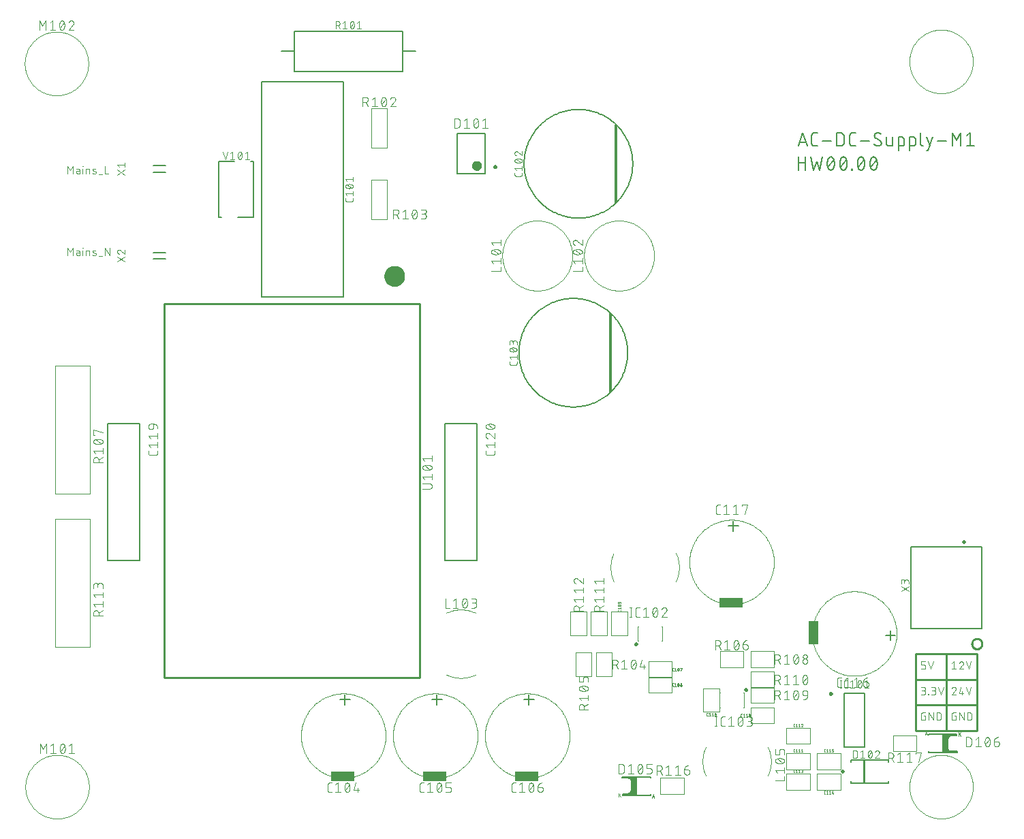
<source format=gbr>
G04 EAGLE Gerber RS-274X export*
G75*
%MOMM*%
%FSLAX34Y34*%
%LPD*%
%INSilkscreen Top*%
%IPPOS*%
%AMOC8*
5,1,8,0,0,1.08239X$1,22.5*%
G01*
%ADD10C,0.076200*%
%ADD11C,0.254000*%
%ADD12C,0.152400*%
%ADD13C,0.150000*%
%ADD14C,0.300000*%
%ADD15C,0.100000*%
%ADD16R,3.000000X1.190000*%
%ADD17C,0.101600*%
%ADD18C,0.050800*%
%ADD19C,0.025400*%
%ADD20R,1.190000X3.000000*%
%ADD21C,0.600000*%
%ADD22C,0.250000*%
%ADD23C,0.200000*%
%ADD24C,0.500000*%
%ADD25C,1.270000*%
%ADD26C,0.127000*%
%ADD27C,0.130000*%

G36*
X770225Y40569D02*
X770225Y40569D01*
X770225Y40570D01*
X770225Y63430D01*
X770221Y63435D01*
X770220Y63435D01*
X752440Y63435D01*
X752435Y63431D01*
X752435Y63430D01*
X752435Y62160D01*
X752439Y62155D01*
X752440Y62155D01*
X761328Y62155D01*
X763865Y59618D01*
X763865Y44382D01*
X761328Y41845D01*
X753710Y41845D01*
X753705Y41841D01*
X753705Y41840D01*
X753705Y40570D01*
X753709Y40565D01*
X753710Y40565D01*
X770220Y40565D01*
X770225Y40569D01*
G37*
G36*
X1169565Y93569D02*
X1169565Y93569D01*
X1169565Y93570D01*
X1169565Y94840D01*
X1169561Y94845D01*
X1169560Y94845D01*
X1160672Y94845D01*
X1158135Y97382D01*
X1158135Y112618D01*
X1160672Y115155D01*
X1168290Y115155D01*
X1168295Y115159D01*
X1168295Y115160D01*
X1168295Y116430D01*
X1168291Y116435D01*
X1168290Y116435D01*
X1151780Y116435D01*
X1151775Y116431D01*
X1151775Y116430D01*
X1151775Y93570D01*
X1151779Y93565D01*
X1151780Y93565D01*
X1169560Y93565D01*
X1169565Y93569D01*
G37*
D10*
X1167653Y172530D02*
X1167651Y172625D01*
X1167645Y172719D01*
X1167636Y172813D01*
X1167623Y172907D01*
X1167606Y173000D01*
X1167585Y173092D01*
X1167560Y173184D01*
X1167532Y173274D01*
X1167500Y173363D01*
X1167465Y173451D01*
X1167426Y173537D01*
X1167384Y173622D01*
X1167338Y173705D01*
X1167289Y173786D01*
X1167237Y173865D01*
X1167182Y173942D01*
X1167123Y174016D01*
X1167062Y174088D01*
X1166998Y174158D01*
X1166931Y174225D01*
X1166861Y174289D01*
X1166789Y174350D01*
X1166715Y174409D01*
X1166638Y174464D01*
X1166559Y174516D01*
X1166478Y174565D01*
X1166395Y174611D01*
X1166310Y174653D01*
X1166224Y174692D01*
X1166136Y174727D01*
X1166047Y174759D01*
X1165957Y174787D01*
X1165865Y174812D01*
X1165773Y174833D01*
X1165680Y174850D01*
X1165586Y174863D01*
X1165492Y174872D01*
X1165398Y174878D01*
X1165303Y174880D01*
X1165303Y174879D02*
X1165195Y174877D01*
X1165086Y174871D01*
X1164978Y174861D01*
X1164871Y174848D01*
X1164764Y174830D01*
X1164657Y174809D01*
X1164552Y174784D01*
X1164447Y174755D01*
X1164344Y174723D01*
X1164242Y174686D01*
X1164141Y174646D01*
X1164042Y174603D01*
X1163944Y174556D01*
X1163848Y174505D01*
X1163754Y174451D01*
X1163662Y174394D01*
X1163572Y174333D01*
X1163484Y174269D01*
X1163399Y174203D01*
X1163316Y174133D01*
X1163236Y174060D01*
X1163158Y173984D01*
X1163083Y173906D01*
X1163011Y173825D01*
X1162942Y173741D01*
X1162876Y173655D01*
X1162813Y173567D01*
X1162754Y173476D01*
X1162697Y173384D01*
X1162644Y173289D01*
X1162595Y173193D01*
X1162549Y173094D01*
X1162506Y172995D01*
X1162467Y172893D01*
X1162432Y172791D01*
X1166869Y170702D02*
X1166938Y170771D01*
X1167004Y170842D01*
X1167068Y170915D01*
X1167129Y170991D01*
X1167187Y171070D01*
X1167241Y171150D01*
X1167293Y171233D01*
X1167341Y171317D01*
X1167387Y171403D01*
X1167428Y171491D01*
X1167467Y171581D01*
X1167502Y171672D01*
X1167533Y171764D01*
X1167561Y171857D01*
X1167585Y171951D01*
X1167605Y172046D01*
X1167622Y172142D01*
X1167635Y172239D01*
X1167644Y172336D01*
X1167650Y172433D01*
X1167652Y172530D01*
X1166869Y170702D02*
X1162431Y165481D01*
X1167652Y165481D01*
X1171575Y167569D02*
X1173663Y174879D01*
X1171575Y167569D02*
X1176796Y167569D01*
X1175230Y169658D02*
X1175230Y165481D01*
X1183329Y165481D02*
X1180197Y174879D01*
X1186462Y174879D02*
X1183329Y165481D01*
X1162431Y204541D02*
X1165042Y206629D01*
X1165042Y197231D01*
X1167652Y197231D02*
X1162431Y197231D01*
X1174447Y206630D02*
X1174542Y206628D01*
X1174636Y206622D01*
X1174730Y206613D01*
X1174824Y206600D01*
X1174917Y206583D01*
X1175009Y206562D01*
X1175101Y206537D01*
X1175191Y206509D01*
X1175280Y206477D01*
X1175368Y206442D01*
X1175454Y206403D01*
X1175539Y206361D01*
X1175622Y206315D01*
X1175703Y206266D01*
X1175782Y206214D01*
X1175859Y206159D01*
X1175933Y206100D01*
X1176005Y206039D01*
X1176075Y205975D01*
X1176142Y205908D01*
X1176206Y205838D01*
X1176267Y205766D01*
X1176326Y205692D01*
X1176381Y205615D01*
X1176433Y205536D01*
X1176482Y205455D01*
X1176528Y205372D01*
X1176570Y205287D01*
X1176609Y205201D01*
X1176644Y205113D01*
X1176676Y205024D01*
X1176704Y204934D01*
X1176729Y204842D01*
X1176750Y204750D01*
X1176767Y204657D01*
X1176780Y204563D01*
X1176789Y204469D01*
X1176795Y204375D01*
X1176797Y204280D01*
X1174447Y206629D02*
X1174339Y206627D01*
X1174230Y206621D01*
X1174122Y206611D01*
X1174015Y206598D01*
X1173908Y206580D01*
X1173801Y206559D01*
X1173696Y206534D01*
X1173591Y206505D01*
X1173488Y206473D01*
X1173386Y206436D01*
X1173285Y206396D01*
X1173186Y206353D01*
X1173088Y206306D01*
X1172992Y206255D01*
X1172898Y206201D01*
X1172806Y206144D01*
X1172716Y206083D01*
X1172628Y206019D01*
X1172543Y205953D01*
X1172460Y205883D01*
X1172380Y205810D01*
X1172302Y205734D01*
X1172227Y205656D01*
X1172155Y205575D01*
X1172086Y205491D01*
X1172020Y205405D01*
X1171957Y205317D01*
X1171898Y205226D01*
X1171841Y205134D01*
X1171788Y205039D01*
X1171739Y204943D01*
X1171693Y204844D01*
X1171650Y204745D01*
X1171611Y204643D01*
X1171576Y204541D01*
X1176013Y202452D02*
X1176082Y202521D01*
X1176148Y202592D01*
X1176212Y202665D01*
X1176273Y202741D01*
X1176331Y202820D01*
X1176385Y202900D01*
X1176437Y202983D01*
X1176485Y203067D01*
X1176531Y203153D01*
X1176572Y203241D01*
X1176611Y203331D01*
X1176646Y203422D01*
X1176677Y203514D01*
X1176705Y203607D01*
X1176729Y203701D01*
X1176749Y203796D01*
X1176766Y203892D01*
X1176779Y203989D01*
X1176788Y204086D01*
X1176794Y204183D01*
X1176796Y204280D01*
X1176013Y202452D02*
X1171575Y197231D01*
X1176796Y197231D01*
X1183329Y197231D02*
X1180197Y206629D01*
X1186462Y206629D02*
X1183329Y197231D01*
X1127464Y197231D02*
X1124331Y197231D01*
X1127464Y197231D02*
X1127553Y197233D01*
X1127641Y197239D01*
X1127729Y197248D01*
X1127817Y197261D01*
X1127904Y197278D01*
X1127990Y197298D01*
X1128075Y197323D01*
X1128160Y197350D01*
X1128243Y197382D01*
X1128324Y197416D01*
X1128404Y197455D01*
X1128482Y197496D01*
X1128559Y197541D01*
X1128633Y197589D01*
X1128706Y197640D01*
X1128776Y197694D01*
X1128843Y197752D01*
X1128909Y197812D01*
X1128971Y197874D01*
X1129031Y197940D01*
X1129089Y198007D01*
X1129143Y198077D01*
X1129194Y198150D01*
X1129242Y198224D01*
X1129287Y198301D01*
X1129328Y198379D01*
X1129367Y198459D01*
X1129401Y198540D01*
X1129433Y198623D01*
X1129460Y198708D01*
X1129485Y198793D01*
X1129505Y198879D01*
X1129522Y198966D01*
X1129535Y199054D01*
X1129544Y199142D01*
X1129550Y199230D01*
X1129552Y199319D01*
X1129552Y200364D01*
X1129550Y200453D01*
X1129544Y200541D01*
X1129535Y200629D01*
X1129522Y200717D01*
X1129505Y200804D01*
X1129485Y200890D01*
X1129460Y200975D01*
X1129433Y201060D01*
X1129401Y201143D01*
X1129367Y201224D01*
X1129328Y201304D01*
X1129287Y201382D01*
X1129242Y201459D01*
X1129194Y201533D01*
X1129143Y201606D01*
X1129089Y201676D01*
X1129031Y201743D01*
X1128971Y201809D01*
X1128909Y201871D01*
X1128843Y201931D01*
X1128776Y201989D01*
X1128706Y202043D01*
X1128633Y202094D01*
X1128559Y202142D01*
X1128482Y202187D01*
X1128404Y202228D01*
X1128324Y202267D01*
X1128243Y202301D01*
X1128160Y202333D01*
X1128075Y202360D01*
X1127990Y202385D01*
X1127904Y202405D01*
X1127817Y202422D01*
X1127729Y202435D01*
X1127641Y202444D01*
X1127553Y202450D01*
X1127464Y202452D01*
X1124331Y202452D01*
X1124331Y206629D01*
X1129552Y206629D01*
X1132953Y206629D02*
X1136086Y197231D01*
X1139218Y206629D01*
X1126942Y165481D02*
X1124331Y165481D01*
X1126942Y165481D02*
X1127043Y165483D01*
X1127144Y165489D01*
X1127245Y165499D01*
X1127345Y165512D01*
X1127445Y165530D01*
X1127544Y165551D01*
X1127642Y165577D01*
X1127739Y165606D01*
X1127835Y165638D01*
X1127929Y165675D01*
X1128022Y165715D01*
X1128114Y165759D01*
X1128203Y165806D01*
X1128291Y165857D01*
X1128377Y165911D01*
X1128460Y165968D01*
X1128542Y166028D01*
X1128620Y166092D01*
X1128697Y166158D01*
X1128770Y166228D01*
X1128841Y166300D01*
X1128909Y166375D01*
X1128974Y166453D01*
X1129036Y166533D01*
X1129095Y166615D01*
X1129151Y166700D01*
X1129203Y166786D01*
X1129252Y166875D01*
X1129298Y166966D01*
X1129339Y167058D01*
X1129378Y167152D01*
X1129412Y167247D01*
X1129443Y167343D01*
X1129470Y167441D01*
X1129494Y167539D01*
X1129513Y167639D01*
X1129529Y167739D01*
X1129541Y167839D01*
X1129549Y167940D01*
X1129553Y168041D01*
X1129553Y168143D01*
X1129549Y168244D01*
X1129541Y168345D01*
X1129529Y168445D01*
X1129513Y168545D01*
X1129494Y168645D01*
X1129470Y168743D01*
X1129443Y168841D01*
X1129412Y168937D01*
X1129378Y169032D01*
X1129339Y169126D01*
X1129298Y169218D01*
X1129252Y169309D01*
X1129203Y169397D01*
X1129151Y169484D01*
X1129095Y169569D01*
X1129036Y169651D01*
X1128974Y169731D01*
X1128909Y169809D01*
X1128841Y169884D01*
X1128770Y169956D01*
X1128697Y170026D01*
X1128620Y170092D01*
X1128542Y170156D01*
X1128460Y170216D01*
X1128377Y170273D01*
X1128291Y170327D01*
X1128203Y170378D01*
X1128114Y170425D01*
X1128022Y170469D01*
X1127929Y170509D01*
X1127835Y170546D01*
X1127739Y170578D01*
X1127642Y170607D01*
X1127544Y170633D01*
X1127445Y170654D01*
X1127345Y170672D01*
X1127245Y170685D01*
X1127144Y170695D01*
X1127043Y170701D01*
X1126942Y170703D01*
X1127464Y174879D02*
X1124331Y174879D01*
X1127464Y174879D02*
X1127554Y174877D01*
X1127643Y174871D01*
X1127733Y174862D01*
X1127822Y174848D01*
X1127910Y174831D01*
X1127997Y174810D01*
X1128084Y174785D01*
X1128169Y174756D01*
X1128253Y174724D01*
X1128335Y174689D01*
X1128416Y174649D01*
X1128495Y174607D01*
X1128572Y174561D01*
X1128647Y174511D01*
X1128720Y174459D01*
X1128791Y174403D01*
X1128859Y174345D01*
X1128924Y174283D01*
X1128987Y174219D01*
X1129047Y174152D01*
X1129104Y174083D01*
X1129158Y174011D01*
X1129209Y173937D01*
X1129257Y173861D01*
X1129301Y173783D01*
X1129342Y173703D01*
X1129380Y173621D01*
X1129414Y173538D01*
X1129444Y173453D01*
X1129471Y173367D01*
X1129494Y173281D01*
X1129513Y173193D01*
X1129528Y173104D01*
X1129540Y173015D01*
X1129548Y172926D01*
X1129552Y172836D01*
X1129552Y172746D01*
X1129548Y172656D01*
X1129540Y172567D01*
X1129528Y172478D01*
X1129513Y172389D01*
X1129494Y172301D01*
X1129471Y172215D01*
X1129444Y172129D01*
X1129414Y172044D01*
X1129380Y171961D01*
X1129342Y171879D01*
X1129301Y171799D01*
X1129257Y171721D01*
X1129209Y171645D01*
X1129158Y171571D01*
X1129104Y171499D01*
X1129047Y171430D01*
X1128987Y171363D01*
X1128924Y171299D01*
X1128859Y171237D01*
X1128791Y171179D01*
X1128720Y171123D01*
X1128647Y171071D01*
X1128572Y171021D01*
X1128495Y170975D01*
X1128416Y170933D01*
X1128335Y170893D01*
X1128253Y170858D01*
X1128169Y170826D01*
X1128084Y170797D01*
X1127997Y170772D01*
X1127910Y170751D01*
X1127822Y170734D01*
X1127733Y170720D01*
X1127643Y170711D01*
X1127554Y170705D01*
X1127464Y170703D01*
X1127464Y170702D02*
X1125375Y170702D01*
X1133081Y166003D02*
X1133081Y165481D01*
X1133081Y166003D02*
X1133603Y166003D01*
X1133603Y165481D01*
X1133081Y165481D01*
X1137133Y165481D02*
X1139743Y165481D01*
X1139844Y165483D01*
X1139945Y165489D01*
X1140046Y165499D01*
X1140146Y165512D01*
X1140246Y165530D01*
X1140345Y165551D01*
X1140443Y165577D01*
X1140540Y165606D01*
X1140636Y165638D01*
X1140730Y165675D01*
X1140823Y165715D01*
X1140915Y165759D01*
X1141004Y165806D01*
X1141092Y165857D01*
X1141178Y165911D01*
X1141261Y165968D01*
X1141343Y166028D01*
X1141421Y166092D01*
X1141498Y166158D01*
X1141571Y166228D01*
X1141642Y166300D01*
X1141710Y166375D01*
X1141775Y166453D01*
X1141837Y166533D01*
X1141896Y166615D01*
X1141952Y166700D01*
X1142004Y166786D01*
X1142053Y166875D01*
X1142099Y166966D01*
X1142140Y167058D01*
X1142179Y167152D01*
X1142213Y167247D01*
X1142244Y167343D01*
X1142271Y167441D01*
X1142295Y167539D01*
X1142314Y167639D01*
X1142330Y167739D01*
X1142342Y167839D01*
X1142350Y167940D01*
X1142354Y168041D01*
X1142354Y168143D01*
X1142350Y168244D01*
X1142342Y168345D01*
X1142330Y168445D01*
X1142314Y168545D01*
X1142295Y168645D01*
X1142271Y168743D01*
X1142244Y168841D01*
X1142213Y168937D01*
X1142179Y169032D01*
X1142140Y169126D01*
X1142099Y169218D01*
X1142053Y169309D01*
X1142004Y169397D01*
X1141952Y169484D01*
X1141896Y169569D01*
X1141837Y169651D01*
X1141775Y169731D01*
X1141710Y169809D01*
X1141642Y169884D01*
X1141571Y169956D01*
X1141498Y170026D01*
X1141421Y170092D01*
X1141343Y170156D01*
X1141261Y170216D01*
X1141178Y170273D01*
X1141092Y170327D01*
X1141004Y170378D01*
X1140915Y170425D01*
X1140823Y170469D01*
X1140730Y170509D01*
X1140636Y170546D01*
X1140540Y170578D01*
X1140443Y170607D01*
X1140345Y170633D01*
X1140246Y170654D01*
X1140146Y170672D01*
X1140046Y170685D01*
X1139945Y170695D01*
X1139844Y170701D01*
X1139743Y170703D01*
X1140265Y174879D02*
X1137133Y174879D01*
X1140265Y174879D02*
X1140355Y174877D01*
X1140444Y174871D01*
X1140534Y174862D01*
X1140623Y174848D01*
X1140711Y174831D01*
X1140798Y174810D01*
X1140885Y174785D01*
X1140970Y174756D01*
X1141054Y174724D01*
X1141136Y174689D01*
X1141217Y174649D01*
X1141296Y174607D01*
X1141373Y174561D01*
X1141448Y174511D01*
X1141521Y174459D01*
X1141592Y174403D01*
X1141660Y174345D01*
X1141725Y174283D01*
X1141788Y174219D01*
X1141848Y174152D01*
X1141905Y174083D01*
X1141959Y174011D01*
X1142010Y173937D01*
X1142058Y173861D01*
X1142102Y173783D01*
X1142143Y173703D01*
X1142181Y173621D01*
X1142215Y173538D01*
X1142245Y173453D01*
X1142272Y173367D01*
X1142295Y173281D01*
X1142314Y173193D01*
X1142329Y173104D01*
X1142341Y173015D01*
X1142349Y172926D01*
X1142353Y172836D01*
X1142353Y172746D01*
X1142349Y172656D01*
X1142341Y172567D01*
X1142329Y172478D01*
X1142314Y172389D01*
X1142295Y172301D01*
X1142272Y172215D01*
X1142245Y172129D01*
X1142215Y172044D01*
X1142181Y171961D01*
X1142143Y171879D01*
X1142102Y171799D01*
X1142058Y171721D01*
X1142010Y171645D01*
X1141959Y171571D01*
X1141905Y171499D01*
X1141848Y171430D01*
X1141788Y171363D01*
X1141725Y171299D01*
X1141660Y171237D01*
X1141592Y171179D01*
X1141521Y171123D01*
X1141448Y171071D01*
X1141373Y171021D01*
X1141296Y170975D01*
X1141217Y170933D01*
X1141136Y170893D01*
X1141054Y170858D01*
X1140970Y170826D01*
X1140885Y170797D01*
X1140798Y170772D01*
X1140711Y170751D01*
X1140623Y170734D01*
X1140534Y170720D01*
X1140444Y170711D01*
X1140355Y170705D01*
X1140265Y170703D01*
X1140265Y170702D02*
X1138177Y170702D01*
X1145754Y174879D02*
X1148887Y165481D01*
X1152020Y174879D01*
X1129552Y138952D02*
X1127986Y138952D01*
X1129552Y138952D02*
X1129552Y133731D01*
X1126419Y133731D01*
X1126330Y133733D01*
X1126242Y133739D01*
X1126154Y133748D01*
X1126066Y133761D01*
X1125979Y133778D01*
X1125893Y133798D01*
X1125808Y133823D01*
X1125723Y133850D01*
X1125640Y133882D01*
X1125559Y133916D01*
X1125479Y133955D01*
X1125401Y133996D01*
X1125324Y134041D01*
X1125250Y134089D01*
X1125177Y134140D01*
X1125107Y134194D01*
X1125040Y134252D01*
X1124974Y134312D01*
X1124912Y134374D01*
X1124852Y134440D01*
X1124794Y134507D01*
X1124740Y134577D01*
X1124689Y134650D01*
X1124641Y134724D01*
X1124596Y134801D01*
X1124555Y134879D01*
X1124516Y134959D01*
X1124482Y135040D01*
X1124450Y135123D01*
X1124423Y135208D01*
X1124398Y135293D01*
X1124378Y135379D01*
X1124361Y135466D01*
X1124348Y135554D01*
X1124339Y135642D01*
X1124333Y135730D01*
X1124331Y135819D01*
X1124331Y141041D01*
X1124333Y141132D01*
X1124339Y141223D01*
X1124349Y141314D01*
X1124363Y141404D01*
X1124380Y141493D01*
X1124402Y141581D01*
X1124428Y141669D01*
X1124457Y141755D01*
X1124490Y141840D01*
X1124527Y141923D01*
X1124567Y142005D01*
X1124611Y142085D01*
X1124658Y142163D01*
X1124709Y142239D01*
X1124762Y142312D01*
X1124819Y142383D01*
X1124880Y142452D01*
X1124943Y142517D01*
X1125008Y142580D01*
X1125077Y142640D01*
X1125148Y142698D01*
X1125221Y142751D01*
X1125297Y142802D01*
X1125375Y142849D01*
X1125455Y142893D01*
X1125537Y142933D01*
X1125620Y142970D01*
X1125705Y143003D01*
X1125791Y143032D01*
X1125879Y143058D01*
X1125967Y143080D01*
X1126056Y143097D01*
X1126146Y143111D01*
X1126237Y143121D01*
X1126328Y143127D01*
X1126419Y143129D01*
X1129552Y143129D01*
X1134085Y143129D02*
X1134085Y133731D01*
X1139306Y133731D02*
X1134085Y143129D01*
X1139306Y143129D02*
X1139306Y133731D01*
X1143838Y133731D02*
X1143838Y143129D01*
X1146449Y143129D01*
X1146549Y143127D01*
X1146649Y143121D01*
X1146748Y143112D01*
X1146848Y143098D01*
X1146946Y143081D01*
X1147044Y143060D01*
X1147141Y143036D01*
X1147237Y143007D01*
X1147332Y142975D01*
X1147425Y142940D01*
X1147517Y142901D01*
X1147608Y142858D01*
X1147696Y142812D01*
X1147783Y142762D01*
X1147868Y142710D01*
X1147951Y142654D01*
X1148032Y142595D01*
X1148110Y142532D01*
X1148186Y142467D01*
X1148260Y142399D01*
X1148330Y142329D01*
X1148398Y142255D01*
X1148463Y142179D01*
X1148526Y142101D01*
X1148585Y142020D01*
X1148641Y141937D01*
X1148693Y141852D01*
X1148743Y141765D01*
X1148789Y141677D01*
X1148832Y141586D01*
X1148871Y141494D01*
X1148906Y141401D01*
X1148938Y141306D01*
X1148967Y141210D01*
X1148991Y141113D01*
X1149012Y141015D01*
X1149029Y140917D01*
X1149043Y140817D01*
X1149052Y140718D01*
X1149058Y140618D01*
X1149060Y140518D01*
X1149059Y140518D02*
X1149059Y136342D01*
X1149060Y136342D02*
X1149058Y136242D01*
X1149052Y136142D01*
X1149043Y136043D01*
X1149029Y135943D01*
X1149012Y135845D01*
X1148991Y135747D01*
X1148967Y135650D01*
X1148938Y135554D01*
X1148906Y135459D01*
X1148871Y135366D01*
X1148832Y135274D01*
X1148789Y135183D01*
X1148743Y135095D01*
X1148693Y135008D01*
X1148641Y134923D01*
X1148585Y134840D01*
X1148526Y134759D01*
X1148463Y134681D01*
X1148398Y134605D01*
X1148330Y134531D01*
X1148260Y134461D01*
X1148186Y134393D01*
X1148110Y134328D01*
X1148032Y134265D01*
X1147951Y134206D01*
X1147868Y134150D01*
X1147783Y134098D01*
X1147696Y134048D01*
X1147608Y134002D01*
X1147517Y133959D01*
X1147425Y133920D01*
X1147332Y133885D01*
X1147237Y133853D01*
X1147141Y133824D01*
X1147044Y133800D01*
X1146946Y133779D01*
X1146848Y133762D01*
X1146748Y133748D01*
X1146649Y133739D01*
X1146549Y133733D01*
X1146449Y133731D01*
X1143838Y133731D01*
X1166086Y138952D02*
X1167652Y138952D01*
X1167652Y133731D01*
X1164519Y133731D01*
X1164430Y133733D01*
X1164342Y133739D01*
X1164254Y133748D01*
X1164166Y133761D01*
X1164079Y133778D01*
X1163993Y133798D01*
X1163908Y133823D01*
X1163823Y133850D01*
X1163740Y133882D01*
X1163659Y133916D01*
X1163579Y133955D01*
X1163501Y133996D01*
X1163424Y134041D01*
X1163350Y134089D01*
X1163277Y134140D01*
X1163207Y134194D01*
X1163140Y134252D01*
X1163074Y134312D01*
X1163012Y134374D01*
X1162952Y134440D01*
X1162894Y134507D01*
X1162840Y134577D01*
X1162789Y134650D01*
X1162741Y134724D01*
X1162696Y134801D01*
X1162655Y134879D01*
X1162616Y134959D01*
X1162582Y135040D01*
X1162550Y135123D01*
X1162523Y135208D01*
X1162498Y135293D01*
X1162478Y135379D01*
X1162461Y135466D01*
X1162448Y135554D01*
X1162439Y135642D01*
X1162433Y135730D01*
X1162431Y135819D01*
X1162431Y141041D01*
X1162433Y141132D01*
X1162439Y141223D01*
X1162449Y141314D01*
X1162463Y141404D01*
X1162480Y141493D01*
X1162502Y141581D01*
X1162528Y141669D01*
X1162557Y141755D01*
X1162590Y141840D01*
X1162627Y141923D01*
X1162667Y142005D01*
X1162711Y142085D01*
X1162758Y142163D01*
X1162809Y142239D01*
X1162862Y142312D01*
X1162919Y142383D01*
X1162980Y142452D01*
X1163043Y142517D01*
X1163108Y142580D01*
X1163177Y142640D01*
X1163248Y142698D01*
X1163321Y142751D01*
X1163397Y142802D01*
X1163475Y142849D01*
X1163555Y142893D01*
X1163637Y142933D01*
X1163720Y142970D01*
X1163805Y143003D01*
X1163891Y143032D01*
X1163979Y143058D01*
X1164067Y143080D01*
X1164156Y143097D01*
X1164246Y143111D01*
X1164337Y143121D01*
X1164428Y143127D01*
X1164519Y143129D01*
X1167652Y143129D01*
X1172185Y143129D02*
X1172185Y133731D01*
X1177406Y133731D02*
X1172185Y143129D01*
X1177406Y143129D02*
X1177406Y133731D01*
X1181938Y133731D02*
X1181938Y143129D01*
X1184549Y143129D01*
X1184649Y143127D01*
X1184749Y143121D01*
X1184848Y143112D01*
X1184948Y143098D01*
X1185046Y143081D01*
X1185144Y143060D01*
X1185241Y143036D01*
X1185337Y143007D01*
X1185432Y142975D01*
X1185525Y142940D01*
X1185617Y142901D01*
X1185708Y142858D01*
X1185796Y142812D01*
X1185883Y142762D01*
X1185968Y142710D01*
X1186051Y142654D01*
X1186132Y142595D01*
X1186210Y142532D01*
X1186286Y142467D01*
X1186360Y142399D01*
X1186430Y142329D01*
X1186498Y142255D01*
X1186563Y142179D01*
X1186626Y142101D01*
X1186685Y142020D01*
X1186741Y141937D01*
X1186793Y141852D01*
X1186843Y141765D01*
X1186889Y141677D01*
X1186932Y141586D01*
X1186971Y141494D01*
X1187006Y141401D01*
X1187038Y141306D01*
X1187067Y141210D01*
X1187091Y141113D01*
X1187112Y141015D01*
X1187129Y140917D01*
X1187143Y140817D01*
X1187152Y140718D01*
X1187158Y140618D01*
X1187160Y140518D01*
X1187159Y140518D02*
X1187159Y136342D01*
X1187160Y136342D02*
X1187158Y136242D01*
X1187152Y136142D01*
X1187143Y136043D01*
X1187129Y135943D01*
X1187112Y135845D01*
X1187091Y135747D01*
X1187067Y135650D01*
X1187038Y135554D01*
X1187006Y135459D01*
X1186971Y135366D01*
X1186932Y135274D01*
X1186889Y135183D01*
X1186843Y135095D01*
X1186793Y135008D01*
X1186741Y134923D01*
X1186685Y134840D01*
X1186626Y134759D01*
X1186563Y134681D01*
X1186498Y134605D01*
X1186430Y134531D01*
X1186360Y134461D01*
X1186286Y134393D01*
X1186210Y134328D01*
X1186132Y134265D01*
X1186051Y134206D01*
X1185968Y134150D01*
X1185883Y134098D01*
X1185796Y134048D01*
X1185708Y134002D01*
X1185617Y133959D01*
X1185525Y133920D01*
X1185432Y133885D01*
X1185337Y133853D01*
X1185241Y133824D01*
X1185144Y133800D01*
X1185046Y133779D01*
X1184948Y133762D01*
X1184848Y133748D01*
X1184749Y133739D01*
X1184649Y133733D01*
X1184549Y133731D01*
X1181938Y133731D01*
D11*
X1193800Y184150D02*
X1117600Y184150D01*
X1117600Y152400D01*
X1117600Y120650D01*
X1117600Y184150D02*
X1117600Y215900D01*
X1155700Y215900D01*
X1193800Y215900D01*
X1193800Y152400D01*
X1193800Y120650D01*
X1155700Y120650D01*
X1117600Y120650D01*
X1117600Y152400D02*
X1193800Y152400D01*
X1155700Y120650D02*
X1155700Y215900D01*
X1187450Y228600D02*
X1187452Y228759D01*
X1187458Y228918D01*
X1187468Y229076D01*
X1187482Y229235D01*
X1187500Y229393D01*
X1187521Y229550D01*
X1187547Y229707D01*
X1187577Y229863D01*
X1187610Y230019D01*
X1187648Y230173D01*
X1187689Y230327D01*
X1187734Y230479D01*
X1187783Y230630D01*
X1187836Y230780D01*
X1187892Y230929D01*
X1187953Y231076D01*
X1188016Y231221D01*
X1188084Y231365D01*
X1188155Y231508D01*
X1188229Y231648D01*
X1188307Y231786D01*
X1188389Y231923D01*
X1188474Y232057D01*
X1188562Y232190D01*
X1188653Y232320D01*
X1188748Y232447D01*
X1188846Y232572D01*
X1188947Y232695D01*
X1189051Y232815D01*
X1189158Y232933D01*
X1189268Y233048D01*
X1189381Y233160D01*
X1189496Y233269D01*
X1189614Y233375D01*
X1189735Y233479D01*
X1189859Y233579D01*
X1189984Y233676D01*
X1190113Y233770D01*
X1190243Y233860D01*
X1190376Y233948D01*
X1190511Y234032D01*
X1190648Y234112D01*
X1190787Y234190D01*
X1190928Y234263D01*
X1191070Y234333D01*
X1191215Y234400D01*
X1191361Y234463D01*
X1191508Y234522D01*
X1191657Y234578D01*
X1191808Y234629D01*
X1191959Y234677D01*
X1192112Y234721D01*
X1192266Y234762D01*
X1192420Y234798D01*
X1192576Y234831D01*
X1192732Y234860D01*
X1192889Y234884D01*
X1193047Y234905D01*
X1193205Y234922D01*
X1193363Y234935D01*
X1193522Y234944D01*
X1193681Y234949D01*
X1193840Y234950D01*
X1193999Y234947D01*
X1194157Y234940D01*
X1194316Y234929D01*
X1194474Y234914D01*
X1194632Y234895D01*
X1194789Y234872D01*
X1194946Y234846D01*
X1195102Y234815D01*
X1195257Y234781D01*
X1195411Y234742D01*
X1195565Y234700D01*
X1195717Y234654D01*
X1195868Y234604D01*
X1196017Y234550D01*
X1196166Y234493D01*
X1196312Y234432D01*
X1196458Y234367D01*
X1196601Y234299D01*
X1196743Y234227D01*
X1196883Y234151D01*
X1197021Y234073D01*
X1197157Y233990D01*
X1197291Y233905D01*
X1197422Y233816D01*
X1197552Y233723D01*
X1197679Y233628D01*
X1197803Y233529D01*
X1197926Y233427D01*
X1198045Y233323D01*
X1198162Y233215D01*
X1198276Y233104D01*
X1198387Y232991D01*
X1198496Y232875D01*
X1198601Y232756D01*
X1198704Y232634D01*
X1198803Y232510D01*
X1198900Y232384D01*
X1198993Y232255D01*
X1199083Y232124D01*
X1199169Y231990D01*
X1199252Y231855D01*
X1199332Y231717D01*
X1199408Y231578D01*
X1199481Y231437D01*
X1199550Y231294D01*
X1199616Y231149D01*
X1199678Y231002D01*
X1199736Y230855D01*
X1199791Y230705D01*
X1199842Y230555D01*
X1199889Y230403D01*
X1199932Y230250D01*
X1199971Y230096D01*
X1200007Y229941D01*
X1200038Y229785D01*
X1200066Y229629D01*
X1200090Y229472D01*
X1200110Y229314D01*
X1200126Y229156D01*
X1200138Y228997D01*
X1200146Y228838D01*
X1200150Y228679D01*
X1200150Y228521D01*
X1200146Y228362D01*
X1200138Y228203D01*
X1200126Y228044D01*
X1200110Y227886D01*
X1200090Y227728D01*
X1200066Y227571D01*
X1200038Y227415D01*
X1200007Y227259D01*
X1199971Y227104D01*
X1199932Y226950D01*
X1199889Y226797D01*
X1199842Y226645D01*
X1199791Y226495D01*
X1199736Y226345D01*
X1199678Y226198D01*
X1199616Y226051D01*
X1199550Y225906D01*
X1199481Y225763D01*
X1199408Y225622D01*
X1199332Y225483D01*
X1199252Y225345D01*
X1199169Y225210D01*
X1199083Y225076D01*
X1198993Y224945D01*
X1198900Y224816D01*
X1198803Y224690D01*
X1198704Y224566D01*
X1198601Y224444D01*
X1198496Y224325D01*
X1198387Y224209D01*
X1198276Y224096D01*
X1198162Y223985D01*
X1198045Y223877D01*
X1197926Y223773D01*
X1197803Y223671D01*
X1197679Y223572D01*
X1197552Y223477D01*
X1197422Y223384D01*
X1197291Y223295D01*
X1197157Y223210D01*
X1197021Y223127D01*
X1196883Y223049D01*
X1196743Y222973D01*
X1196601Y222901D01*
X1196458Y222833D01*
X1196312Y222768D01*
X1196166Y222707D01*
X1196017Y222650D01*
X1195868Y222596D01*
X1195717Y222546D01*
X1195565Y222500D01*
X1195411Y222458D01*
X1195257Y222419D01*
X1195102Y222385D01*
X1194946Y222354D01*
X1194789Y222328D01*
X1194632Y222305D01*
X1194474Y222286D01*
X1194316Y222271D01*
X1194157Y222260D01*
X1193999Y222253D01*
X1193840Y222250D01*
X1193681Y222251D01*
X1193522Y222256D01*
X1193363Y222265D01*
X1193205Y222278D01*
X1193047Y222295D01*
X1192889Y222316D01*
X1192732Y222340D01*
X1192576Y222369D01*
X1192420Y222402D01*
X1192266Y222438D01*
X1192112Y222479D01*
X1191959Y222523D01*
X1191808Y222571D01*
X1191657Y222622D01*
X1191508Y222678D01*
X1191361Y222737D01*
X1191215Y222800D01*
X1191070Y222867D01*
X1190928Y222937D01*
X1190787Y223010D01*
X1190648Y223088D01*
X1190511Y223168D01*
X1190376Y223252D01*
X1190243Y223340D01*
X1190113Y223430D01*
X1189984Y223524D01*
X1189859Y223621D01*
X1189735Y223721D01*
X1189614Y223825D01*
X1189496Y223931D01*
X1189381Y224040D01*
X1189268Y224152D01*
X1189158Y224267D01*
X1189051Y224385D01*
X1188947Y224505D01*
X1188846Y224628D01*
X1188748Y224753D01*
X1188653Y224880D01*
X1188562Y225010D01*
X1188474Y225143D01*
X1188389Y225277D01*
X1188307Y225414D01*
X1188229Y225552D01*
X1188155Y225692D01*
X1188084Y225835D01*
X1188016Y225979D01*
X1187953Y226124D01*
X1187892Y226271D01*
X1187836Y226420D01*
X1187783Y226570D01*
X1187734Y226721D01*
X1187689Y226873D01*
X1187648Y227027D01*
X1187610Y227181D01*
X1187577Y227337D01*
X1187547Y227493D01*
X1187521Y227650D01*
X1187500Y227807D01*
X1187482Y227965D01*
X1187468Y228124D01*
X1187458Y228282D01*
X1187452Y228441D01*
X1187450Y228600D01*
D10*
X63881Y813181D02*
X63881Y822579D01*
X67014Y817358D01*
X70146Y822579D01*
X70146Y813181D01*
X76156Y816836D02*
X78505Y816836D01*
X76156Y816835D02*
X76072Y816833D01*
X75987Y816827D01*
X75904Y816817D01*
X75820Y816804D01*
X75738Y816786D01*
X75656Y816765D01*
X75575Y816740D01*
X75496Y816712D01*
X75418Y816679D01*
X75342Y816643D01*
X75267Y816604D01*
X75194Y816561D01*
X75123Y816515D01*
X75055Y816466D01*
X74989Y816414D01*
X74925Y816358D01*
X74864Y816300D01*
X74806Y816239D01*
X74750Y816175D01*
X74698Y816109D01*
X74649Y816041D01*
X74603Y815970D01*
X74560Y815897D01*
X74521Y815822D01*
X74485Y815746D01*
X74452Y815668D01*
X74424Y815589D01*
X74399Y815508D01*
X74378Y815426D01*
X74360Y815344D01*
X74347Y815260D01*
X74337Y815177D01*
X74331Y815092D01*
X74329Y815008D01*
X74331Y814924D01*
X74337Y814839D01*
X74347Y814756D01*
X74360Y814672D01*
X74378Y814590D01*
X74399Y814508D01*
X74424Y814427D01*
X74452Y814348D01*
X74485Y814270D01*
X74521Y814194D01*
X74560Y814119D01*
X74603Y814046D01*
X74649Y813975D01*
X74698Y813907D01*
X74750Y813841D01*
X74806Y813777D01*
X74864Y813716D01*
X74925Y813658D01*
X74989Y813602D01*
X75055Y813550D01*
X75123Y813501D01*
X75194Y813455D01*
X75267Y813412D01*
X75342Y813373D01*
X75418Y813337D01*
X75496Y813304D01*
X75575Y813276D01*
X75656Y813251D01*
X75738Y813230D01*
X75820Y813212D01*
X75904Y813199D01*
X75987Y813189D01*
X76072Y813183D01*
X76156Y813181D01*
X78505Y813181D01*
X78505Y817880D01*
X78503Y817957D01*
X78497Y818033D01*
X78488Y818110D01*
X78475Y818186D01*
X78458Y818261D01*
X78438Y818335D01*
X78413Y818408D01*
X78386Y818479D01*
X78355Y818550D01*
X78320Y818618D01*
X78282Y818685D01*
X78241Y818750D01*
X78197Y818813D01*
X78150Y818873D01*
X78099Y818932D01*
X78046Y818987D01*
X77991Y819040D01*
X77932Y819091D01*
X77872Y819138D01*
X77809Y819182D01*
X77744Y819223D01*
X77677Y819261D01*
X77609Y819296D01*
X77538Y819327D01*
X77467Y819354D01*
X77394Y819379D01*
X77320Y819399D01*
X77245Y819416D01*
X77169Y819429D01*
X77092Y819438D01*
X77016Y819444D01*
X76939Y819446D01*
X74850Y819446D01*
X82558Y819446D02*
X82558Y813181D01*
X82297Y822057D02*
X82297Y822579D01*
X82819Y822579D01*
X82819Y822057D01*
X82297Y822057D01*
X86566Y819446D02*
X86566Y813181D01*
X86566Y819446D02*
X89176Y819446D01*
X89253Y819444D01*
X89329Y819438D01*
X89406Y819429D01*
X89482Y819416D01*
X89557Y819399D01*
X89631Y819379D01*
X89704Y819354D01*
X89775Y819327D01*
X89846Y819296D01*
X89914Y819261D01*
X89981Y819223D01*
X90046Y819182D01*
X90109Y819138D01*
X90169Y819091D01*
X90228Y819040D01*
X90283Y818987D01*
X90336Y818932D01*
X90387Y818873D01*
X90434Y818813D01*
X90478Y818750D01*
X90519Y818685D01*
X90557Y818618D01*
X90592Y818550D01*
X90623Y818479D01*
X90650Y818408D01*
X90675Y818335D01*
X90695Y818261D01*
X90712Y818186D01*
X90725Y818110D01*
X90734Y818034D01*
X90740Y817957D01*
X90742Y817880D01*
X90743Y817880D02*
X90743Y813181D01*
X95579Y816836D02*
X98189Y815792D01*
X95578Y816836D02*
X95512Y816864D01*
X95447Y816897D01*
X95384Y816932D01*
X95323Y816971D01*
X95264Y817013D01*
X95208Y817058D01*
X95154Y817106D01*
X95103Y817157D01*
X95054Y817210D01*
X95009Y817267D01*
X94966Y817325D01*
X94927Y817385D01*
X94890Y817448D01*
X94858Y817513D01*
X94829Y817579D01*
X94803Y817646D01*
X94781Y817715D01*
X94763Y817785D01*
X94748Y817856D01*
X94737Y817927D01*
X94730Y817999D01*
X94727Y818071D01*
X94728Y818143D01*
X94733Y818216D01*
X94741Y818287D01*
X94753Y818359D01*
X94769Y818429D01*
X94789Y818498D01*
X94813Y818567D01*
X94840Y818634D01*
X94870Y818699D01*
X94904Y818763D01*
X94942Y818825D01*
X94982Y818885D01*
X95026Y818942D01*
X95073Y818997D01*
X95123Y819050D01*
X95175Y819099D01*
X95230Y819146D01*
X95287Y819190D01*
X95347Y819231D01*
X95409Y819268D01*
X95473Y819303D01*
X95538Y819333D01*
X95605Y819361D01*
X95673Y819384D01*
X95743Y819404D01*
X95813Y819420D01*
X95884Y819433D01*
X95956Y819441D01*
X96028Y819446D01*
X96100Y819447D01*
X96101Y819446D02*
X96252Y819442D01*
X96403Y819434D01*
X96554Y819423D01*
X96705Y819407D01*
X96855Y819387D01*
X97005Y819364D01*
X97154Y819337D01*
X97302Y819306D01*
X97450Y819271D01*
X97596Y819233D01*
X97742Y819190D01*
X97886Y819144D01*
X98029Y819095D01*
X98171Y819042D01*
X98311Y818985D01*
X98450Y818924D01*
X98189Y815792D02*
X98255Y815764D01*
X98320Y815731D01*
X98383Y815696D01*
X98444Y815657D01*
X98503Y815615D01*
X98559Y815570D01*
X98613Y815522D01*
X98664Y815471D01*
X98713Y815418D01*
X98758Y815361D01*
X98801Y815303D01*
X98840Y815243D01*
X98877Y815180D01*
X98909Y815115D01*
X98938Y815049D01*
X98964Y814982D01*
X98986Y814913D01*
X99004Y814843D01*
X99019Y814772D01*
X99030Y814701D01*
X99037Y814629D01*
X99040Y814557D01*
X99039Y814485D01*
X99034Y814412D01*
X99026Y814341D01*
X99014Y814269D01*
X98998Y814199D01*
X98978Y814130D01*
X98954Y814061D01*
X98927Y813994D01*
X98897Y813929D01*
X98863Y813865D01*
X98825Y813803D01*
X98785Y813743D01*
X98741Y813686D01*
X98694Y813631D01*
X98644Y813578D01*
X98592Y813529D01*
X98537Y813482D01*
X98480Y813438D01*
X98420Y813397D01*
X98358Y813360D01*
X98294Y813325D01*
X98229Y813295D01*
X98162Y813267D01*
X98094Y813244D01*
X98024Y813224D01*
X97954Y813208D01*
X97883Y813195D01*
X97811Y813187D01*
X97739Y813182D01*
X97667Y813181D01*
X97457Y813186D01*
X97248Y813197D01*
X97039Y813212D01*
X96831Y813232D01*
X96623Y813258D01*
X96416Y813288D01*
X96209Y813323D01*
X96004Y813363D01*
X95799Y813407D01*
X95596Y813457D01*
X95393Y813511D01*
X95192Y813571D01*
X94993Y813634D01*
X94795Y813703D01*
X102415Y812137D02*
X106592Y812137D01*
X110445Y813181D02*
X110445Y822579D01*
X110445Y813181D02*
X114622Y813181D01*
X63881Y720979D02*
X63881Y711581D01*
X67014Y715758D02*
X63881Y720979D01*
X67014Y715758D02*
X70146Y720979D01*
X70146Y711581D01*
X76156Y715236D02*
X78505Y715236D01*
X76156Y715235D02*
X76072Y715233D01*
X75987Y715227D01*
X75904Y715217D01*
X75820Y715204D01*
X75738Y715186D01*
X75656Y715165D01*
X75575Y715140D01*
X75496Y715112D01*
X75418Y715079D01*
X75342Y715043D01*
X75267Y715004D01*
X75194Y714961D01*
X75123Y714915D01*
X75055Y714866D01*
X74989Y714814D01*
X74925Y714758D01*
X74864Y714700D01*
X74806Y714639D01*
X74750Y714575D01*
X74698Y714509D01*
X74649Y714441D01*
X74603Y714370D01*
X74560Y714297D01*
X74521Y714222D01*
X74485Y714146D01*
X74452Y714068D01*
X74424Y713989D01*
X74399Y713908D01*
X74378Y713826D01*
X74360Y713744D01*
X74347Y713660D01*
X74337Y713577D01*
X74331Y713492D01*
X74329Y713408D01*
X74331Y713324D01*
X74337Y713239D01*
X74347Y713156D01*
X74360Y713072D01*
X74378Y712990D01*
X74399Y712908D01*
X74424Y712827D01*
X74452Y712748D01*
X74485Y712670D01*
X74521Y712594D01*
X74560Y712519D01*
X74603Y712446D01*
X74649Y712375D01*
X74698Y712307D01*
X74750Y712241D01*
X74806Y712177D01*
X74864Y712116D01*
X74925Y712058D01*
X74989Y712002D01*
X75055Y711950D01*
X75123Y711901D01*
X75194Y711855D01*
X75267Y711812D01*
X75342Y711773D01*
X75418Y711737D01*
X75496Y711704D01*
X75575Y711676D01*
X75656Y711651D01*
X75738Y711630D01*
X75820Y711612D01*
X75904Y711599D01*
X75987Y711589D01*
X76072Y711583D01*
X76156Y711581D01*
X78505Y711581D01*
X78505Y716280D01*
X78503Y716357D01*
X78497Y716433D01*
X78488Y716510D01*
X78475Y716586D01*
X78458Y716661D01*
X78438Y716735D01*
X78413Y716808D01*
X78386Y716879D01*
X78355Y716950D01*
X78320Y717018D01*
X78282Y717085D01*
X78241Y717150D01*
X78197Y717213D01*
X78150Y717273D01*
X78099Y717332D01*
X78046Y717387D01*
X77991Y717440D01*
X77932Y717491D01*
X77872Y717538D01*
X77809Y717582D01*
X77744Y717623D01*
X77677Y717661D01*
X77609Y717696D01*
X77538Y717727D01*
X77467Y717754D01*
X77394Y717779D01*
X77320Y717799D01*
X77245Y717816D01*
X77169Y717829D01*
X77092Y717838D01*
X77016Y717844D01*
X76939Y717846D01*
X74850Y717846D01*
X82558Y717846D02*
X82558Y711581D01*
X82297Y720457D02*
X82297Y720979D01*
X82819Y720979D01*
X82819Y720457D01*
X82297Y720457D01*
X86566Y717846D02*
X86566Y711581D01*
X86566Y717846D02*
X89176Y717846D01*
X89253Y717844D01*
X89329Y717838D01*
X89406Y717829D01*
X89482Y717816D01*
X89557Y717799D01*
X89631Y717779D01*
X89704Y717754D01*
X89775Y717727D01*
X89846Y717696D01*
X89914Y717661D01*
X89981Y717623D01*
X90046Y717582D01*
X90109Y717538D01*
X90169Y717491D01*
X90228Y717440D01*
X90283Y717387D01*
X90336Y717332D01*
X90387Y717273D01*
X90434Y717213D01*
X90478Y717150D01*
X90519Y717085D01*
X90557Y717018D01*
X90592Y716950D01*
X90623Y716879D01*
X90650Y716808D01*
X90675Y716735D01*
X90695Y716661D01*
X90712Y716586D01*
X90725Y716510D01*
X90734Y716434D01*
X90740Y716357D01*
X90742Y716280D01*
X90743Y716280D02*
X90743Y711581D01*
X95579Y715236D02*
X98189Y714192D01*
X95578Y715236D02*
X95512Y715264D01*
X95447Y715297D01*
X95384Y715332D01*
X95323Y715371D01*
X95264Y715413D01*
X95208Y715458D01*
X95154Y715506D01*
X95103Y715557D01*
X95054Y715610D01*
X95009Y715667D01*
X94966Y715725D01*
X94927Y715785D01*
X94890Y715848D01*
X94858Y715913D01*
X94829Y715979D01*
X94803Y716046D01*
X94781Y716115D01*
X94763Y716185D01*
X94748Y716256D01*
X94737Y716327D01*
X94730Y716399D01*
X94727Y716471D01*
X94728Y716543D01*
X94733Y716616D01*
X94741Y716687D01*
X94753Y716759D01*
X94769Y716829D01*
X94789Y716898D01*
X94813Y716967D01*
X94840Y717034D01*
X94870Y717099D01*
X94904Y717163D01*
X94942Y717225D01*
X94982Y717285D01*
X95026Y717342D01*
X95073Y717397D01*
X95123Y717450D01*
X95175Y717499D01*
X95230Y717546D01*
X95287Y717590D01*
X95347Y717631D01*
X95409Y717668D01*
X95473Y717703D01*
X95538Y717733D01*
X95605Y717761D01*
X95673Y717784D01*
X95743Y717804D01*
X95813Y717820D01*
X95884Y717833D01*
X95956Y717841D01*
X96028Y717846D01*
X96100Y717847D01*
X96101Y717846D02*
X96252Y717842D01*
X96403Y717834D01*
X96554Y717823D01*
X96705Y717807D01*
X96855Y717787D01*
X97005Y717764D01*
X97154Y717737D01*
X97302Y717706D01*
X97450Y717671D01*
X97596Y717633D01*
X97742Y717590D01*
X97886Y717544D01*
X98029Y717495D01*
X98171Y717442D01*
X98311Y717385D01*
X98450Y717324D01*
X98189Y714192D02*
X98255Y714164D01*
X98320Y714131D01*
X98383Y714096D01*
X98444Y714057D01*
X98503Y714015D01*
X98559Y713970D01*
X98613Y713922D01*
X98664Y713871D01*
X98713Y713818D01*
X98758Y713761D01*
X98801Y713703D01*
X98840Y713643D01*
X98877Y713580D01*
X98909Y713515D01*
X98938Y713449D01*
X98964Y713382D01*
X98986Y713313D01*
X99004Y713243D01*
X99019Y713172D01*
X99030Y713101D01*
X99037Y713029D01*
X99040Y712957D01*
X99039Y712885D01*
X99034Y712812D01*
X99026Y712741D01*
X99014Y712669D01*
X98998Y712599D01*
X98978Y712530D01*
X98954Y712461D01*
X98927Y712394D01*
X98897Y712329D01*
X98863Y712265D01*
X98825Y712203D01*
X98785Y712143D01*
X98741Y712086D01*
X98694Y712031D01*
X98644Y711978D01*
X98592Y711929D01*
X98537Y711882D01*
X98480Y711838D01*
X98420Y711797D01*
X98358Y711760D01*
X98294Y711725D01*
X98229Y711695D01*
X98162Y711667D01*
X98094Y711644D01*
X98024Y711624D01*
X97954Y711608D01*
X97883Y711595D01*
X97811Y711587D01*
X97739Y711582D01*
X97667Y711581D01*
X97457Y711586D01*
X97248Y711597D01*
X97039Y711612D01*
X96831Y711632D01*
X96623Y711658D01*
X96416Y711688D01*
X96209Y711723D01*
X96004Y711763D01*
X95799Y711807D01*
X95596Y711857D01*
X95393Y711911D01*
X95192Y711971D01*
X94993Y712034D01*
X94795Y712103D01*
X102415Y710537D02*
X106592Y710537D01*
X110428Y711581D02*
X110428Y720979D01*
X115649Y711581D01*
X115649Y720979D01*
D12*
X971762Y847762D02*
X977181Y864018D01*
X982599Y847762D01*
X981245Y851826D02*
X973117Y851826D01*
X991869Y847762D02*
X995482Y847762D01*
X991869Y847762D02*
X991751Y847764D01*
X991633Y847770D01*
X991515Y847779D01*
X991398Y847793D01*
X991281Y847810D01*
X991164Y847831D01*
X991049Y847856D01*
X990934Y847885D01*
X990820Y847918D01*
X990708Y847954D01*
X990597Y847994D01*
X990487Y848037D01*
X990378Y848084D01*
X990271Y848134D01*
X990166Y848189D01*
X990063Y848246D01*
X989962Y848307D01*
X989862Y848371D01*
X989765Y848438D01*
X989670Y848508D01*
X989578Y848582D01*
X989487Y848658D01*
X989400Y848738D01*
X989315Y848820D01*
X989233Y848905D01*
X989153Y848992D01*
X989077Y849083D01*
X989003Y849175D01*
X988933Y849270D01*
X988866Y849367D01*
X988802Y849467D01*
X988741Y849568D01*
X988684Y849671D01*
X988629Y849776D01*
X988579Y849883D01*
X988532Y849992D01*
X988489Y850102D01*
X988449Y850213D01*
X988413Y850325D01*
X988380Y850439D01*
X988351Y850554D01*
X988326Y850669D01*
X988305Y850786D01*
X988288Y850903D01*
X988274Y851020D01*
X988265Y851138D01*
X988259Y851256D01*
X988257Y851374D01*
X988257Y860406D01*
X988259Y860524D01*
X988265Y860642D01*
X988274Y860760D01*
X988288Y860877D01*
X988305Y860994D01*
X988326Y861111D01*
X988351Y861226D01*
X988380Y861341D01*
X988413Y861455D01*
X988449Y861567D01*
X988489Y861678D01*
X988532Y861788D01*
X988579Y861897D01*
X988629Y862004D01*
X988683Y862109D01*
X988741Y862212D01*
X988802Y862313D01*
X988866Y862413D01*
X988933Y862510D01*
X989003Y862605D01*
X989077Y862697D01*
X989153Y862788D01*
X989233Y862875D01*
X989315Y862960D01*
X989400Y863042D01*
X989487Y863122D01*
X989578Y863198D01*
X989670Y863272D01*
X989765Y863342D01*
X989862Y863409D01*
X989962Y863473D01*
X990063Y863534D01*
X990166Y863591D01*
X990271Y863645D01*
X990378Y863696D01*
X990487Y863743D01*
X990597Y863786D01*
X990708Y863826D01*
X990820Y863862D01*
X990934Y863895D01*
X991049Y863924D01*
X991164Y863949D01*
X991281Y863970D01*
X991398Y863987D01*
X991515Y864001D01*
X991633Y864010D01*
X991751Y864016D01*
X991869Y864018D01*
X995482Y864018D01*
X1001461Y854084D02*
X1012299Y854084D01*
X1019559Y847762D02*
X1019559Y864018D01*
X1024074Y864018D01*
X1024205Y864016D01*
X1024337Y864010D01*
X1024468Y864001D01*
X1024598Y863987D01*
X1024729Y863970D01*
X1024858Y863949D01*
X1024987Y863925D01*
X1025115Y863896D01*
X1025243Y863864D01*
X1025369Y863828D01*
X1025494Y863789D01*
X1025619Y863746D01*
X1025741Y863699D01*
X1025863Y863649D01*
X1025983Y863595D01*
X1026101Y863538D01*
X1026217Y863477D01*
X1026332Y863413D01*
X1026445Y863346D01*
X1026556Y863275D01*
X1026664Y863201D01*
X1026771Y863124D01*
X1026875Y863044D01*
X1026977Y862961D01*
X1027076Y862876D01*
X1027173Y862787D01*
X1027267Y862695D01*
X1027359Y862601D01*
X1027448Y862504D01*
X1027533Y862405D01*
X1027616Y862303D01*
X1027696Y862199D01*
X1027773Y862092D01*
X1027847Y861984D01*
X1027918Y861873D01*
X1027985Y861760D01*
X1028049Y861645D01*
X1028110Y861529D01*
X1028167Y861411D01*
X1028221Y861291D01*
X1028271Y861169D01*
X1028318Y861047D01*
X1028361Y860922D01*
X1028400Y860797D01*
X1028436Y860671D01*
X1028468Y860543D01*
X1028497Y860415D01*
X1028521Y860286D01*
X1028542Y860157D01*
X1028559Y860026D01*
X1028573Y859896D01*
X1028582Y859765D01*
X1028588Y859633D01*
X1028590Y859502D01*
X1028590Y852278D01*
X1028588Y852147D01*
X1028582Y852015D01*
X1028573Y851884D01*
X1028559Y851754D01*
X1028542Y851623D01*
X1028521Y851494D01*
X1028497Y851365D01*
X1028468Y851237D01*
X1028436Y851109D01*
X1028400Y850983D01*
X1028361Y850858D01*
X1028318Y850733D01*
X1028271Y850611D01*
X1028221Y850489D01*
X1028167Y850369D01*
X1028110Y850251D01*
X1028049Y850135D01*
X1027985Y850020D01*
X1027918Y849907D01*
X1027847Y849796D01*
X1027773Y849688D01*
X1027696Y849581D01*
X1027616Y849477D01*
X1027533Y849375D01*
X1027448Y849276D01*
X1027359Y849179D01*
X1027267Y849085D01*
X1027173Y848993D01*
X1027076Y848904D01*
X1026977Y848819D01*
X1026875Y848736D01*
X1026771Y848656D01*
X1026664Y848579D01*
X1026556Y848505D01*
X1026445Y848434D01*
X1026332Y848367D01*
X1026217Y848303D01*
X1026101Y848242D01*
X1025983Y848185D01*
X1025863Y848131D01*
X1025741Y848081D01*
X1025619Y848034D01*
X1025494Y847991D01*
X1025369Y847952D01*
X1025243Y847916D01*
X1025115Y847884D01*
X1024987Y847855D01*
X1024858Y847831D01*
X1024728Y847810D01*
X1024598Y847793D01*
X1024468Y847779D01*
X1024337Y847770D01*
X1024205Y847764D01*
X1024074Y847762D01*
X1019559Y847762D01*
X1039284Y847762D02*
X1042896Y847762D01*
X1039284Y847762D02*
X1039166Y847764D01*
X1039048Y847770D01*
X1038930Y847779D01*
X1038813Y847793D01*
X1038696Y847810D01*
X1038579Y847831D01*
X1038464Y847856D01*
X1038349Y847885D01*
X1038235Y847918D01*
X1038123Y847954D01*
X1038012Y847994D01*
X1037902Y848037D01*
X1037793Y848084D01*
X1037686Y848134D01*
X1037581Y848189D01*
X1037478Y848246D01*
X1037377Y848307D01*
X1037277Y848371D01*
X1037180Y848438D01*
X1037085Y848508D01*
X1036993Y848582D01*
X1036902Y848658D01*
X1036815Y848738D01*
X1036730Y848820D01*
X1036648Y848905D01*
X1036568Y848992D01*
X1036492Y849083D01*
X1036418Y849175D01*
X1036348Y849270D01*
X1036281Y849367D01*
X1036217Y849467D01*
X1036156Y849568D01*
X1036099Y849671D01*
X1036044Y849776D01*
X1035994Y849883D01*
X1035947Y849992D01*
X1035904Y850102D01*
X1035864Y850213D01*
X1035828Y850325D01*
X1035795Y850439D01*
X1035766Y850554D01*
X1035741Y850669D01*
X1035720Y850786D01*
X1035703Y850903D01*
X1035689Y851020D01*
X1035680Y851138D01*
X1035674Y851256D01*
X1035672Y851374D01*
X1035672Y860406D01*
X1035674Y860524D01*
X1035680Y860642D01*
X1035689Y860760D01*
X1035703Y860877D01*
X1035720Y860994D01*
X1035741Y861111D01*
X1035766Y861226D01*
X1035795Y861341D01*
X1035828Y861455D01*
X1035864Y861567D01*
X1035904Y861678D01*
X1035947Y861788D01*
X1035994Y861897D01*
X1036044Y862004D01*
X1036098Y862109D01*
X1036156Y862212D01*
X1036217Y862313D01*
X1036281Y862413D01*
X1036348Y862510D01*
X1036418Y862605D01*
X1036492Y862697D01*
X1036568Y862788D01*
X1036648Y862875D01*
X1036730Y862960D01*
X1036815Y863042D01*
X1036902Y863122D01*
X1036993Y863198D01*
X1037085Y863272D01*
X1037180Y863342D01*
X1037277Y863409D01*
X1037377Y863473D01*
X1037478Y863534D01*
X1037581Y863591D01*
X1037686Y863645D01*
X1037793Y863696D01*
X1037902Y863743D01*
X1038012Y863786D01*
X1038123Y863826D01*
X1038235Y863862D01*
X1038349Y863895D01*
X1038464Y863924D01*
X1038579Y863949D01*
X1038696Y863970D01*
X1038813Y863987D01*
X1038930Y864001D01*
X1039048Y864010D01*
X1039166Y864016D01*
X1039284Y864018D01*
X1042896Y864018D01*
X1048876Y854084D02*
X1059713Y854084D01*
X1071350Y847762D02*
X1071468Y847764D01*
X1071586Y847770D01*
X1071704Y847779D01*
X1071821Y847793D01*
X1071938Y847810D01*
X1072055Y847831D01*
X1072170Y847856D01*
X1072285Y847885D01*
X1072399Y847918D01*
X1072511Y847954D01*
X1072622Y847994D01*
X1072732Y848037D01*
X1072841Y848084D01*
X1072948Y848134D01*
X1073053Y848189D01*
X1073156Y848246D01*
X1073257Y848307D01*
X1073357Y848371D01*
X1073454Y848438D01*
X1073549Y848508D01*
X1073641Y848582D01*
X1073732Y848658D01*
X1073819Y848738D01*
X1073904Y848820D01*
X1073986Y848905D01*
X1074066Y848992D01*
X1074142Y849083D01*
X1074216Y849175D01*
X1074286Y849270D01*
X1074353Y849367D01*
X1074417Y849467D01*
X1074478Y849568D01*
X1074535Y849671D01*
X1074590Y849776D01*
X1074640Y849883D01*
X1074687Y849992D01*
X1074730Y850102D01*
X1074770Y850213D01*
X1074806Y850325D01*
X1074839Y850439D01*
X1074868Y850554D01*
X1074893Y850669D01*
X1074914Y850786D01*
X1074931Y850903D01*
X1074945Y851020D01*
X1074954Y851138D01*
X1074960Y851256D01*
X1074962Y851374D01*
X1071350Y847762D02*
X1071167Y847764D01*
X1070985Y847771D01*
X1070803Y847782D01*
X1070621Y847797D01*
X1070439Y847817D01*
X1070258Y847840D01*
X1070078Y847869D01*
X1069898Y847901D01*
X1069719Y847938D01*
X1069542Y847979D01*
X1069365Y848025D01*
X1069189Y848074D01*
X1069015Y848128D01*
X1068841Y848186D01*
X1068670Y848248D01*
X1068500Y848314D01*
X1068331Y848385D01*
X1068164Y848459D01*
X1067999Y848537D01*
X1067836Y848619D01*
X1067675Y848705D01*
X1067516Y848795D01*
X1067359Y848889D01*
X1067205Y848986D01*
X1067053Y849087D01*
X1066903Y849192D01*
X1066756Y849300D01*
X1066612Y849411D01*
X1066470Y849526D01*
X1066331Y849645D01*
X1066195Y849767D01*
X1066062Y849892D01*
X1065932Y850020D01*
X1066383Y860406D02*
X1066385Y860524D01*
X1066391Y860642D01*
X1066400Y860760D01*
X1066414Y860877D01*
X1066431Y860994D01*
X1066452Y861111D01*
X1066477Y861226D01*
X1066506Y861341D01*
X1066539Y861455D01*
X1066575Y861567D01*
X1066615Y861678D01*
X1066658Y861788D01*
X1066705Y861897D01*
X1066755Y862004D01*
X1066810Y862109D01*
X1066867Y862212D01*
X1066928Y862313D01*
X1066992Y862413D01*
X1067059Y862510D01*
X1067129Y862605D01*
X1067203Y862697D01*
X1067279Y862788D01*
X1067359Y862875D01*
X1067441Y862960D01*
X1067526Y863042D01*
X1067613Y863122D01*
X1067704Y863198D01*
X1067796Y863272D01*
X1067891Y863342D01*
X1067988Y863409D01*
X1068088Y863473D01*
X1068189Y863534D01*
X1068292Y863592D01*
X1068397Y863646D01*
X1068504Y863696D01*
X1068613Y863743D01*
X1068723Y863787D01*
X1068834Y863826D01*
X1068947Y863862D01*
X1069060Y863895D01*
X1069175Y863924D01*
X1069290Y863949D01*
X1069407Y863970D01*
X1069524Y863987D01*
X1069641Y864001D01*
X1069759Y864010D01*
X1069877Y864016D01*
X1069995Y864018D01*
X1070156Y864016D01*
X1070318Y864010D01*
X1070479Y864001D01*
X1070640Y863987D01*
X1070800Y863970D01*
X1070960Y863949D01*
X1071120Y863924D01*
X1071279Y863895D01*
X1071437Y863863D01*
X1071594Y863827D01*
X1071750Y863787D01*
X1071906Y863743D01*
X1072060Y863695D01*
X1072213Y863644D01*
X1072365Y863590D01*
X1072516Y863531D01*
X1072665Y863470D01*
X1072812Y863404D01*
X1072958Y863335D01*
X1073103Y863263D01*
X1073245Y863187D01*
X1073386Y863108D01*
X1073525Y863026D01*
X1073661Y862940D01*
X1073796Y862851D01*
X1073929Y862759D01*
X1074059Y862663D01*
X1068189Y857245D02*
X1068088Y857307D01*
X1067988Y857372D01*
X1067891Y857441D01*
X1067796Y857513D01*
X1067703Y857587D01*
X1067613Y857665D01*
X1067525Y857746D01*
X1067440Y857829D01*
X1067358Y857915D01*
X1067279Y858004D01*
X1067202Y858095D01*
X1067129Y858189D01*
X1067058Y858285D01*
X1066991Y858383D01*
X1066927Y858483D01*
X1066866Y858586D01*
X1066809Y858690D01*
X1066755Y858796D01*
X1066705Y858904D01*
X1066658Y859013D01*
X1066614Y859124D01*
X1066574Y859236D01*
X1066538Y859350D01*
X1066506Y859464D01*
X1066477Y859580D01*
X1066452Y859696D01*
X1066431Y859813D01*
X1066414Y859931D01*
X1066400Y860049D01*
X1066391Y860168D01*
X1066385Y860287D01*
X1066383Y860406D01*
X1073157Y854535D02*
X1073258Y854473D01*
X1073358Y854408D01*
X1073455Y854339D01*
X1073550Y854267D01*
X1073643Y854193D01*
X1073733Y854115D01*
X1073821Y854034D01*
X1073906Y853951D01*
X1073988Y853865D01*
X1074067Y853776D01*
X1074144Y853685D01*
X1074217Y853591D01*
X1074288Y853495D01*
X1074355Y853397D01*
X1074419Y853297D01*
X1074480Y853194D01*
X1074537Y853090D01*
X1074591Y852984D01*
X1074641Y852876D01*
X1074688Y852767D01*
X1074732Y852656D01*
X1074772Y852544D01*
X1074808Y852430D01*
X1074840Y852316D01*
X1074869Y852200D01*
X1074894Y852084D01*
X1074915Y851967D01*
X1074932Y851849D01*
X1074946Y851731D01*
X1074955Y851612D01*
X1074961Y851493D01*
X1074963Y851374D01*
X1073156Y854535D02*
X1068189Y857245D01*
X1081424Y858599D02*
X1081424Y850471D01*
X1081426Y850370D01*
X1081432Y850269D01*
X1081441Y850168D01*
X1081454Y850067D01*
X1081471Y849967D01*
X1081492Y849868D01*
X1081516Y849770D01*
X1081544Y849673D01*
X1081576Y849576D01*
X1081611Y849481D01*
X1081650Y849388D01*
X1081692Y849296D01*
X1081738Y849205D01*
X1081787Y849117D01*
X1081839Y849030D01*
X1081895Y848945D01*
X1081953Y848862D01*
X1082015Y848782D01*
X1082080Y848704D01*
X1082147Y848628D01*
X1082217Y848555D01*
X1082290Y848485D01*
X1082366Y848418D01*
X1082444Y848353D01*
X1082524Y848291D01*
X1082607Y848233D01*
X1082692Y848177D01*
X1082779Y848125D01*
X1082867Y848076D01*
X1082958Y848030D01*
X1083050Y847988D01*
X1083143Y847949D01*
X1083238Y847914D01*
X1083335Y847882D01*
X1083432Y847854D01*
X1083530Y847830D01*
X1083629Y847809D01*
X1083729Y847792D01*
X1083830Y847779D01*
X1083931Y847770D01*
X1084032Y847764D01*
X1084133Y847762D01*
X1088649Y847762D01*
X1088649Y858599D01*
X1096086Y858599D02*
X1096086Y842343D01*
X1096086Y858599D02*
X1100602Y858599D01*
X1100706Y858597D01*
X1100809Y858591D01*
X1100913Y858581D01*
X1101016Y858567D01*
X1101118Y858549D01*
X1101219Y858528D01*
X1101320Y858502D01*
X1101419Y858473D01*
X1101518Y858440D01*
X1101615Y858403D01*
X1101710Y858362D01*
X1101804Y858318D01*
X1101896Y858270D01*
X1101986Y858219D01*
X1102075Y858164D01*
X1102161Y858106D01*
X1102244Y858044D01*
X1102326Y857980D01*
X1102404Y857912D01*
X1102480Y857842D01*
X1102554Y857769D01*
X1102624Y857692D01*
X1102692Y857614D01*
X1102756Y857532D01*
X1102818Y857449D01*
X1102876Y857363D01*
X1102931Y857274D01*
X1102982Y857184D01*
X1103030Y857092D01*
X1103074Y856998D01*
X1103115Y856903D01*
X1103152Y856806D01*
X1103185Y856707D01*
X1103214Y856608D01*
X1103240Y856507D01*
X1103261Y856406D01*
X1103279Y856304D01*
X1103293Y856201D01*
X1103303Y856097D01*
X1103309Y855994D01*
X1103311Y855890D01*
X1103311Y850471D01*
X1103309Y850370D01*
X1103303Y850269D01*
X1103294Y850168D01*
X1103281Y850067D01*
X1103264Y849967D01*
X1103243Y849868D01*
X1103219Y849770D01*
X1103191Y849673D01*
X1103159Y849576D01*
X1103124Y849481D01*
X1103085Y849388D01*
X1103043Y849296D01*
X1102997Y849205D01*
X1102948Y849117D01*
X1102896Y849030D01*
X1102840Y848945D01*
X1102782Y848862D01*
X1102720Y848782D01*
X1102655Y848704D01*
X1102588Y848628D01*
X1102518Y848555D01*
X1102445Y848485D01*
X1102369Y848418D01*
X1102291Y848353D01*
X1102211Y848291D01*
X1102128Y848233D01*
X1102043Y848177D01*
X1101957Y848125D01*
X1101868Y848076D01*
X1101777Y848030D01*
X1101685Y847988D01*
X1101592Y847949D01*
X1101497Y847914D01*
X1101400Y847882D01*
X1101303Y847854D01*
X1101205Y847830D01*
X1101106Y847809D01*
X1101006Y847792D01*
X1100905Y847779D01*
X1100804Y847770D01*
X1100703Y847764D01*
X1100602Y847762D01*
X1096086Y847762D01*
X1110154Y842343D02*
X1110154Y858599D01*
X1114670Y858599D01*
X1114774Y858597D01*
X1114877Y858591D01*
X1114981Y858581D01*
X1115084Y858567D01*
X1115186Y858549D01*
X1115287Y858528D01*
X1115388Y858502D01*
X1115487Y858473D01*
X1115586Y858440D01*
X1115683Y858403D01*
X1115778Y858362D01*
X1115872Y858318D01*
X1115964Y858270D01*
X1116054Y858219D01*
X1116143Y858164D01*
X1116229Y858106D01*
X1116312Y858044D01*
X1116394Y857980D01*
X1116472Y857912D01*
X1116548Y857842D01*
X1116622Y857769D01*
X1116692Y857692D01*
X1116760Y857614D01*
X1116824Y857532D01*
X1116886Y857449D01*
X1116944Y857363D01*
X1116999Y857274D01*
X1117050Y857184D01*
X1117098Y857092D01*
X1117142Y856998D01*
X1117183Y856903D01*
X1117220Y856806D01*
X1117253Y856707D01*
X1117282Y856608D01*
X1117308Y856507D01*
X1117329Y856406D01*
X1117347Y856304D01*
X1117361Y856201D01*
X1117371Y856097D01*
X1117377Y855994D01*
X1117379Y855890D01*
X1117379Y850471D01*
X1117377Y850370D01*
X1117371Y850269D01*
X1117362Y850168D01*
X1117349Y850067D01*
X1117332Y849967D01*
X1117311Y849868D01*
X1117287Y849770D01*
X1117259Y849673D01*
X1117227Y849576D01*
X1117192Y849481D01*
X1117153Y849388D01*
X1117111Y849296D01*
X1117065Y849205D01*
X1117016Y849117D01*
X1116964Y849030D01*
X1116908Y848945D01*
X1116850Y848862D01*
X1116788Y848782D01*
X1116723Y848704D01*
X1116656Y848628D01*
X1116586Y848555D01*
X1116513Y848485D01*
X1116437Y848418D01*
X1116359Y848353D01*
X1116279Y848291D01*
X1116196Y848233D01*
X1116111Y848177D01*
X1116025Y848125D01*
X1115936Y848076D01*
X1115845Y848030D01*
X1115753Y847988D01*
X1115660Y847949D01*
X1115565Y847914D01*
X1115468Y847882D01*
X1115371Y847854D01*
X1115273Y847830D01*
X1115174Y847809D01*
X1115074Y847792D01*
X1114973Y847779D01*
X1114872Y847770D01*
X1114771Y847764D01*
X1114670Y847762D01*
X1110154Y847762D01*
X1123865Y850471D02*
X1123865Y864018D01*
X1123865Y850471D02*
X1123867Y850370D01*
X1123873Y850269D01*
X1123882Y850168D01*
X1123895Y850067D01*
X1123912Y849967D01*
X1123933Y849868D01*
X1123957Y849770D01*
X1123985Y849673D01*
X1124017Y849576D01*
X1124052Y849481D01*
X1124091Y849388D01*
X1124133Y849296D01*
X1124179Y849205D01*
X1124228Y849117D01*
X1124280Y849030D01*
X1124336Y848945D01*
X1124394Y848862D01*
X1124456Y848782D01*
X1124521Y848704D01*
X1124588Y848628D01*
X1124658Y848555D01*
X1124731Y848485D01*
X1124807Y848418D01*
X1124885Y848353D01*
X1124965Y848291D01*
X1125048Y848233D01*
X1125133Y848177D01*
X1125220Y848125D01*
X1125308Y848076D01*
X1125399Y848030D01*
X1125491Y847988D01*
X1125584Y847949D01*
X1125679Y847914D01*
X1125776Y847882D01*
X1125873Y847854D01*
X1125971Y847830D01*
X1126070Y847809D01*
X1126170Y847792D01*
X1126271Y847779D01*
X1126372Y847770D01*
X1126473Y847764D01*
X1126574Y847762D01*
X1131444Y842343D02*
X1133250Y842343D01*
X1138668Y858599D01*
X1131444Y858599D02*
X1135056Y847762D01*
X1144747Y854084D02*
X1155585Y854084D01*
X1162984Y847762D02*
X1162984Y864018D01*
X1168403Y854987D01*
X1173821Y864018D01*
X1173821Y847762D01*
X1181081Y860406D02*
X1185597Y864018D01*
X1185597Y847762D01*
X1190112Y847762D02*
X1181081Y847762D01*
X971762Y834018D02*
X971762Y817762D01*
X971762Y826793D02*
X980793Y826793D01*
X980793Y834018D02*
X980793Y817762D01*
X990902Y817762D02*
X987289Y834018D01*
X994514Y828599D02*
X990902Y817762D01*
X998126Y817762D02*
X994514Y828599D01*
X1001739Y834018D02*
X998126Y817762D01*
X1007714Y825890D02*
X1007718Y826210D01*
X1007729Y826529D01*
X1007748Y826849D01*
X1007775Y827167D01*
X1007809Y827485D01*
X1007851Y827802D01*
X1007901Y828118D01*
X1007958Y828433D01*
X1008022Y828746D01*
X1008094Y829058D01*
X1008173Y829368D01*
X1008260Y829675D01*
X1008354Y829981D01*
X1008455Y830284D01*
X1008564Y830585D01*
X1008679Y830883D01*
X1008802Y831179D01*
X1008932Y831471D01*
X1009069Y831760D01*
X1009068Y831761D02*
X1009107Y831869D01*
X1009150Y831976D01*
X1009196Y832081D01*
X1009247Y832185D01*
X1009300Y832287D01*
X1009357Y832387D01*
X1009418Y832485D01*
X1009482Y832580D01*
X1009549Y832674D01*
X1009620Y832765D01*
X1009693Y832854D01*
X1009770Y832940D01*
X1009849Y833023D01*
X1009931Y833104D01*
X1010016Y833182D01*
X1010104Y833256D01*
X1010194Y833328D01*
X1010286Y833396D01*
X1010381Y833462D01*
X1010478Y833524D01*
X1010577Y833582D01*
X1010679Y833638D01*
X1010781Y833689D01*
X1010886Y833737D01*
X1010992Y833782D01*
X1011100Y833823D01*
X1011209Y833860D01*
X1011319Y833893D01*
X1011431Y833922D01*
X1011543Y833948D01*
X1011656Y833970D01*
X1011770Y833987D01*
X1011884Y834001D01*
X1011999Y834011D01*
X1012114Y834017D01*
X1012229Y834019D01*
X1012229Y834018D02*
X1012344Y834016D01*
X1012459Y834010D01*
X1012574Y834000D01*
X1012688Y833986D01*
X1012802Y833969D01*
X1012915Y833947D01*
X1013027Y833921D01*
X1013139Y833892D01*
X1013249Y833859D01*
X1013358Y833822D01*
X1013466Y833781D01*
X1013572Y833736D01*
X1013677Y833688D01*
X1013779Y833637D01*
X1013880Y833581D01*
X1013980Y833523D01*
X1014077Y833461D01*
X1014171Y833396D01*
X1014264Y833327D01*
X1014354Y833255D01*
X1014442Y833181D01*
X1014527Y833103D01*
X1014609Y833022D01*
X1014688Y832939D01*
X1014765Y832853D01*
X1014838Y832764D01*
X1014909Y832673D01*
X1014976Y832579D01*
X1015040Y832484D01*
X1015101Y832386D01*
X1015158Y832286D01*
X1015211Y832184D01*
X1015262Y832080D01*
X1015308Y831975D01*
X1015351Y831868D01*
X1015390Y831760D01*
X1015527Y831471D01*
X1015657Y831179D01*
X1015780Y830883D01*
X1015895Y830585D01*
X1016004Y830284D01*
X1016105Y829981D01*
X1016199Y829675D01*
X1016286Y829368D01*
X1016365Y829058D01*
X1016437Y828746D01*
X1016501Y828433D01*
X1016558Y828118D01*
X1016608Y827802D01*
X1016650Y827485D01*
X1016684Y827167D01*
X1016711Y826849D01*
X1016730Y826529D01*
X1016741Y826210D01*
X1016745Y825890D01*
X1007714Y825890D02*
X1007718Y825570D01*
X1007729Y825251D01*
X1007748Y824931D01*
X1007775Y824613D01*
X1007809Y824295D01*
X1007851Y823978D01*
X1007901Y823662D01*
X1007958Y823347D01*
X1008022Y823034D01*
X1008094Y822722D01*
X1008173Y822412D01*
X1008260Y822105D01*
X1008354Y821799D01*
X1008455Y821496D01*
X1008564Y821195D01*
X1008679Y820897D01*
X1008802Y820601D01*
X1008932Y820309D01*
X1009069Y820020D01*
X1009068Y820020D02*
X1009107Y819912D01*
X1009150Y819805D01*
X1009196Y819700D01*
X1009247Y819596D01*
X1009300Y819494D01*
X1009357Y819394D01*
X1009418Y819296D01*
X1009482Y819201D01*
X1009549Y819107D01*
X1009620Y819016D01*
X1009693Y818927D01*
X1009770Y818841D01*
X1009849Y818758D01*
X1009931Y818677D01*
X1010016Y818599D01*
X1010104Y818525D01*
X1010194Y818453D01*
X1010287Y818384D01*
X1010381Y818319D01*
X1010478Y818257D01*
X1010578Y818199D01*
X1010679Y818143D01*
X1010781Y818092D01*
X1010886Y818044D01*
X1010992Y817999D01*
X1011100Y817958D01*
X1011209Y817921D01*
X1011319Y817888D01*
X1011431Y817859D01*
X1011543Y817833D01*
X1011656Y817811D01*
X1011770Y817794D01*
X1011884Y817780D01*
X1011999Y817770D01*
X1012114Y817764D01*
X1012229Y817762D01*
X1015390Y820020D02*
X1015527Y820309D01*
X1015657Y820601D01*
X1015780Y820897D01*
X1015895Y821195D01*
X1016004Y821496D01*
X1016105Y821799D01*
X1016199Y822105D01*
X1016286Y822412D01*
X1016365Y822722D01*
X1016437Y823034D01*
X1016501Y823347D01*
X1016558Y823662D01*
X1016608Y823978D01*
X1016650Y824295D01*
X1016684Y824613D01*
X1016711Y824931D01*
X1016730Y825251D01*
X1016741Y825570D01*
X1016745Y825890D01*
X1015390Y820020D02*
X1015351Y819912D01*
X1015308Y819805D01*
X1015262Y819700D01*
X1015211Y819596D01*
X1015158Y819494D01*
X1015101Y819394D01*
X1015040Y819296D01*
X1014976Y819201D01*
X1014909Y819107D01*
X1014838Y819016D01*
X1014765Y818927D01*
X1014688Y818841D01*
X1014609Y818758D01*
X1014527Y818677D01*
X1014442Y818599D01*
X1014354Y818525D01*
X1014264Y818453D01*
X1014171Y818384D01*
X1014077Y818319D01*
X1013980Y818257D01*
X1013880Y818199D01*
X1013779Y818143D01*
X1013676Y818092D01*
X1013572Y818044D01*
X1013466Y817999D01*
X1013358Y817958D01*
X1013249Y817921D01*
X1013139Y817888D01*
X1013027Y817859D01*
X1012915Y817833D01*
X1012802Y817811D01*
X1012688Y817794D01*
X1012574Y817780D01*
X1012459Y817770D01*
X1012344Y817764D01*
X1012229Y817762D01*
X1008617Y821374D02*
X1015842Y830406D01*
X1023345Y825890D02*
X1023349Y826210D01*
X1023360Y826529D01*
X1023379Y826849D01*
X1023406Y827167D01*
X1023440Y827485D01*
X1023482Y827802D01*
X1023532Y828118D01*
X1023589Y828433D01*
X1023653Y828746D01*
X1023725Y829058D01*
X1023804Y829368D01*
X1023891Y829675D01*
X1023985Y829981D01*
X1024086Y830284D01*
X1024195Y830585D01*
X1024310Y830883D01*
X1024433Y831179D01*
X1024563Y831471D01*
X1024700Y831760D01*
X1024700Y831761D02*
X1024739Y831869D01*
X1024782Y831976D01*
X1024828Y832081D01*
X1024879Y832185D01*
X1024932Y832287D01*
X1024989Y832387D01*
X1025050Y832485D01*
X1025114Y832580D01*
X1025181Y832674D01*
X1025252Y832765D01*
X1025325Y832854D01*
X1025402Y832940D01*
X1025481Y833023D01*
X1025563Y833104D01*
X1025648Y833182D01*
X1025736Y833256D01*
X1025826Y833328D01*
X1025918Y833396D01*
X1026013Y833462D01*
X1026110Y833524D01*
X1026209Y833582D01*
X1026311Y833638D01*
X1026413Y833689D01*
X1026518Y833737D01*
X1026624Y833782D01*
X1026732Y833823D01*
X1026841Y833860D01*
X1026951Y833893D01*
X1027063Y833922D01*
X1027175Y833948D01*
X1027288Y833970D01*
X1027402Y833987D01*
X1027516Y834001D01*
X1027631Y834011D01*
X1027746Y834017D01*
X1027861Y834019D01*
X1027861Y834018D02*
X1027976Y834016D01*
X1028091Y834010D01*
X1028206Y834000D01*
X1028320Y833986D01*
X1028434Y833969D01*
X1028547Y833947D01*
X1028659Y833921D01*
X1028771Y833892D01*
X1028881Y833859D01*
X1028990Y833822D01*
X1029098Y833781D01*
X1029204Y833736D01*
X1029309Y833688D01*
X1029411Y833637D01*
X1029512Y833581D01*
X1029612Y833523D01*
X1029709Y833461D01*
X1029803Y833396D01*
X1029896Y833327D01*
X1029986Y833255D01*
X1030074Y833181D01*
X1030159Y833103D01*
X1030241Y833022D01*
X1030320Y832939D01*
X1030397Y832853D01*
X1030470Y832764D01*
X1030541Y832673D01*
X1030608Y832579D01*
X1030672Y832484D01*
X1030733Y832386D01*
X1030790Y832286D01*
X1030843Y832184D01*
X1030894Y832080D01*
X1030940Y831975D01*
X1030983Y831868D01*
X1031022Y831760D01*
X1031021Y831760D02*
X1031158Y831471D01*
X1031288Y831179D01*
X1031411Y830883D01*
X1031526Y830585D01*
X1031635Y830284D01*
X1031736Y829981D01*
X1031830Y829675D01*
X1031917Y829368D01*
X1031996Y829058D01*
X1032068Y828746D01*
X1032132Y828433D01*
X1032189Y828118D01*
X1032239Y827802D01*
X1032281Y827485D01*
X1032315Y827167D01*
X1032342Y826849D01*
X1032361Y826529D01*
X1032372Y826210D01*
X1032376Y825890D01*
X1023345Y825890D02*
X1023349Y825570D01*
X1023360Y825251D01*
X1023379Y824931D01*
X1023406Y824613D01*
X1023440Y824295D01*
X1023482Y823978D01*
X1023532Y823662D01*
X1023589Y823347D01*
X1023653Y823034D01*
X1023725Y822722D01*
X1023804Y822412D01*
X1023891Y822105D01*
X1023985Y821799D01*
X1024086Y821496D01*
X1024195Y821195D01*
X1024310Y820897D01*
X1024433Y820601D01*
X1024563Y820309D01*
X1024700Y820020D01*
X1024739Y819912D01*
X1024782Y819805D01*
X1024828Y819700D01*
X1024879Y819596D01*
X1024932Y819494D01*
X1024989Y819394D01*
X1025050Y819296D01*
X1025114Y819201D01*
X1025181Y819107D01*
X1025252Y819016D01*
X1025325Y818927D01*
X1025402Y818841D01*
X1025481Y818758D01*
X1025563Y818677D01*
X1025648Y818599D01*
X1025736Y818525D01*
X1025826Y818453D01*
X1025919Y818384D01*
X1026013Y818319D01*
X1026110Y818257D01*
X1026210Y818199D01*
X1026311Y818143D01*
X1026413Y818092D01*
X1026518Y818044D01*
X1026624Y817999D01*
X1026732Y817958D01*
X1026841Y817921D01*
X1026951Y817888D01*
X1027063Y817859D01*
X1027175Y817833D01*
X1027288Y817811D01*
X1027402Y817794D01*
X1027516Y817780D01*
X1027631Y817770D01*
X1027746Y817764D01*
X1027861Y817762D01*
X1031021Y820020D02*
X1031158Y820309D01*
X1031288Y820601D01*
X1031411Y820897D01*
X1031526Y821195D01*
X1031635Y821496D01*
X1031736Y821799D01*
X1031830Y822105D01*
X1031917Y822412D01*
X1031996Y822722D01*
X1032068Y823034D01*
X1032132Y823347D01*
X1032189Y823662D01*
X1032239Y823978D01*
X1032281Y824295D01*
X1032315Y824613D01*
X1032342Y824931D01*
X1032361Y825251D01*
X1032372Y825570D01*
X1032376Y825890D01*
X1031022Y820020D02*
X1030983Y819912D01*
X1030940Y819805D01*
X1030894Y819700D01*
X1030843Y819596D01*
X1030790Y819494D01*
X1030733Y819394D01*
X1030672Y819296D01*
X1030608Y819201D01*
X1030541Y819107D01*
X1030470Y819016D01*
X1030397Y818927D01*
X1030320Y818841D01*
X1030241Y818758D01*
X1030159Y818677D01*
X1030074Y818599D01*
X1029986Y818525D01*
X1029896Y818453D01*
X1029803Y818384D01*
X1029709Y818319D01*
X1029612Y818257D01*
X1029512Y818199D01*
X1029411Y818143D01*
X1029308Y818092D01*
X1029204Y818044D01*
X1029098Y817999D01*
X1028990Y817958D01*
X1028881Y817921D01*
X1028771Y817888D01*
X1028659Y817859D01*
X1028547Y817833D01*
X1028434Y817811D01*
X1028320Y817794D01*
X1028206Y817780D01*
X1028091Y817770D01*
X1027976Y817764D01*
X1027861Y817762D01*
X1024248Y821374D02*
X1031473Y830406D01*
X1038351Y818665D02*
X1038351Y817762D01*
X1038351Y818665D02*
X1039254Y818665D01*
X1039254Y817762D01*
X1038351Y817762D01*
X1045229Y825890D02*
X1045233Y826210D01*
X1045244Y826529D01*
X1045263Y826849D01*
X1045290Y827167D01*
X1045324Y827485D01*
X1045366Y827802D01*
X1045416Y828118D01*
X1045473Y828433D01*
X1045537Y828746D01*
X1045609Y829058D01*
X1045688Y829368D01*
X1045775Y829675D01*
X1045869Y829981D01*
X1045970Y830284D01*
X1046079Y830585D01*
X1046194Y830883D01*
X1046317Y831179D01*
X1046447Y831471D01*
X1046584Y831760D01*
X1046583Y831761D02*
X1046622Y831869D01*
X1046665Y831976D01*
X1046711Y832081D01*
X1046762Y832185D01*
X1046815Y832287D01*
X1046872Y832387D01*
X1046933Y832485D01*
X1046997Y832580D01*
X1047064Y832674D01*
X1047135Y832765D01*
X1047208Y832854D01*
X1047285Y832940D01*
X1047364Y833023D01*
X1047446Y833104D01*
X1047531Y833182D01*
X1047619Y833256D01*
X1047709Y833328D01*
X1047801Y833396D01*
X1047896Y833462D01*
X1047993Y833524D01*
X1048092Y833582D01*
X1048194Y833638D01*
X1048296Y833689D01*
X1048401Y833737D01*
X1048507Y833782D01*
X1048615Y833823D01*
X1048724Y833860D01*
X1048834Y833893D01*
X1048946Y833922D01*
X1049058Y833948D01*
X1049171Y833970D01*
X1049285Y833987D01*
X1049399Y834001D01*
X1049514Y834011D01*
X1049629Y834017D01*
X1049744Y834019D01*
X1049744Y834018D02*
X1049859Y834016D01*
X1049974Y834010D01*
X1050089Y834000D01*
X1050203Y833986D01*
X1050317Y833969D01*
X1050430Y833947D01*
X1050542Y833921D01*
X1050654Y833892D01*
X1050764Y833859D01*
X1050873Y833822D01*
X1050981Y833781D01*
X1051087Y833736D01*
X1051192Y833688D01*
X1051294Y833637D01*
X1051395Y833581D01*
X1051495Y833523D01*
X1051592Y833461D01*
X1051686Y833396D01*
X1051779Y833327D01*
X1051869Y833255D01*
X1051957Y833181D01*
X1052042Y833103D01*
X1052124Y833022D01*
X1052203Y832939D01*
X1052280Y832853D01*
X1052353Y832764D01*
X1052424Y832673D01*
X1052491Y832579D01*
X1052555Y832484D01*
X1052616Y832386D01*
X1052673Y832286D01*
X1052726Y832184D01*
X1052777Y832080D01*
X1052823Y831975D01*
X1052866Y831868D01*
X1052905Y831760D01*
X1053042Y831471D01*
X1053172Y831179D01*
X1053295Y830883D01*
X1053410Y830585D01*
X1053519Y830284D01*
X1053620Y829981D01*
X1053714Y829675D01*
X1053801Y829368D01*
X1053880Y829058D01*
X1053952Y828746D01*
X1054016Y828433D01*
X1054073Y828118D01*
X1054123Y827802D01*
X1054165Y827485D01*
X1054199Y827167D01*
X1054226Y826849D01*
X1054245Y826529D01*
X1054256Y826210D01*
X1054260Y825890D01*
X1045229Y825890D02*
X1045233Y825570D01*
X1045244Y825251D01*
X1045263Y824931D01*
X1045290Y824613D01*
X1045324Y824295D01*
X1045366Y823978D01*
X1045416Y823662D01*
X1045473Y823347D01*
X1045537Y823034D01*
X1045609Y822722D01*
X1045688Y822412D01*
X1045775Y822105D01*
X1045869Y821799D01*
X1045970Y821496D01*
X1046079Y821195D01*
X1046194Y820897D01*
X1046317Y820601D01*
X1046447Y820309D01*
X1046584Y820020D01*
X1046583Y820020D02*
X1046622Y819912D01*
X1046665Y819805D01*
X1046711Y819700D01*
X1046762Y819596D01*
X1046815Y819494D01*
X1046872Y819394D01*
X1046933Y819296D01*
X1046997Y819201D01*
X1047064Y819107D01*
X1047135Y819016D01*
X1047208Y818927D01*
X1047285Y818841D01*
X1047364Y818758D01*
X1047446Y818677D01*
X1047531Y818599D01*
X1047619Y818525D01*
X1047709Y818453D01*
X1047802Y818384D01*
X1047896Y818319D01*
X1047993Y818257D01*
X1048093Y818199D01*
X1048194Y818143D01*
X1048296Y818092D01*
X1048401Y818044D01*
X1048507Y817999D01*
X1048615Y817958D01*
X1048724Y817921D01*
X1048834Y817888D01*
X1048946Y817859D01*
X1049058Y817833D01*
X1049171Y817811D01*
X1049285Y817794D01*
X1049399Y817780D01*
X1049514Y817770D01*
X1049629Y817764D01*
X1049744Y817762D01*
X1052904Y820020D02*
X1053041Y820309D01*
X1053171Y820601D01*
X1053294Y820897D01*
X1053409Y821195D01*
X1053518Y821496D01*
X1053619Y821799D01*
X1053713Y822105D01*
X1053800Y822412D01*
X1053879Y822722D01*
X1053951Y823034D01*
X1054015Y823347D01*
X1054072Y823662D01*
X1054122Y823978D01*
X1054164Y824295D01*
X1054198Y824613D01*
X1054225Y824931D01*
X1054244Y825251D01*
X1054255Y825570D01*
X1054259Y825890D01*
X1052905Y820020D02*
X1052866Y819912D01*
X1052823Y819805D01*
X1052777Y819700D01*
X1052726Y819596D01*
X1052673Y819494D01*
X1052616Y819394D01*
X1052555Y819296D01*
X1052491Y819201D01*
X1052424Y819107D01*
X1052353Y819016D01*
X1052280Y818927D01*
X1052203Y818841D01*
X1052124Y818758D01*
X1052042Y818677D01*
X1051957Y818599D01*
X1051869Y818525D01*
X1051779Y818453D01*
X1051686Y818384D01*
X1051592Y818319D01*
X1051495Y818257D01*
X1051395Y818199D01*
X1051294Y818143D01*
X1051191Y818092D01*
X1051087Y818044D01*
X1050981Y817999D01*
X1050873Y817958D01*
X1050764Y817921D01*
X1050654Y817888D01*
X1050542Y817859D01*
X1050430Y817833D01*
X1050317Y817811D01*
X1050203Y817794D01*
X1050089Y817780D01*
X1049974Y817770D01*
X1049859Y817764D01*
X1049744Y817762D01*
X1046132Y821374D02*
X1053357Y830406D01*
X1060860Y825890D02*
X1060864Y826210D01*
X1060875Y826529D01*
X1060894Y826849D01*
X1060921Y827167D01*
X1060955Y827485D01*
X1060997Y827802D01*
X1061047Y828118D01*
X1061104Y828433D01*
X1061168Y828746D01*
X1061240Y829058D01*
X1061319Y829368D01*
X1061406Y829675D01*
X1061500Y829981D01*
X1061601Y830284D01*
X1061710Y830585D01*
X1061825Y830883D01*
X1061948Y831179D01*
X1062078Y831471D01*
X1062215Y831760D01*
X1062215Y831761D02*
X1062254Y831869D01*
X1062297Y831976D01*
X1062343Y832081D01*
X1062394Y832185D01*
X1062447Y832287D01*
X1062504Y832387D01*
X1062565Y832485D01*
X1062629Y832580D01*
X1062696Y832674D01*
X1062767Y832765D01*
X1062840Y832854D01*
X1062917Y832940D01*
X1062996Y833023D01*
X1063078Y833104D01*
X1063163Y833182D01*
X1063251Y833256D01*
X1063341Y833328D01*
X1063433Y833396D01*
X1063528Y833462D01*
X1063625Y833524D01*
X1063724Y833582D01*
X1063826Y833638D01*
X1063928Y833689D01*
X1064033Y833737D01*
X1064139Y833782D01*
X1064247Y833823D01*
X1064356Y833860D01*
X1064466Y833893D01*
X1064578Y833922D01*
X1064690Y833948D01*
X1064803Y833970D01*
X1064917Y833987D01*
X1065031Y834001D01*
X1065146Y834011D01*
X1065261Y834017D01*
X1065376Y834019D01*
X1065376Y834018D02*
X1065491Y834016D01*
X1065606Y834010D01*
X1065721Y834000D01*
X1065835Y833986D01*
X1065949Y833969D01*
X1066062Y833947D01*
X1066174Y833921D01*
X1066286Y833892D01*
X1066396Y833859D01*
X1066505Y833822D01*
X1066613Y833781D01*
X1066719Y833736D01*
X1066824Y833688D01*
X1066926Y833637D01*
X1067027Y833581D01*
X1067127Y833523D01*
X1067224Y833461D01*
X1067318Y833396D01*
X1067411Y833327D01*
X1067501Y833255D01*
X1067589Y833181D01*
X1067674Y833103D01*
X1067756Y833022D01*
X1067835Y832939D01*
X1067912Y832853D01*
X1067985Y832764D01*
X1068056Y832673D01*
X1068123Y832579D01*
X1068187Y832484D01*
X1068248Y832386D01*
X1068305Y832286D01*
X1068358Y832184D01*
X1068409Y832080D01*
X1068455Y831975D01*
X1068498Y831868D01*
X1068537Y831760D01*
X1068536Y831760D02*
X1068673Y831471D01*
X1068803Y831179D01*
X1068926Y830883D01*
X1069041Y830585D01*
X1069150Y830284D01*
X1069251Y829981D01*
X1069345Y829675D01*
X1069432Y829368D01*
X1069511Y829058D01*
X1069583Y828746D01*
X1069647Y828433D01*
X1069704Y828118D01*
X1069754Y827802D01*
X1069796Y827485D01*
X1069830Y827167D01*
X1069857Y826849D01*
X1069876Y826529D01*
X1069887Y826210D01*
X1069891Y825890D01*
X1060860Y825890D02*
X1060864Y825570D01*
X1060875Y825251D01*
X1060894Y824931D01*
X1060921Y824613D01*
X1060955Y824295D01*
X1060997Y823978D01*
X1061047Y823662D01*
X1061104Y823347D01*
X1061168Y823034D01*
X1061240Y822722D01*
X1061319Y822412D01*
X1061406Y822105D01*
X1061500Y821799D01*
X1061601Y821496D01*
X1061710Y821195D01*
X1061825Y820897D01*
X1061948Y820601D01*
X1062078Y820309D01*
X1062215Y820020D01*
X1062254Y819912D01*
X1062297Y819805D01*
X1062343Y819700D01*
X1062394Y819596D01*
X1062447Y819494D01*
X1062504Y819394D01*
X1062565Y819296D01*
X1062629Y819201D01*
X1062696Y819107D01*
X1062767Y819016D01*
X1062840Y818927D01*
X1062917Y818841D01*
X1062996Y818758D01*
X1063078Y818677D01*
X1063163Y818599D01*
X1063251Y818525D01*
X1063341Y818453D01*
X1063434Y818384D01*
X1063528Y818319D01*
X1063625Y818257D01*
X1063725Y818199D01*
X1063826Y818143D01*
X1063928Y818092D01*
X1064033Y818044D01*
X1064139Y817999D01*
X1064247Y817958D01*
X1064356Y817921D01*
X1064466Y817888D01*
X1064578Y817859D01*
X1064690Y817833D01*
X1064803Y817811D01*
X1064917Y817794D01*
X1065031Y817780D01*
X1065146Y817770D01*
X1065261Y817764D01*
X1065376Y817762D01*
X1068536Y820020D02*
X1068673Y820309D01*
X1068803Y820601D01*
X1068926Y820897D01*
X1069041Y821195D01*
X1069150Y821496D01*
X1069251Y821799D01*
X1069345Y822105D01*
X1069432Y822412D01*
X1069511Y822722D01*
X1069583Y823034D01*
X1069647Y823347D01*
X1069704Y823662D01*
X1069754Y823978D01*
X1069796Y824295D01*
X1069830Y824613D01*
X1069857Y824931D01*
X1069876Y825251D01*
X1069887Y825570D01*
X1069891Y825890D01*
X1068537Y820020D02*
X1068498Y819912D01*
X1068455Y819805D01*
X1068409Y819700D01*
X1068358Y819596D01*
X1068305Y819494D01*
X1068248Y819394D01*
X1068187Y819296D01*
X1068123Y819201D01*
X1068056Y819107D01*
X1067985Y819016D01*
X1067912Y818927D01*
X1067835Y818841D01*
X1067756Y818758D01*
X1067674Y818677D01*
X1067589Y818599D01*
X1067501Y818525D01*
X1067411Y818453D01*
X1067318Y818384D01*
X1067224Y818319D01*
X1067127Y818257D01*
X1067027Y818199D01*
X1066926Y818143D01*
X1066823Y818092D01*
X1066719Y818044D01*
X1066613Y817999D01*
X1066505Y817958D01*
X1066396Y817921D01*
X1066286Y817888D01*
X1066174Y817859D01*
X1066062Y817833D01*
X1065949Y817811D01*
X1065835Y817794D01*
X1065721Y817780D01*
X1065606Y817770D01*
X1065491Y817764D01*
X1065376Y817762D01*
X1061763Y821374D02*
X1068988Y830406D01*
D13*
X406600Y927750D02*
X406600Y659750D01*
X304600Y659750D01*
X304600Y927750D01*
X406600Y927750D01*
D10*
X418239Y782527D02*
X418239Y780474D01*
X418237Y780384D01*
X418231Y780295D01*
X418221Y780206D01*
X418208Y780118D01*
X418190Y780030D01*
X418169Y779943D01*
X418144Y779857D01*
X418115Y779772D01*
X418083Y779688D01*
X418047Y779606D01*
X418007Y779526D01*
X417964Y779448D01*
X417917Y779371D01*
X417868Y779296D01*
X417815Y779224D01*
X417759Y779154D01*
X417700Y779087D01*
X417638Y779022D01*
X417573Y778960D01*
X417506Y778901D01*
X417436Y778845D01*
X417364Y778792D01*
X417289Y778743D01*
X417213Y778696D01*
X417134Y778653D01*
X417054Y778613D01*
X416972Y778577D01*
X416888Y778545D01*
X416803Y778516D01*
X416717Y778491D01*
X416630Y778470D01*
X416542Y778452D01*
X416454Y778439D01*
X416365Y778429D01*
X416276Y778423D01*
X416186Y778421D01*
X411054Y778421D01*
X410964Y778423D01*
X410875Y778429D01*
X410786Y778439D01*
X410698Y778452D01*
X410610Y778470D01*
X410523Y778491D01*
X410437Y778516D01*
X410352Y778545D01*
X410268Y778577D01*
X410186Y778613D01*
X410106Y778653D01*
X410028Y778696D01*
X409951Y778743D01*
X409876Y778792D01*
X409804Y778845D01*
X409734Y778901D01*
X409667Y778960D01*
X409602Y779022D01*
X409540Y779087D01*
X409481Y779154D01*
X409425Y779224D01*
X409372Y779296D01*
X409323Y779371D01*
X409276Y779447D01*
X409233Y779526D01*
X409193Y779606D01*
X409157Y779688D01*
X409125Y779772D01*
X409096Y779857D01*
X409071Y779943D01*
X409050Y780030D01*
X409032Y780117D01*
X409019Y780206D01*
X409009Y780295D01*
X409003Y780384D01*
X409001Y780474D01*
X409001Y782527D01*
X411054Y785947D02*
X409001Y788513D01*
X418239Y788513D01*
X418239Y785947D02*
X418239Y791079D01*
X413620Y794947D02*
X413438Y794949D01*
X413257Y794956D01*
X413075Y794967D01*
X412894Y794982D01*
X412713Y795001D01*
X412533Y795025D01*
X412354Y795053D01*
X412175Y795085D01*
X411997Y795122D01*
X411820Y795163D01*
X411644Y795208D01*
X411469Y795257D01*
X411295Y795311D01*
X411123Y795368D01*
X410952Y795430D01*
X410782Y795496D01*
X410614Y795565D01*
X410448Y795639D01*
X410284Y795717D01*
X410205Y795746D01*
X410128Y795778D01*
X410051Y795814D01*
X409977Y795853D01*
X409904Y795896D01*
X409834Y795942D01*
X409765Y795990D01*
X409699Y796042D01*
X409635Y796097D01*
X409573Y796154D01*
X409515Y796214D01*
X409458Y796277D01*
X409405Y796342D01*
X409355Y796409D01*
X409307Y796479D01*
X409263Y796550D01*
X409222Y796624D01*
X409184Y796699D01*
X409150Y796776D01*
X409119Y796854D01*
X409092Y796933D01*
X409068Y797014D01*
X409047Y797096D01*
X409031Y797178D01*
X409018Y797261D01*
X409008Y797345D01*
X409003Y797429D01*
X409001Y797513D01*
X409003Y797597D01*
X409008Y797681D01*
X409018Y797765D01*
X409031Y797848D01*
X409047Y797930D01*
X409068Y798012D01*
X409092Y798093D01*
X409119Y798172D01*
X409150Y798250D01*
X409184Y798327D01*
X409222Y798402D01*
X409263Y798476D01*
X409307Y798547D01*
X409355Y798617D01*
X409405Y798684D01*
X409458Y798749D01*
X409515Y798812D01*
X409574Y798872D01*
X409635Y798929D01*
X409699Y798984D01*
X409765Y799036D01*
X409834Y799084D01*
X409904Y799130D01*
X409977Y799173D01*
X410052Y799212D01*
X410128Y799248D01*
X410205Y799280D01*
X410284Y799309D01*
X410448Y799387D01*
X410614Y799461D01*
X410782Y799530D01*
X410952Y799596D01*
X411123Y799658D01*
X411295Y799715D01*
X411469Y799769D01*
X411644Y799818D01*
X411820Y799863D01*
X411997Y799904D01*
X412175Y799941D01*
X412354Y799973D01*
X412533Y800001D01*
X412713Y800025D01*
X412894Y800044D01*
X413075Y800059D01*
X413257Y800070D01*
X413438Y800077D01*
X413620Y800079D01*
X413620Y794947D02*
X413802Y794949D01*
X413983Y794956D01*
X414165Y794967D01*
X414346Y794982D01*
X414527Y795001D01*
X414707Y795025D01*
X414886Y795053D01*
X415065Y795085D01*
X415243Y795122D01*
X415420Y795163D01*
X415596Y795208D01*
X415771Y795257D01*
X415945Y795311D01*
X416117Y795368D01*
X416288Y795430D01*
X416458Y795496D01*
X416626Y795565D01*
X416792Y795639D01*
X416956Y795717D01*
X417035Y795746D01*
X417112Y795778D01*
X417189Y795814D01*
X417263Y795853D01*
X417336Y795896D01*
X417406Y795942D01*
X417475Y795990D01*
X417541Y796042D01*
X417605Y796097D01*
X417667Y796154D01*
X417725Y796214D01*
X417782Y796277D01*
X417835Y796342D01*
X417885Y796409D01*
X417933Y796479D01*
X417977Y796550D01*
X418018Y796624D01*
X418056Y796699D01*
X418090Y796776D01*
X418121Y796854D01*
X418148Y796933D01*
X418172Y797014D01*
X418193Y797096D01*
X418209Y797178D01*
X418222Y797261D01*
X418232Y797345D01*
X418237Y797429D01*
X418239Y797513D01*
X416956Y799309D02*
X416792Y799387D01*
X416626Y799461D01*
X416458Y799530D01*
X416288Y799596D01*
X416117Y799658D01*
X415945Y799715D01*
X415771Y799769D01*
X415596Y799818D01*
X415420Y799863D01*
X415243Y799904D01*
X415065Y799941D01*
X414886Y799973D01*
X414707Y800001D01*
X414527Y800025D01*
X414346Y800044D01*
X414165Y800059D01*
X413983Y800070D01*
X413802Y800077D01*
X413620Y800079D01*
X416956Y799309D02*
X417035Y799280D01*
X417112Y799248D01*
X417189Y799212D01*
X417263Y799173D01*
X417336Y799130D01*
X417406Y799084D01*
X417475Y799036D01*
X417541Y798984D01*
X417605Y798929D01*
X417667Y798872D01*
X417725Y798812D01*
X417782Y798749D01*
X417835Y798684D01*
X417885Y798617D01*
X417933Y798547D01*
X417977Y798476D01*
X418018Y798402D01*
X418056Y798327D01*
X418090Y798250D01*
X418121Y798172D01*
X418148Y798093D01*
X418172Y798012D01*
X418193Y797930D01*
X418209Y797848D01*
X418222Y797765D01*
X418232Y797681D01*
X418237Y797597D01*
X418239Y797513D01*
X416186Y795460D02*
X411054Y799566D01*
X411054Y803947D02*
X409001Y806513D01*
X418239Y806513D01*
X418239Y803947D02*
X418239Y809079D01*
D14*
X744750Y777500D02*
X744750Y873500D01*
D13*
X631000Y825500D02*
X631020Y827157D01*
X631081Y828812D01*
X631183Y830466D01*
X631325Y832116D01*
X631508Y833763D01*
X631731Y835404D01*
X631994Y837040D01*
X632297Y838669D01*
X632640Y840289D01*
X633023Y841901D01*
X633445Y843503D01*
X633907Y845094D01*
X634407Y846674D01*
X634946Y848240D01*
X635523Y849793D01*
X636138Y851331D01*
X636791Y852854D01*
X637481Y854360D01*
X638207Y855849D01*
X638970Y857319D01*
X639769Y858771D01*
X640603Y860202D01*
X641472Y861612D01*
X642376Y863001D01*
X643313Y864367D01*
X644283Y865710D01*
X645287Y867028D01*
X646322Y868322D01*
X647388Y869589D01*
X648486Y870830D01*
X649613Y872044D01*
X650770Y873230D01*
X651956Y874387D01*
X653170Y875514D01*
X654411Y876612D01*
X655678Y877678D01*
X656972Y878713D01*
X658290Y879717D01*
X659633Y880687D01*
X660999Y881624D01*
X662388Y882528D01*
X663798Y883397D01*
X665229Y884231D01*
X666681Y885030D01*
X668151Y885793D01*
X669640Y886519D01*
X671146Y887209D01*
X672669Y887862D01*
X674207Y888477D01*
X675760Y889054D01*
X677326Y889593D01*
X678906Y890093D01*
X680497Y890555D01*
X682099Y890977D01*
X683711Y891360D01*
X685331Y891703D01*
X686960Y892006D01*
X688596Y892269D01*
X690237Y892492D01*
X691884Y892675D01*
X693534Y892817D01*
X695188Y892919D01*
X696843Y892980D01*
X698500Y893000D01*
X700157Y892980D01*
X701812Y892919D01*
X703466Y892817D01*
X705116Y892675D01*
X706763Y892492D01*
X708404Y892269D01*
X710040Y892006D01*
X711669Y891703D01*
X713289Y891360D01*
X714901Y890977D01*
X716503Y890555D01*
X718094Y890093D01*
X719674Y889593D01*
X721240Y889054D01*
X722793Y888477D01*
X724331Y887862D01*
X725854Y887209D01*
X727360Y886519D01*
X728849Y885793D01*
X730319Y885030D01*
X731771Y884231D01*
X733202Y883397D01*
X734612Y882528D01*
X736001Y881624D01*
X737367Y880687D01*
X738710Y879717D01*
X740028Y878713D01*
X741322Y877678D01*
X742589Y876612D01*
X743830Y875514D01*
X745044Y874387D01*
X746230Y873230D01*
X747387Y872044D01*
X748514Y870830D01*
X749612Y869589D01*
X750678Y868322D01*
X751713Y867028D01*
X752717Y865710D01*
X753687Y864367D01*
X754624Y863001D01*
X755528Y861612D01*
X756397Y860202D01*
X757231Y858771D01*
X758030Y857319D01*
X758793Y855849D01*
X759519Y854360D01*
X760209Y852854D01*
X760862Y851331D01*
X761477Y849793D01*
X762054Y848240D01*
X762593Y846674D01*
X763093Y845094D01*
X763555Y843503D01*
X763977Y841901D01*
X764360Y840289D01*
X764703Y838669D01*
X765006Y837040D01*
X765269Y835404D01*
X765492Y833763D01*
X765675Y832116D01*
X765817Y830466D01*
X765919Y828812D01*
X765980Y827157D01*
X766000Y825500D01*
X765980Y823843D01*
X765919Y822188D01*
X765817Y820534D01*
X765675Y818884D01*
X765492Y817237D01*
X765269Y815596D01*
X765006Y813960D01*
X764703Y812331D01*
X764360Y810711D01*
X763977Y809099D01*
X763555Y807497D01*
X763093Y805906D01*
X762593Y804326D01*
X762054Y802760D01*
X761477Y801207D01*
X760862Y799669D01*
X760209Y798146D01*
X759519Y796640D01*
X758793Y795151D01*
X758030Y793681D01*
X757231Y792229D01*
X756397Y790798D01*
X755528Y789388D01*
X754624Y787999D01*
X753687Y786633D01*
X752717Y785290D01*
X751713Y783972D01*
X750678Y782678D01*
X749612Y781411D01*
X748514Y780170D01*
X747387Y778956D01*
X746230Y777770D01*
X745044Y776613D01*
X743830Y775486D01*
X742589Y774388D01*
X741322Y773322D01*
X740028Y772287D01*
X738710Y771283D01*
X737367Y770313D01*
X736001Y769376D01*
X734612Y768472D01*
X733202Y767603D01*
X731771Y766769D01*
X730319Y765970D01*
X728849Y765207D01*
X727360Y764481D01*
X725854Y763791D01*
X724331Y763138D01*
X722793Y762523D01*
X721240Y761946D01*
X719674Y761407D01*
X718094Y760907D01*
X716503Y760445D01*
X714901Y760023D01*
X713289Y759640D01*
X711669Y759297D01*
X710040Y758994D01*
X708404Y758731D01*
X706763Y758508D01*
X705116Y758325D01*
X703466Y758183D01*
X701812Y758081D01*
X700157Y758020D01*
X698500Y758000D01*
X696843Y758020D01*
X695188Y758081D01*
X693534Y758183D01*
X691884Y758325D01*
X690237Y758508D01*
X688596Y758731D01*
X686960Y758994D01*
X685331Y759297D01*
X683711Y759640D01*
X682099Y760023D01*
X680497Y760445D01*
X678906Y760907D01*
X677326Y761407D01*
X675760Y761946D01*
X674207Y762523D01*
X672669Y763138D01*
X671146Y763791D01*
X669640Y764481D01*
X668151Y765207D01*
X666681Y765970D01*
X665229Y766769D01*
X663798Y767603D01*
X662388Y768472D01*
X660999Y769376D01*
X659633Y770313D01*
X658290Y771283D01*
X656972Y772287D01*
X655678Y773322D01*
X654411Y774388D01*
X653170Y775486D01*
X651956Y776613D01*
X650770Y777770D01*
X649613Y778956D01*
X648486Y780170D01*
X647388Y781411D01*
X646322Y782678D01*
X645287Y783972D01*
X644283Y785290D01*
X643313Y786633D01*
X642376Y787999D01*
X641472Y789388D01*
X640603Y790798D01*
X639769Y792229D01*
X638970Y793681D01*
X638207Y795151D01*
X637481Y796640D01*
X636791Y798146D01*
X636138Y799669D01*
X635523Y801207D01*
X634946Y802760D01*
X634407Y804326D01*
X633907Y805906D01*
X633445Y807497D01*
X633023Y809099D01*
X632640Y810711D01*
X632297Y812331D01*
X631994Y813960D01*
X631731Y815596D01*
X631508Y817237D01*
X631325Y818884D01*
X631183Y820534D01*
X631081Y822188D01*
X631020Y823843D01*
X631000Y825500D01*
D10*
X628349Y814277D02*
X628349Y812224D01*
X628347Y812134D01*
X628341Y812045D01*
X628331Y811956D01*
X628318Y811868D01*
X628300Y811780D01*
X628279Y811693D01*
X628254Y811607D01*
X628225Y811522D01*
X628193Y811438D01*
X628157Y811356D01*
X628117Y811276D01*
X628074Y811198D01*
X628027Y811121D01*
X627978Y811046D01*
X627925Y810974D01*
X627869Y810904D01*
X627810Y810837D01*
X627748Y810772D01*
X627683Y810710D01*
X627616Y810651D01*
X627546Y810595D01*
X627474Y810542D01*
X627399Y810493D01*
X627323Y810446D01*
X627244Y810403D01*
X627164Y810363D01*
X627082Y810327D01*
X626998Y810295D01*
X626913Y810266D01*
X626827Y810241D01*
X626740Y810220D01*
X626652Y810202D01*
X626564Y810189D01*
X626475Y810179D01*
X626386Y810173D01*
X626296Y810171D01*
X621164Y810171D01*
X621074Y810173D01*
X620985Y810179D01*
X620896Y810189D01*
X620808Y810202D01*
X620720Y810220D01*
X620633Y810241D01*
X620547Y810266D01*
X620462Y810295D01*
X620378Y810327D01*
X620296Y810363D01*
X620216Y810403D01*
X620138Y810446D01*
X620061Y810493D01*
X619986Y810542D01*
X619914Y810595D01*
X619844Y810651D01*
X619777Y810710D01*
X619712Y810772D01*
X619650Y810837D01*
X619591Y810904D01*
X619535Y810974D01*
X619482Y811046D01*
X619433Y811121D01*
X619386Y811197D01*
X619343Y811276D01*
X619303Y811356D01*
X619267Y811438D01*
X619235Y811522D01*
X619206Y811607D01*
X619181Y811693D01*
X619160Y811780D01*
X619142Y811867D01*
X619129Y811956D01*
X619119Y812045D01*
X619113Y812134D01*
X619111Y812224D01*
X619111Y814277D01*
X621164Y817697D02*
X619111Y820263D01*
X628349Y820263D01*
X628349Y817697D02*
X628349Y822829D01*
X623730Y826697D02*
X623548Y826699D01*
X623367Y826706D01*
X623185Y826717D01*
X623004Y826732D01*
X622823Y826751D01*
X622643Y826775D01*
X622464Y826803D01*
X622285Y826835D01*
X622107Y826872D01*
X621930Y826913D01*
X621754Y826958D01*
X621579Y827007D01*
X621405Y827061D01*
X621233Y827118D01*
X621062Y827180D01*
X620892Y827246D01*
X620724Y827315D01*
X620558Y827389D01*
X620394Y827467D01*
X620315Y827496D01*
X620238Y827528D01*
X620161Y827564D01*
X620087Y827603D01*
X620014Y827646D01*
X619944Y827692D01*
X619875Y827740D01*
X619809Y827792D01*
X619745Y827847D01*
X619683Y827904D01*
X619625Y827964D01*
X619568Y828027D01*
X619515Y828092D01*
X619465Y828159D01*
X619417Y828229D01*
X619373Y828300D01*
X619332Y828374D01*
X619294Y828449D01*
X619260Y828526D01*
X619229Y828604D01*
X619202Y828683D01*
X619178Y828764D01*
X619157Y828846D01*
X619141Y828928D01*
X619128Y829011D01*
X619118Y829095D01*
X619113Y829179D01*
X619111Y829263D01*
X619113Y829347D01*
X619118Y829431D01*
X619128Y829515D01*
X619141Y829598D01*
X619157Y829680D01*
X619178Y829762D01*
X619202Y829843D01*
X619229Y829922D01*
X619260Y830000D01*
X619294Y830077D01*
X619332Y830152D01*
X619373Y830226D01*
X619417Y830297D01*
X619465Y830367D01*
X619515Y830434D01*
X619568Y830499D01*
X619625Y830562D01*
X619684Y830622D01*
X619745Y830679D01*
X619809Y830734D01*
X619875Y830786D01*
X619944Y830834D01*
X620014Y830880D01*
X620087Y830923D01*
X620162Y830962D01*
X620238Y830998D01*
X620315Y831030D01*
X620394Y831059D01*
X620558Y831137D01*
X620724Y831211D01*
X620892Y831280D01*
X621062Y831346D01*
X621233Y831408D01*
X621405Y831465D01*
X621579Y831519D01*
X621754Y831568D01*
X621930Y831613D01*
X622107Y831654D01*
X622285Y831691D01*
X622464Y831723D01*
X622643Y831751D01*
X622823Y831775D01*
X623004Y831794D01*
X623185Y831809D01*
X623367Y831820D01*
X623548Y831827D01*
X623730Y831829D01*
X623730Y826697D02*
X623912Y826699D01*
X624093Y826706D01*
X624275Y826717D01*
X624456Y826732D01*
X624637Y826751D01*
X624817Y826775D01*
X624996Y826803D01*
X625175Y826835D01*
X625353Y826872D01*
X625530Y826913D01*
X625706Y826958D01*
X625881Y827007D01*
X626055Y827061D01*
X626227Y827118D01*
X626398Y827180D01*
X626568Y827246D01*
X626736Y827315D01*
X626902Y827389D01*
X627066Y827467D01*
X627145Y827496D01*
X627222Y827528D01*
X627299Y827564D01*
X627373Y827603D01*
X627446Y827646D01*
X627516Y827692D01*
X627585Y827740D01*
X627651Y827792D01*
X627715Y827847D01*
X627777Y827904D01*
X627835Y827964D01*
X627892Y828027D01*
X627945Y828092D01*
X627995Y828159D01*
X628043Y828229D01*
X628087Y828300D01*
X628128Y828374D01*
X628166Y828449D01*
X628200Y828526D01*
X628231Y828604D01*
X628258Y828683D01*
X628282Y828764D01*
X628303Y828846D01*
X628319Y828928D01*
X628332Y829011D01*
X628342Y829095D01*
X628347Y829179D01*
X628349Y829263D01*
X627066Y831059D02*
X626902Y831137D01*
X626736Y831211D01*
X626568Y831280D01*
X626398Y831346D01*
X626227Y831408D01*
X626055Y831465D01*
X625881Y831519D01*
X625706Y831568D01*
X625530Y831613D01*
X625353Y831654D01*
X625175Y831691D01*
X624996Y831723D01*
X624817Y831751D01*
X624637Y831775D01*
X624456Y831794D01*
X624275Y831809D01*
X624093Y831820D01*
X623912Y831827D01*
X623730Y831829D01*
X627066Y831059D02*
X627145Y831030D01*
X627222Y830998D01*
X627299Y830962D01*
X627373Y830923D01*
X627446Y830880D01*
X627516Y830834D01*
X627585Y830786D01*
X627651Y830734D01*
X627715Y830679D01*
X627777Y830622D01*
X627835Y830562D01*
X627892Y830499D01*
X627945Y830434D01*
X627995Y830367D01*
X628043Y830297D01*
X628087Y830226D01*
X628128Y830152D01*
X628166Y830077D01*
X628200Y830000D01*
X628231Y829922D01*
X628258Y829843D01*
X628282Y829762D01*
X628303Y829680D01*
X628319Y829598D01*
X628332Y829515D01*
X628342Y829431D01*
X628347Y829347D01*
X628349Y829263D01*
X626296Y827210D02*
X621164Y831316D01*
X619111Y838519D02*
X619113Y838615D01*
X619119Y838710D01*
X619129Y838805D01*
X619143Y838899D01*
X619160Y838993D01*
X619182Y839086D01*
X619207Y839178D01*
X619236Y839269D01*
X619269Y839359D01*
X619306Y839447D01*
X619346Y839534D01*
X619389Y839618D01*
X619437Y839701D01*
X619487Y839782D01*
X619541Y839861D01*
X619598Y839938D01*
X619658Y840012D01*
X619722Y840084D01*
X619788Y840152D01*
X619857Y840219D01*
X619928Y840282D01*
X620002Y840342D01*
X620079Y840399D01*
X620158Y840453D01*
X620239Y840503D01*
X620322Y840551D01*
X620406Y840594D01*
X620493Y840634D01*
X620581Y840671D01*
X620671Y840704D01*
X620762Y840733D01*
X620854Y840758D01*
X620947Y840780D01*
X621041Y840797D01*
X621135Y840811D01*
X621230Y840821D01*
X621326Y840827D01*
X621421Y840829D01*
X619111Y838519D02*
X619113Y838413D01*
X619119Y838306D01*
X619128Y838200D01*
X619142Y838094D01*
X619159Y837989D01*
X619180Y837884D01*
X619204Y837781D01*
X619233Y837678D01*
X619265Y837576D01*
X619300Y837476D01*
X619340Y837377D01*
X619383Y837279D01*
X619429Y837183D01*
X619479Y837089D01*
X619532Y836996D01*
X619588Y836906D01*
X619648Y836817D01*
X619710Y836731D01*
X619776Y836647D01*
X619845Y836566D01*
X619916Y836487D01*
X619991Y836410D01*
X620068Y836337D01*
X620148Y836266D01*
X620230Y836198D01*
X620314Y836133D01*
X620401Y836071D01*
X620490Y836013D01*
X620581Y835957D01*
X620674Y835905D01*
X620769Y835856D01*
X620866Y835811D01*
X620964Y835769D01*
X621063Y835731D01*
X621164Y835696D01*
X623218Y840059D02*
X623150Y840127D01*
X623080Y840192D01*
X623008Y840255D01*
X622933Y840315D01*
X622856Y840372D01*
X622777Y840425D01*
X622696Y840476D01*
X622613Y840524D01*
X622529Y840568D01*
X622442Y840609D01*
X622354Y840647D01*
X622265Y840681D01*
X622174Y840712D01*
X622083Y840739D01*
X621990Y840763D01*
X621896Y840783D01*
X621802Y840800D01*
X621707Y840812D01*
X621612Y840822D01*
X621517Y840827D01*
X621421Y840829D01*
X623217Y840059D02*
X628349Y835697D01*
X628349Y840829D01*
D14*
X738400Y638550D02*
X738400Y542550D01*
D13*
X624650Y590550D02*
X624670Y592207D01*
X624731Y593862D01*
X624833Y595516D01*
X624975Y597166D01*
X625158Y598813D01*
X625381Y600454D01*
X625644Y602090D01*
X625947Y603719D01*
X626290Y605339D01*
X626673Y606951D01*
X627095Y608553D01*
X627557Y610144D01*
X628057Y611724D01*
X628596Y613290D01*
X629173Y614843D01*
X629788Y616381D01*
X630441Y617904D01*
X631131Y619410D01*
X631857Y620899D01*
X632620Y622369D01*
X633419Y623821D01*
X634253Y625252D01*
X635122Y626662D01*
X636026Y628051D01*
X636963Y629417D01*
X637933Y630760D01*
X638937Y632078D01*
X639972Y633372D01*
X641038Y634639D01*
X642136Y635880D01*
X643263Y637094D01*
X644420Y638280D01*
X645606Y639437D01*
X646820Y640564D01*
X648061Y641662D01*
X649328Y642728D01*
X650622Y643763D01*
X651940Y644767D01*
X653283Y645737D01*
X654649Y646674D01*
X656038Y647578D01*
X657448Y648447D01*
X658879Y649281D01*
X660331Y650080D01*
X661801Y650843D01*
X663290Y651569D01*
X664796Y652259D01*
X666319Y652912D01*
X667857Y653527D01*
X669410Y654104D01*
X670976Y654643D01*
X672556Y655143D01*
X674147Y655605D01*
X675749Y656027D01*
X677361Y656410D01*
X678981Y656753D01*
X680610Y657056D01*
X682246Y657319D01*
X683887Y657542D01*
X685534Y657725D01*
X687184Y657867D01*
X688838Y657969D01*
X690493Y658030D01*
X692150Y658050D01*
X693807Y658030D01*
X695462Y657969D01*
X697116Y657867D01*
X698766Y657725D01*
X700413Y657542D01*
X702054Y657319D01*
X703690Y657056D01*
X705319Y656753D01*
X706939Y656410D01*
X708551Y656027D01*
X710153Y655605D01*
X711744Y655143D01*
X713324Y654643D01*
X714890Y654104D01*
X716443Y653527D01*
X717981Y652912D01*
X719504Y652259D01*
X721010Y651569D01*
X722499Y650843D01*
X723969Y650080D01*
X725421Y649281D01*
X726852Y648447D01*
X728262Y647578D01*
X729651Y646674D01*
X731017Y645737D01*
X732360Y644767D01*
X733678Y643763D01*
X734972Y642728D01*
X736239Y641662D01*
X737480Y640564D01*
X738694Y639437D01*
X739880Y638280D01*
X741037Y637094D01*
X742164Y635880D01*
X743262Y634639D01*
X744328Y633372D01*
X745363Y632078D01*
X746367Y630760D01*
X747337Y629417D01*
X748274Y628051D01*
X749178Y626662D01*
X750047Y625252D01*
X750881Y623821D01*
X751680Y622369D01*
X752443Y620899D01*
X753169Y619410D01*
X753859Y617904D01*
X754512Y616381D01*
X755127Y614843D01*
X755704Y613290D01*
X756243Y611724D01*
X756743Y610144D01*
X757205Y608553D01*
X757627Y606951D01*
X758010Y605339D01*
X758353Y603719D01*
X758656Y602090D01*
X758919Y600454D01*
X759142Y598813D01*
X759325Y597166D01*
X759467Y595516D01*
X759569Y593862D01*
X759630Y592207D01*
X759650Y590550D01*
X759630Y588893D01*
X759569Y587238D01*
X759467Y585584D01*
X759325Y583934D01*
X759142Y582287D01*
X758919Y580646D01*
X758656Y579010D01*
X758353Y577381D01*
X758010Y575761D01*
X757627Y574149D01*
X757205Y572547D01*
X756743Y570956D01*
X756243Y569376D01*
X755704Y567810D01*
X755127Y566257D01*
X754512Y564719D01*
X753859Y563196D01*
X753169Y561690D01*
X752443Y560201D01*
X751680Y558731D01*
X750881Y557279D01*
X750047Y555848D01*
X749178Y554438D01*
X748274Y553049D01*
X747337Y551683D01*
X746367Y550340D01*
X745363Y549022D01*
X744328Y547728D01*
X743262Y546461D01*
X742164Y545220D01*
X741037Y544006D01*
X739880Y542820D01*
X738694Y541663D01*
X737480Y540536D01*
X736239Y539438D01*
X734972Y538372D01*
X733678Y537337D01*
X732360Y536333D01*
X731017Y535363D01*
X729651Y534426D01*
X728262Y533522D01*
X726852Y532653D01*
X725421Y531819D01*
X723969Y531020D01*
X722499Y530257D01*
X721010Y529531D01*
X719504Y528841D01*
X717981Y528188D01*
X716443Y527573D01*
X714890Y526996D01*
X713324Y526457D01*
X711744Y525957D01*
X710153Y525495D01*
X708551Y525073D01*
X706939Y524690D01*
X705319Y524347D01*
X703690Y524044D01*
X702054Y523781D01*
X700413Y523558D01*
X698766Y523375D01*
X697116Y523233D01*
X695462Y523131D01*
X693807Y523070D01*
X692150Y523050D01*
X690493Y523070D01*
X688838Y523131D01*
X687184Y523233D01*
X685534Y523375D01*
X683887Y523558D01*
X682246Y523781D01*
X680610Y524044D01*
X678981Y524347D01*
X677361Y524690D01*
X675749Y525073D01*
X674147Y525495D01*
X672556Y525957D01*
X670976Y526457D01*
X669410Y526996D01*
X667857Y527573D01*
X666319Y528188D01*
X664796Y528841D01*
X663290Y529531D01*
X661801Y530257D01*
X660331Y531020D01*
X658879Y531819D01*
X657448Y532653D01*
X656038Y533522D01*
X654649Y534426D01*
X653283Y535363D01*
X651940Y536333D01*
X650622Y537337D01*
X649328Y538372D01*
X648061Y539438D01*
X646820Y540536D01*
X645606Y541663D01*
X644420Y542820D01*
X643263Y544006D01*
X642136Y545220D01*
X641038Y546461D01*
X639972Y547728D01*
X638937Y549022D01*
X637933Y550340D01*
X636963Y551683D01*
X636026Y553049D01*
X635122Y554438D01*
X634253Y555848D01*
X633419Y557279D01*
X632620Y558731D01*
X631857Y560201D01*
X631131Y561690D01*
X630441Y563196D01*
X629788Y564719D01*
X629173Y566257D01*
X628596Y567810D01*
X628057Y569376D01*
X627557Y570956D01*
X627095Y572547D01*
X626673Y574149D01*
X626290Y575761D01*
X625947Y577381D01*
X625644Y579010D01*
X625381Y580646D01*
X625158Y582287D01*
X624975Y583934D01*
X624833Y585584D01*
X624731Y587238D01*
X624670Y588893D01*
X624650Y590550D01*
D10*
X621999Y579327D02*
X621999Y577274D01*
X621997Y577184D01*
X621991Y577095D01*
X621981Y577006D01*
X621968Y576918D01*
X621950Y576830D01*
X621929Y576743D01*
X621904Y576657D01*
X621875Y576572D01*
X621843Y576488D01*
X621807Y576406D01*
X621767Y576326D01*
X621724Y576248D01*
X621677Y576171D01*
X621628Y576096D01*
X621575Y576024D01*
X621519Y575954D01*
X621460Y575887D01*
X621398Y575822D01*
X621333Y575760D01*
X621266Y575701D01*
X621196Y575645D01*
X621124Y575592D01*
X621049Y575543D01*
X620973Y575496D01*
X620894Y575453D01*
X620814Y575413D01*
X620732Y575377D01*
X620648Y575345D01*
X620563Y575316D01*
X620477Y575291D01*
X620390Y575270D01*
X620302Y575252D01*
X620214Y575239D01*
X620125Y575229D01*
X620036Y575223D01*
X619946Y575221D01*
X614814Y575221D01*
X614724Y575223D01*
X614635Y575229D01*
X614546Y575239D01*
X614458Y575252D01*
X614370Y575270D01*
X614283Y575291D01*
X614197Y575316D01*
X614112Y575345D01*
X614028Y575377D01*
X613946Y575413D01*
X613866Y575453D01*
X613788Y575496D01*
X613711Y575543D01*
X613636Y575592D01*
X613564Y575645D01*
X613494Y575701D01*
X613427Y575760D01*
X613362Y575822D01*
X613300Y575887D01*
X613241Y575954D01*
X613185Y576024D01*
X613132Y576096D01*
X613083Y576171D01*
X613036Y576247D01*
X612993Y576326D01*
X612953Y576406D01*
X612917Y576488D01*
X612885Y576572D01*
X612856Y576657D01*
X612831Y576743D01*
X612810Y576830D01*
X612792Y576917D01*
X612779Y577006D01*
X612769Y577095D01*
X612763Y577184D01*
X612761Y577274D01*
X612761Y579327D01*
X614814Y582747D02*
X612761Y585313D01*
X621999Y585313D01*
X621999Y582747D02*
X621999Y587879D01*
X617380Y591747D02*
X617198Y591749D01*
X617017Y591756D01*
X616835Y591767D01*
X616654Y591782D01*
X616473Y591801D01*
X616293Y591825D01*
X616114Y591853D01*
X615935Y591885D01*
X615757Y591922D01*
X615580Y591963D01*
X615404Y592008D01*
X615229Y592057D01*
X615055Y592111D01*
X614883Y592168D01*
X614712Y592230D01*
X614542Y592296D01*
X614374Y592365D01*
X614208Y592439D01*
X614044Y592517D01*
X613965Y592546D01*
X613888Y592578D01*
X613811Y592614D01*
X613737Y592653D01*
X613664Y592696D01*
X613594Y592742D01*
X613525Y592790D01*
X613459Y592842D01*
X613395Y592897D01*
X613333Y592954D01*
X613275Y593014D01*
X613218Y593077D01*
X613165Y593142D01*
X613115Y593209D01*
X613067Y593279D01*
X613023Y593350D01*
X612982Y593424D01*
X612944Y593499D01*
X612910Y593576D01*
X612879Y593654D01*
X612852Y593733D01*
X612828Y593814D01*
X612807Y593896D01*
X612791Y593978D01*
X612778Y594061D01*
X612768Y594145D01*
X612763Y594229D01*
X612761Y594313D01*
X612763Y594397D01*
X612768Y594481D01*
X612778Y594565D01*
X612791Y594648D01*
X612807Y594730D01*
X612828Y594812D01*
X612852Y594893D01*
X612879Y594972D01*
X612910Y595050D01*
X612944Y595127D01*
X612982Y595202D01*
X613023Y595276D01*
X613067Y595347D01*
X613115Y595417D01*
X613165Y595484D01*
X613218Y595549D01*
X613275Y595612D01*
X613334Y595672D01*
X613395Y595729D01*
X613459Y595784D01*
X613525Y595836D01*
X613594Y595884D01*
X613664Y595930D01*
X613737Y595973D01*
X613812Y596012D01*
X613888Y596048D01*
X613965Y596080D01*
X614044Y596109D01*
X614208Y596187D01*
X614374Y596261D01*
X614542Y596330D01*
X614712Y596396D01*
X614883Y596458D01*
X615055Y596515D01*
X615229Y596569D01*
X615404Y596618D01*
X615580Y596663D01*
X615757Y596704D01*
X615935Y596741D01*
X616114Y596773D01*
X616293Y596801D01*
X616473Y596825D01*
X616654Y596844D01*
X616835Y596859D01*
X617017Y596870D01*
X617198Y596877D01*
X617380Y596879D01*
X617380Y591747D02*
X617562Y591749D01*
X617743Y591756D01*
X617925Y591767D01*
X618106Y591782D01*
X618287Y591801D01*
X618467Y591825D01*
X618646Y591853D01*
X618825Y591885D01*
X619003Y591922D01*
X619180Y591963D01*
X619356Y592008D01*
X619531Y592057D01*
X619705Y592111D01*
X619877Y592168D01*
X620048Y592230D01*
X620218Y592296D01*
X620386Y592365D01*
X620552Y592439D01*
X620716Y592517D01*
X620795Y592546D01*
X620872Y592578D01*
X620949Y592614D01*
X621023Y592653D01*
X621096Y592696D01*
X621166Y592742D01*
X621235Y592790D01*
X621301Y592842D01*
X621365Y592897D01*
X621427Y592954D01*
X621485Y593014D01*
X621542Y593077D01*
X621595Y593142D01*
X621645Y593209D01*
X621693Y593279D01*
X621737Y593350D01*
X621778Y593424D01*
X621816Y593499D01*
X621850Y593576D01*
X621881Y593654D01*
X621908Y593733D01*
X621932Y593814D01*
X621953Y593896D01*
X621969Y593978D01*
X621982Y594061D01*
X621992Y594145D01*
X621997Y594229D01*
X621999Y594313D01*
X620716Y596109D02*
X620552Y596187D01*
X620386Y596261D01*
X620218Y596330D01*
X620048Y596396D01*
X619877Y596458D01*
X619705Y596515D01*
X619531Y596569D01*
X619356Y596618D01*
X619180Y596663D01*
X619003Y596704D01*
X618825Y596741D01*
X618646Y596773D01*
X618467Y596801D01*
X618287Y596825D01*
X618106Y596844D01*
X617925Y596859D01*
X617743Y596870D01*
X617562Y596877D01*
X617380Y596879D01*
X620716Y596109D02*
X620795Y596080D01*
X620872Y596048D01*
X620949Y596012D01*
X621023Y595973D01*
X621096Y595930D01*
X621166Y595884D01*
X621235Y595836D01*
X621301Y595784D01*
X621365Y595729D01*
X621427Y595672D01*
X621485Y595612D01*
X621542Y595549D01*
X621595Y595484D01*
X621645Y595417D01*
X621693Y595347D01*
X621737Y595276D01*
X621778Y595202D01*
X621816Y595127D01*
X621850Y595050D01*
X621881Y594972D01*
X621908Y594893D01*
X621932Y594812D01*
X621953Y594730D01*
X621969Y594648D01*
X621982Y594565D01*
X621992Y594481D01*
X621997Y594397D01*
X621999Y594313D01*
X619946Y592260D02*
X614814Y596366D01*
X621999Y600747D02*
X621999Y603313D01*
X621997Y603412D01*
X621991Y603512D01*
X621982Y603611D01*
X621968Y603709D01*
X621951Y603807D01*
X621930Y603905D01*
X621905Y604001D01*
X621876Y604096D01*
X621844Y604191D01*
X621808Y604283D01*
X621769Y604375D01*
X621726Y604465D01*
X621680Y604553D01*
X621630Y604639D01*
X621577Y604723D01*
X621521Y604805D01*
X621461Y604885D01*
X621399Y604962D01*
X621333Y605037D01*
X621265Y605110D01*
X621194Y605179D01*
X621120Y605246D01*
X621044Y605310D01*
X620965Y605371D01*
X620884Y605429D01*
X620801Y605484D01*
X620716Y605535D01*
X620629Y605583D01*
X620540Y605628D01*
X620449Y605669D01*
X620357Y605707D01*
X620264Y605741D01*
X620169Y605771D01*
X620073Y605798D01*
X619976Y605821D01*
X619879Y605840D01*
X619780Y605855D01*
X619681Y605867D01*
X619582Y605875D01*
X619483Y605879D01*
X619383Y605879D01*
X619284Y605875D01*
X619185Y605867D01*
X619086Y605855D01*
X618987Y605840D01*
X618890Y605821D01*
X618793Y605798D01*
X618697Y605771D01*
X618602Y605741D01*
X618509Y605707D01*
X618417Y605669D01*
X618326Y605628D01*
X618237Y605583D01*
X618150Y605535D01*
X618065Y605484D01*
X617982Y605429D01*
X617901Y605371D01*
X617822Y605310D01*
X617746Y605246D01*
X617672Y605179D01*
X617601Y605110D01*
X617533Y605037D01*
X617467Y604962D01*
X617405Y604885D01*
X617345Y604805D01*
X617289Y604723D01*
X617236Y604639D01*
X617186Y604553D01*
X617140Y604465D01*
X617097Y604375D01*
X617058Y604283D01*
X617022Y604191D01*
X616990Y604096D01*
X616961Y604001D01*
X616936Y603905D01*
X616915Y603807D01*
X616898Y603709D01*
X616884Y603611D01*
X616875Y603512D01*
X616869Y603412D01*
X616867Y603313D01*
X612761Y603826D02*
X612761Y600747D01*
X612761Y603826D02*
X612763Y603916D01*
X612769Y604005D01*
X612779Y604094D01*
X612792Y604182D01*
X612810Y604270D01*
X612831Y604357D01*
X612856Y604443D01*
X612885Y604528D01*
X612917Y604612D01*
X612953Y604694D01*
X612993Y604774D01*
X613036Y604853D01*
X613083Y604929D01*
X613132Y605004D01*
X613185Y605076D01*
X613241Y605146D01*
X613300Y605213D01*
X613362Y605278D01*
X613427Y605340D01*
X613494Y605399D01*
X613564Y605455D01*
X613636Y605508D01*
X613711Y605557D01*
X613788Y605604D01*
X613866Y605647D01*
X613946Y605687D01*
X614028Y605723D01*
X614112Y605755D01*
X614197Y605784D01*
X614283Y605809D01*
X614370Y605830D01*
X614458Y605848D01*
X614546Y605861D01*
X614635Y605871D01*
X614724Y605877D01*
X614814Y605879D01*
X614904Y605877D01*
X614993Y605871D01*
X615082Y605861D01*
X615170Y605848D01*
X615258Y605830D01*
X615345Y605809D01*
X615431Y605784D01*
X615516Y605755D01*
X615600Y605723D01*
X615682Y605687D01*
X615762Y605647D01*
X615841Y605604D01*
X615917Y605557D01*
X615992Y605508D01*
X616064Y605455D01*
X616134Y605399D01*
X616201Y605340D01*
X616266Y605278D01*
X616328Y605213D01*
X616387Y605146D01*
X616443Y605076D01*
X616496Y605004D01*
X616545Y604929D01*
X616592Y604853D01*
X616635Y604774D01*
X616675Y604694D01*
X616711Y604612D01*
X616743Y604528D01*
X616772Y604443D01*
X616797Y604357D01*
X616818Y604270D01*
X616836Y604182D01*
X616849Y604094D01*
X616859Y604005D01*
X616865Y603916D01*
X616867Y603826D01*
X616867Y601773D01*
D15*
X353900Y114300D02*
X353916Y115588D01*
X353963Y116876D01*
X354042Y118162D01*
X354153Y119446D01*
X354295Y120727D01*
X354468Y122003D01*
X354673Y123275D01*
X354909Y124542D01*
X355176Y125803D01*
X355473Y127056D01*
X355802Y128302D01*
X356161Y129540D01*
X356550Y130768D01*
X356969Y131987D01*
X357418Y133194D01*
X357896Y134391D01*
X358404Y135575D01*
X358941Y136747D01*
X359506Y137905D01*
X360099Y139048D01*
X360720Y140177D01*
X361369Y141290D01*
X362045Y142387D01*
X362748Y143467D01*
X363477Y144530D01*
X364232Y145574D01*
X365012Y146600D01*
X365817Y147606D01*
X366647Y148592D01*
X367500Y149557D01*
X368377Y150501D01*
X369277Y151423D01*
X370199Y152323D01*
X371143Y153200D01*
X372108Y154053D01*
X373094Y154883D01*
X374100Y155688D01*
X375126Y156468D01*
X376170Y157223D01*
X377233Y157952D01*
X378313Y158655D01*
X379410Y159331D01*
X380523Y159980D01*
X381652Y160601D01*
X382795Y161194D01*
X383953Y161759D01*
X385125Y162296D01*
X386309Y162804D01*
X387506Y163282D01*
X388713Y163731D01*
X389932Y164150D01*
X391160Y164539D01*
X392398Y164898D01*
X393644Y165227D01*
X394897Y165524D01*
X396158Y165791D01*
X397425Y166027D01*
X398697Y166232D01*
X399973Y166405D01*
X401254Y166547D01*
X402538Y166658D01*
X403824Y166737D01*
X405112Y166784D01*
X406400Y166800D01*
X407688Y166784D01*
X408976Y166737D01*
X410262Y166658D01*
X411546Y166547D01*
X412827Y166405D01*
X414103Y166232D01*
X415375Y166027D01*
X416642Y165791D01*
X417903Y165524D01*
X419156Y165227D01*
X420402Y164898D01*
X421640Y164539D01*
X422868Y164150D01*
X424087Y163731D01*
X425294Y163282D01*
X426491Y162804D01*
X427675Y162296D01*
X428847Y161759D01*
X430005Y161194D01*
X431148Y160601D01*
X432277Y159980D01*
X433390Y159331D01*
X434487Y158655D01*
X435567Y157952D01*
X436630Y157223D01*
X437674Y156468D01*
X438700Y155688D01*
X439706Y154883D01*
X440692Y154053D01*
X441657Y153200D01*
X442601Y152323D01*
X443523Y151423D01*
X444423Y150501D01*
X445300Y149557D01*
X446153Y148592D01*
X446983Y147606D01*
X447788Y146600D01*
X448568Y145574D01*
X449323Y144530D01*
X450052Y143467D01*
X450755Y142387D01*
X451431Y141290D01*
X452080Y140177D01*
X452701Y139048D01*
X453294Y137905D01*
X453859Y136747D01*
X454396Y135575D01*
X454904Y134391D01*
X455382Y133194D01*
X455831Y131987D01*
X456250Y130768D01*
X456639Y129540D01*
X456998Y128302D01*
X457327Y127056D01*
X457624Y125803D01*
X457891Y124542D01*
X458127Y123275D01*
X458332Y122003D01*
X458505Y120727D01*
X458647Y119446D01*
X458758Y118162D01*
X458837Y116876D01*
X458884Y115588D01*
X458900Y114300D01*
X458884Y113012D01*
X458837Y111724D01*
X458758Y110438D01*
X458647Y109154D01*
X458505Y107873D01*
X458332Y106597D01*
X458127Y105325D01*
X457891Y104058D01*
X457624Y102797D01*
X457327Y101544D01*
X456998Y100298D01*
X456639Y99060D01*
X456250Y97832D01*
X455831Y96613D01*
X455382Y95406D01*
X454904Y94209D01*
X454396Y93025D01*
X453859Y91853D01*
X453294Y90695D01*
X452701Y89552D01*
X452080Y88423D01*
X451431Y87310D01*
X450755Y86213D01*
X450052Y85133D01*
X449323Y84070D01*
X448568Y83026D01*
X447788Y82000D01*
X446983Y80994D01*
X446153Y80008D01*
X445300Y79043D01*
X444423Y78099D01*
X443523Y77177D01*
X442601Y76277D01*
X441657Y75400D01*
X440692Y74547D01*
X439706Y73717D01*
X438700Y72912D01*
X437674Y72132D01*
X436630Y71377D01*
X435567Y70648D01*
X434487Y69945D01*
X433390Y69269D01*
X432277Y68620D01*
X431148Y67999D01*
X430005Y67406D01*
X428847Y66841D01*
X427675Y66304D01*
X426491Y65796D01*
X425294Y65318D01*
X424087Y64869D01*
X422868Y64450D01*
X421640Y64061D01*
X420402Y63702D01*
X419156Y63373D01*
X417903Y63076D01*
X416642Y62809D01*
X415375Y62573D01*
X414103Y62368D01*
X412827Y62195D01*
X411546Y62053D01*
X410262Y61942D01*
X408976Y61863D01*
X407688Y61816D01*
X406400Y61800D01*
X405112Y61816D01*
X403824Y61863D01*
X402538Y61942D01*
X401254Y62053D01*
X399973Y62195D01*
X398697Y62368D01*
X397425Y62573D01*
X396158Y62809D01*
X394897Y63076D01*
X393644Y63373D01*
X392398Y63702D01*
X391160Y64061D01*
X389932Y64450D01*
X388713Y64869D01*
X387506Y65318D01*
X386309Y65796D01*
X385125Y66304D01*
X383953Y66841D01*
X382795Y67406D01*
X381652Y67999D01*
X380523Y68620D01*
X379410Y69269D01*
X378313Y69945D01*
X377233Y70648D01*
X376170Y71377D01*
X375126Y72132D01*
X374100Y72912D01*
X373094Y73717D01*
X372108Y74547D01*
X371143Y75400D01*
X370199Y76277D01*
X369277Y77177D01*
X368377Y78099D01*
X367500Y79043D01*
X366647Y80008D01*
X365817Y80994D01*
X365012Y82000D01*
X364232Y83026D01*
X363477Y84070D01*
X362748Y85133D01*
X362045Y86213D01*
X361369Y87310D01*
X360720Y88423D01*
X360099Y89552D01*
X359506Y90695D01*
X358941Y91853D01*
X358404Y93025D01*
X357896Y94209D01*
X357418Y95406D01*
X356969Y96613D01*
X356550Y97832D01*
X356161Y99060D01*
X355802Y100298D01*
X355473Y101544D01*
X355176Y102797D01*
X354909Y104058D01*
X354673Y105325D01*
X354468Y106597D01*
X354295Y107873D01*
X354153Y109154D01*
X354042Y110438D01*
X353963Y111724D01*
X353916Y113012D01*
X353900Y114300D01*
D12*
X408453Y152971D02*
X408453Y165288D01*
X414612Y159129D02*
X402294Y159129D01*
D16*
X405422Y63608D03*
D17*
X392138Y44196D02*
X389542Y44196D01*
X389443Y44198D01*
X389343Y44204D01*
X389244Y44213D01*
X389146Y44226D01*
X389048Y44243D01*
X388950Y44264D01*
X388854Y44289D01*
X388759Y44317D01*
X388665Y44349D01*
X388572Y44384D01*
X388480Y44423D01*
X388390Y44466D01*
X388302Y44511D01*
X388215Y44561D01*
X388131Y44613D01*
X388048Y44669D01*
X387968Y44727D01*
X387890Y44789D01*
X387815Y44854D01*
X387742Y44922D01*
X387672Y44992D01*
X387604Y45065D01*
X387539Y45140D01*
X387477Y45218D01*
X387419Y45298D01*
X387363Y45381D01*
X387311Y45465D01*
X387261Y45552D01*
X387216Y45640D01*
X387173Y45730D01*
X387134Y45822D01*
X387099Y45915D01*
X387067Y46009D01*
X387039Y46104D01*
X387014Y46200D01*
X386993Y46298D01*
X386976Y46396D01*
X386963Y46494D01*
X386954Y46593D01*
X386948Y46693D01*
X386946Y46792D01*
X386945Y46792D02*
X386945Y53284D01*
X386946Y53284D02*
X386948Y53383D01*
X386954Y53483D01*
X386963Y53582D01*
X386976Y53680D01*
X386993Y53778D01*
X387014Y53876D01*
X387039Y53972D01*
X387067Y54067D01*
X387099Y54161D01*
X387134Y54254D01*
X387173Y54346D01*
X387216Y54436D01*
X387261Y54524D01*
X387311Y54611D01*
X387363Y54695D01*
X387419Y54778D01*
X387477Y54858D01*
X387539Y54936D01*
X387604Y55011D01*
X387672Y55084D01*
X387742Y55154D01*
X387815Y55222D01*
X387890Y55287D01*
X387968Y55349D01*
X388048Y55407D01*
X388131Y55463D01*
X388215Y55515D01*
X388302Y55565D01*
X388390Y55610D01*
X388480Y55653D01*
X388572Y55692D01*
X388664Y55727D01*
X388759Y55759D01*
X388854Y55787D01*
X388950Y55812D01*
X389048Y55833D01*
X389146Y55850D01*
X389244Y55863D01*
X389343Y55872D01*
X389443Y55878D01*
X389542Y55880D01*
X392138Y55880D01*
X396504Y53284D02*
X399749Y55880D01*
X399749Y44196D01*
X396504Y44196D02*
X402995Y44196D01*
X407934Y50038D02*
X407937Y50268D01*
X407945Y50498D01*
X407959Y50727D01*
X407978Y50956D01*
X408003Y51185D01*
X408033Y51412D01*
X408068Y51640D01*
X408109Y51866D01*
X408155Y52091D01*
X408207Y52315D01*
X408264Y52537D01*
X408326Y52759D01*
X408394Y52978D01*
X408467Y53196D01*
X408545Y53413D01*
X408628Y53627D01*
X408716Y53839D01*
X408809Y54049D01*
X408908Y54257D01*
X408907Y54257D02*
X408940Y54347D01*
X408976Y54436D01*
X409016Y54524D01*
X409060Y54609D01*
X409107Y54693D01*
X409157Y54775D01*
X409211Y54855D01*
X409267Y54932D01*
X409327Y55008D01*
X409390Y55081D01*
X409455Y55151D01*
X409524Y55219D01*
X409595Y55283D01*
X409668Y55345D01*
X409744Y55404D01*
X409822Y55460D01*
X409903Y55513D01*
X409985Y55562D01*
X410069Y55608D01*
X410156Y55651D01*
X410243Y55690D01*
X410333Y55726D01*
X410423Y55758D01*
X410515Y55786D01*
X410608Y55811D01*
X410702Y55832D01*
X410796Y55849D01*
X410891Y55863D01*
X410987Y55872D01*
X411083Y55878D01*
X411179Y55880D01*
X411275Y55878D01*
X411371Y55872D01*
X411467Y55863D01*
X411562Y55849D01*
X411656Y55832D01*
X411750Y55811D01*
X411843Y55786D01*
X411935Y55758D01*
X412025Y55726D01*
X412115Y55690D01*
X412202Y55651D01*
X412289Y55608D01*
X412373Y55562D01*
X412455Y55513D01*
X412536Y55460D01*
X412614Y55404D01*
X412690Y55345D01*
X412763Y55283D01*
X412834Y55219D01*
X412903Y55151D01*
X412968Y55081D01*
X413031Y55008D01*
X413091Y54932D01*
X413147Y54855D01*
X413201Y54775D01*
X413251Y54693D01*
X413298Y54609D01*
X413342Y54524D01*
X413382Y54436D01*
X413418Y54347D01*
X413451Y54257D01*
X413550Y54050D01*
X413643Y53840D01*
X413731Y53627D01*
X413814Y53413D01*
X413892Y53197D01*
X413965Y52979D01*
X414033Y52759D01*
X414095Y52538D01*
X414152Y52315D01*
X414204Y52091D01*
X414250Y51866D01*
X414291Y51640D01*
X414326Y51413D01*
X414356Y51185D01*
X414381Y50956D01*
X414400Y50727D01*
X414414Y50498D01*
X414422Y50268D01*
X414425Y50038D01*
X407933Y50038D02*
X407936Y49808D01*
X407944Y49578D01*
X407958Y49349D01*
X407977Y49120D01*
X408002Y48891D01*
X408032Y48663D01*
X408067Y48436D01*
X408108Y48210D01*
X408154Y47985D01*
X408206Y47761D01*
X408263Y47538D01*
X408325Y47317D01*
X408393Y47097D01*
X408466Y46879D01*
X408544Y46663D01*
X408627Y46449D01*
X408715Y46237D01*
X408808Y46026D01*
X408907Y45819D01*
X408940Y45729D01*
X408976Y45640D01*
X409017Y45552D01*
X409060Y45467D01*
X409107Y45383D01*
X409157Y45301D01*
X409211Y45221D01*
X409267Y45144D01*
X409327Y45068D01*
X409390Y44995D01*
X409455Y44925D01*
X409524Y44857D01*
X409595Y44793D01*
X409668Y44731D01*
X409744Y44672D01*
X409822Y44616D01*
X409903Y44563D01*
X409985Y44514D01*
X410069Y44468D01*
X410156Y44425D01*
X410243Y44386D01*
X410333Y44350D01*
X410423Y44318D01*
X410515Y44290D01*
X410608Y44265D01*
X410702Y44244D01*
X410796Y44227D01*
X410891Y44213D01*
X410987Y44204D01*
X411083Y44198D01*
X411179Y44196D01*
X413451Y45819D02*
X413550Y46026D01*
X413643Y46237D01*
X413731Y46449D01*
X413814Y46663D01*
X413892Y46879D01*
X413965Y47097D01*
X414033Y47317D01*
X414095Y47538D01*
X414152Y47761D01*
X414204Y47985D01*
X414250Y48210D01*
X414291Y48436D01*
X414326Y48663D01*
X414356Y48891D01*
X414381Y49120D01*
X414400Y49349D01*
X414414Y49578D01*
X414422Y49808D01*
X414425Y50038D01*
X413451Y45819D02*
X413418Y45729D01*
X413382Y45640D01*
X413342Y45552D01*
X413298Y45467D01*
X413251Y45383D01*
X413201Y45301D01*
X413147Y45221D01*
X413091Y45144D01*
X413031Y45068D01*
X412968Y44995D01*
X412903Y44925D01*
X412834Y44857D01*
X412763Y44793D01*
X412690Y44731D01*
X412614Y44672D01*
X412536Y44616D01*
X412455Y44563D01*
X412373Y44514D01*
X412289Y44468D01*
X412202Y44425D01*
X412115Y44386D01*
X412025Y44350D01*
X411935Y44318D01*
X411843Y44290D01*
X411750Y44265D01*
X411656Y44244D01*
X411562Y44227D01*
X411467Y44213D01*
X411371Y44204D01*
X411275Y44198D01*
X411179Y44196D01*
X408583Y46792D02*
X413776Y53284D01*
X419364Y46792D02*
X421960Y55880D01*
X419364Y46792D02*
X425855Y46792D01*
X423907Y44196D02*
X423907Y49389D01*
D15*
X468200Y114300D02*
X468216Y115588D01*
X468263Y116876D01*
X468342Y118162D01*
X468453Y119446D01*
X468595Y120727D01*
X468768Y122003D01*
X468973Y123275D01*
X469209Y124542D01*
X469476Y125803D01*
X469773Y127056D01*
X470102Y128302D01*
X470461Y129540D01*
X470850Y130768D01*
X471269Y131987D01*
X471718Y133194D01*
X472196Y134391D01*
X472704Y135575D01*
X473241Y136747D01*
X473806Y137905D01*
X474399Y139048D01*
X475020Y140177D01*
X475669Y141290D01*
X476345Y142387D01*
X477048Y143467D01*
X477777Y144530D01*
X478532Y145574D01*
X479312Y146600D01*
X480117Y147606D01*
X480947Y148592D01*
X481800Y149557D01*
X482677Y150501D01*
X483577Y151423D01*
X484499Y152323D01*
X485443Y153200D01*
X486408Y154053D01*
X487394Y154883D01*
X488400Y155688D01*
X489426Y156468D01*
X490470Y157223D01*
X491533Y157952D01*
X492613Y158655D01*
X493710Y159331D01*
X494823Y159980D01*
X495952Y160601D01*
X497095Y161194D01*
X498253Y161759D01*
X499425Y162296D01*
X500609Y162804D01*
X501806Y163282D01*
X503013Y163731D01*
X504232Y164150D01*
X505460Y164539D01*
X506698Y164898D01*
X507944Y165227D01*
X509197Y165524D01*
X510458Y165791D01*
X511725Y166027D01*
X512997Y166232D01*
X514273Y166405D01*
X515554Y166547D01*
X516838Y166658D01*
X518124Y166737D01*
X519412Y166784D01*
X520700Y166800D01*
X521988Y166784D01*
X523276Y166737D01*
X524562Y166658D01*
X525846Y166547D01*
X527127Y166405D01*
X528403Y166232D01*
X529675Y166027D01*
X530942Y165791D01*
X532203Y165524D01*
X533456Y165227D01*
X534702Y164898D01*
X535940Y164539D01*
X537168Y164150D01*
X538387Y163731D01*
X539594Y163282D01*
X540791Y162804D01*
X541975Y162296D01*
X543147Y161759D01*
X544305Y161194D01*
X545448Y160601D01*
X546577Y159980D01*
X547690Y159331D01*
X548787Y158655D01*
X549867Y157952D01*
X550930Y157223D01*
X551974Y156468D01*
X553000Y155688D01*
X554006Y154883D01*
X554992Y154053D01*
X555957Y153200D01*
X556901Y152323D01*
X557823Y151423D01*
X558723Y150501D01*
X559600Y149557D01*
X560453Y148592D01*
X561283Y147606D01*
X562088Y146600D01*
X562868Y145574D01*
X563623Y144530D01*
X564352Y143467D01*
X565055Y142387D01*
X565731Y141290D01*
X566380Y140177D01*
X567001Y139048D01*
X567594Y137905D01*
X568159Y136747D01*
X568696Y135575D01*
X569204Y134391D01*
X569682Y133194D01*
X570131Y131987D01*
X570550Y130768D01*
X570939Y129540D01*
X571298Y128302D01*
X571627Y127056D01*
X571924Y125803D01*
X572191Y124542D01*
X572427Y123275D01*
X572632Y122003D01*
X572805Y120727D01*
X572947Y119446D01*
X573058Y118162D01*
X573137Y116876D01*
X573184Y115588D01*
X573200Y114300D01*
X573184Y113012D01*
X573137Y111724D01*
X573058Y110438D01*
X572947Y109154D01*
X572805Y107873D01*
X572632Y106597D01*
X572427Y105325D01*
X572191Y104058D01*
X571924Y102797D01*
X571627Y101544D01*
X571298Y100298D01*
X570939Y99060D01*
X570550Y97832D01*
X570131Y96613D01*
X569682Y95406D01*
X569204Y94209D01*
X568696Y93025D01*
X568159Y91853D01*
X567594Y90695D01*
X567001Y89552D01*
X566380Y88423D01*
X565731Y87310D01*
X565055Y86213D01*
X564352Y85133D01*
X563623Y84070D01*
X562868Y83026D01*
X562088Y82000D01*
X561283Y80994D01*
X560453Y80008D01*
X559600Y79043D01*
X558723Y78099D01*
X557823Y77177D01*
X556901Y76277D01*
X555957Y75400D01*
X554992Y74547D01*
X554006Y73717D01*
X553000Y72912D01*
X551974Y72132D01*
X550930Y71377D01*
X549867Y70648D01*
X548787Y69945D01*
X547690Y69269D01*
X546577Y68620D01*
X545448Y67999D01*
X544305Y67406D01*
X543147Y66841D01*
X541975Y66304D01*
X540791Y65796D01*
X539594Y65318D01*
X538387Y64869D01*
X537168Y64450D01*
X535940Y64061D01*
X534702Y63702D01*
X533456Y63373D01*
X532203Y63076D01*
X530942Y62809D01*
X529675Y62573D01*
X528403Y62368D01*
X527127Y62195D01*
X525846Y62053D01*
X524562Y61942D01*
X523276Y61863D01*
X521988Y61816D01*
X520700Y61800D01*
X519412Y61816D01*
X518124Y61863D01*
X516838Y61942D01*
X515554Y62053D01*
X514273Y62195D01*
X512997Y62368D01*
X511725Y62573D01*
X510458Y62809D01*
X509197Y63076D01*
X507944Y63373D01*
X506698Y63702D01*
X505460Y64061D01*
X504232Y64450D01*
X503013Y64869D01*
X501806Y65318D01*
X500609Y65796D01*
X499425Y66304D01*
X498253Y66841D01*
X497095Y67406D01*
X495952Y67999D01*
X494823Y68620D01*
X493710Y69269D01*
X492613Y69945D01*
X491533Y70648D01*
X490470Y71377D01*
X489426Y72132D01*
X488400Y72912D01*
X487394Y73717D01*
X486408Y74547D01*
X485443Y75400D01*
X484499Y76277D01*
X483577Y77177D01*
X482677Y78099D01*
X481800Y79043D01*
X480947Y80008D01*
X480117Y80994D01*
X479312Y82000D01*
X478532Y83026D01*
X477777Y84070D01*
X477048Y85133D01*
X476345Y86213D01*
X475669Y87310D01*
X475020Y88423D01*
X474399Y89552D01*
X473806Y90695D01*
X473241Y91853D01*
X472704Y93025D01*
X472196Y94209D01*
X471718Y95406D01*
X471269Y96613D01*
X470850Y97832D01*
X470461Y99060D01*
X470102Y100298D01*
X469773Y101544D01*
X469476Y102797D01*
X469209Y104058D01*
X468973Y105325D01*
X468768Y106597D01*
X468595Y107873D01*
X468453Y109154D01*
X468342Y110438D01*
X468263Y111724D01*
X468216Y113012D01*
X468200Y114300D01*
D12*
X522753Y152971D02*
X522753Y165288D01*
X528912Y159129D02*
X516594Y159129D01*
D16*
X519722Y63608D03*
D17*
X506438Y44196D02*
X503842Y44196D01*
X503743Y44198D01*
X503643Y44204D01*
X503544Y44213D01*
X503446Y44226D01*
X503348Y44243D01*
X503250Y44264D01*
X503154Y44289D01*
X503059Y44317D01*
X502965Y44349D01*
X502872Y44384D01*
X502780Y44423D01*
X502690Y44466D01*
X502602Y44511D01*
X502515Y44561D01*
X502431Y44613D01*
X502348Y44669D01*
X502268Y44727D01*
X502190Y44789D01*
X502115Y44854D01*
X502042Y44922D01*
X501972Y44992D01*
X501904Y45065D01*
X501839Y45140D01*
X501777Y45218D01*
X501719Y45298D01*
X501663Y45381D01*
X501611Y45465D01*
X501561Y45552D01*
X501516Y45640D01*
X501473Y45730D01*
X501434Y45822D01*
X501399Y45915D01*
X501367Y46009D01*
X501339Y46104D01*
X501314Y46200D01*
X501293Y46298D01*
X501276Y46396D01*
X501263Y46494D01*
X501254Y46593D01*
X501248Y46693D01*
X501246Y46792D01*
X501245Y46792D02*
X501245Y53284D01*
X501246Y53284D02*
X501248Y53383D01*
X501254Y53483D01*
X501263Y53582D01*
X501276Y53680D01*
X501293Y53778D01*
X501314Y53876D01*
X501339Y53972D01*
X501367Y54067D01*
X501399Y54161D01*
X501434Y54254D01*
X501473Y54346D01*
X501516Y54436D01*
X501561Y54524D01*
X501611Y54611D01*
X501663Y54695D01*
X501719Y54778D01*
X501777Y54858D01*
X501839Y54936D01*
X501904Y55011D01*
X501972Y55084D01*
X502042Y55154D01*
X502115Y55222D01*
X502190Y55287D01*
X502268Y55349D01*
X502348Y55407D01*
X502431Y55463D01*
X502515Y55515D01*
X502602Y55565D01*
X502690Y55610D01*
X502780Y55653D01*
X502872Y55692D01*
X502964Y55727D01*
X503059Y55759D01*
X503154Y55787D01*
X503250Y55812D01*
X503348Y55833D01*
X503446Y55850D01*
X503544Y55863D01*
X503643Y55872D01*
X503743Y55878D01*
X503842Y55880D01*
X506438Y55880D01*
X510804Y53284D02*
X514049Y55880D01*
X514049Y44196D01*
X510804Y44196D02*
X517295Y44196D01*
X522234Y50038D02*
X522237Y50268D01*
X522245Y50498D01*
X522259Y50727D01*
X522278Y50956D01*
X522303Y51185D01*
X522333Y51412D01*
X522368Y51640D01*
X522409Y51866D01*
X522455Y52091D01*
X522507Y52315D01*
X522564Y52537D01*
X522626Y52759D01*
X522694Y52978D01*
X522767Y53196D01*
X522845Y53413D01*
X522928Y53627D01*
X523016Y53839D01*
X523109Y54049D01*
X523208Y54257D01*
X523207Y54257D02*
X523240Y54347D01*
X523276Y54436D01*
X523316Y54524D01*
X523360Y54609D01*
X523407Y54693D01*
X523457Y54775D01*
X523511Y54855D01*
X523567Y54932D01*
X523627Y55008D01*
X523690Y55081D01*
X523755Y55151D01*
X523824Y55219D01*
X523895Y55283D01*
X523968Y55345D01*
X524044Y55404D01*
X524122Y55460D01*
X524203Y55513D01*
X524285Y55562D01*
X524369Y55608D01*
X524456Y55651D01*
X524543Y55690D01*
X524633Y55726D01*
X524723Y55758D01*
X524815Y55786D01*
X524908Y55811D01*
X525002Y55832D01*
X525096Y55849D01*
X525191Y55863D01*
X525287Y55872D01*
X525383Y55878D01*
X525479Y55880D01*
X525575Y55878D01*
X525671Y55872D01*
X525767Y55863D01*
X525862Y55849D01*
X525956Y55832D01*
X526050Y55811D01*
X526143Y55786D01*
X526235Y55758D01*
X526325Y55726D01*
X526415Y55690D01*
X526502Y55651D01*
X526589Y55608D01*
X526673Y55562D01*
X526755Y55513D01*
X526836Y55460D01*
X526914Y55404D01*
X526990Y55345D01*
X527063Y55283D01*
X527134Y55219D01*
X527203Y55151D01*
X527268Y55081D01*
X527331Y55008D01*
X527391Y54932D01*
X527447Y54855D01*
X527501Y54775D01*
X527551Y54693D01*
X527598Y54609D01*
X527642Y54524D01*
X527682Y54436D01*
X527718Y54347D01*
X527751Y54257D01*
X527850Y54050D01*
X527943Y53840D01*
X528031Y53627D01*
X528114Y53413D01*
X528192Y53197D01*
X528265Y52979D01*
X528333Y52759D01*
X528395Y52538D01*
X528452Y52315D01*
X528504Y52091D01*
X528550Y51866D01*
X528591Y51640D01*
X528626Y51413D01*
X528656Y51185D01*
X528681Y50956D01*
X528700Y50727D01*
X528714Y50498D01*
X528722Y50268D01*
X528725Y50038D01*
X522233Y50038D02*
X522236Y49808D01*
X522244Y49578D01*
X522258Y49349D01*
X522277Y49120D01*
X522302Y48891D01*
X522332Y48663D01*
X522367Y48436D01*
X522408Y48210D01*
X522454Y47985D01*
X522506Y47761D01*
X522563Y47538D01*
X522625Y47317D01*
X522693Y47097D01*
X522766Y46879D01*
X522844Y46663D01*
X522927Y46449D01*
X523015Y46237D01*
X523108Y46026D01*
X523207Y45819D01*
X523240Y45729D01*
X523276Y45640D01*
X523317Y45552D01*
X523360Y45467D01*
X523407Y45383D01*
X523457Y45301D01*
X523511Y45221D01*
X523567Y45144D01*
X523627Y45068D01*
X523690Y44995D01*
X523755Y44925D01*
X523824Y44857D01*
X523895Y44793D01*
X523968Y44731D01*
X524044Y44672D01*
X524122Y44616D01*
X524203Y44563D01*
X524285Y44514D01*
X524369Y44468D01*
X524456Y44425D01*
X524543Y44386D01*
X524633Y44350D01*
X524723Y44318D01*
X524815Y44290D01*
X524908Y44265D01*
X525002Y44244D01*
X525096Y44227D01*
X525191Y44213D01*
X525287Y44204D01*
X525383Y44198D01*
X525479Y44196D01*
X527751Y45819D02*
X527850Y46026D01*
X527943Y46237D01*
X528031Y46449D01*
X528114Y46663D01*
X528192Y46879D01*
X528265Y47097D01*
X528333Y47317D01*
X528395Y47538D01*
X528452Y47761D01*
X528504Y47985D01*
X528550Y48210D01*
X528591Y48436D01*
X528626Y48663D01*
X528656Y48891D01*
X528681Y49120D01*
X528700Y49349D01*
X528714Y49578D01*
X528722Y49808D01*
X528725Y50038D01*
X527751Y45819D02*
X527718Y45729D01*
X527682Y45640D01*
X527642Y45552D01*
X527598Y45467D01*
X527551Y45383D01*
X527501Y45301D01*
X527447Y45221D01*
X527391Y45144D01*
X527331Y45068D01*
X527268Y44995D01*
X527203Y44925D01*
X527134Y44857D01*
X527063Y44793D01*
X526990Y44731D01*
X526914Y44672D01*
X526836Y44616D01*
X526755Y44563D01*
X526673Y44514D01*
X526589Y44468D01*
X526502Y44425D01*
X526415Y44386D01*
X526325Y44350D01*
X526235Y44318D01*
X526143Y44290D01*
X526050Y44265D01*
X525956Y44244D01*
X525862Y44227D01*
X525767Y44213D01*
X525671Y44204D01*
X525575Y44198D01*
X525479Y44196D01*
X522883Y46792D02*
X528076Y53284D01*
X533664Y44196D02*
X537558Y44196D01*
X537657Y44198D01*
X537757Y44204D01*
X537856Y44213D01*
X537954Y44226D01*
X538052Y44243D01*
X538150Y44264D01*
X538246Y44289D01*
X538341Y44317D01*
X538435Y44349D01*
X538528Y44384D01*
X538620Y44423D01*
X538710Y44466D01*
X538798Y44511D01*
X538885Y44561D01*
X538969Y44613D01*
X539052Y44669D01*
X539132Y44727D01*
X539210Y44789D01*
X539285Y44854D01*
X539358Y44922D01*
X539428Y44992D01*
X539496Y45065D01*
X539561Y45140D01*
X539623Y45218D01*
X539681Y45298D01*
X539737Y45381D01*
X539789Y45465D01*
X539839Y45552D01*
X539884Y45640D01*
X539927Y45730D01*
X539966Y45822D01*
X540001Y45915D01*
X540033Y46009D01*
X540061Y46104D01*
X540086Y46200D01*
X540107Y46298D01*
X540124Y46396D01*
X540137Y46494D01*
X540146Y46593D01*
X540152Y46693D01*
X540154Y46792D01*
X540155Y46792D02*
X540155Y48091D01*
X540154Y48091D02*
X540152Y48190D01*
X540146Y48290D01*
X540137Y48389D01*
X540124Y48487D01*
X540107Y48585D01*
X540086Y48683D01*
X540061Y48779D01*
X540033Y48874D01*
X540001Y48968D01*
X539966Y49061D01*
X539927Y49153D01*
X539884Y49243D01*
X539839Y49331D01*
X539789Y49418D01*
X539737Y49502D01*
X539681Y49585D01*
X539623Y49665D01*
X539561Y49743D01*
X539496Y49818D01*
X539428Y49891D01*
X539358Y49961D01*
X539285Y50029D01*
X539210Y50094D01*
X539132Y50156D01*
X539052Y50214D01*
X538969Y50270D01*
X538885Y50322D01*
X538798Y50372D01*
X538710Y50417D01*
X538620Y50460D01*
X538528Y50499D01*
X538435Y50534D01*
X538341Y50566D01*
X538246Y50594D01*
X538150Y50619D01*
X538052Y50640D01*
X537954Y50657D01*
X537856Y50670D01*
X537757Y50679D01*
X537657Y50685D01*
X537558Y50687D01*
X533664Y50687D01*
X533664Y55880D01*
X540155Y55880D01*
D15*
X582500Y114300D02*
X582516Y115588D01*
X582563Y116876D01*
X582642Y118162D01*
X582753Y119446D01*
X582895Y120727D01*
X583068Y122003D01*
X583273Y123275D01*
X583509Y124542D01*
X583776Y125803D01*
X584073Y127056D01*
X584402Y128302D01*
X584761Y129540D01*
X585150Y130768D01*
X585569Y131987D01*
X586018Y133194D01*
X586496Y134391D01*
X587004Y135575D01*
X587541Y136747D01*
X588106Y137905D01*
X588699Y139048D01*
X589320Y140177D01*
X589969Y141290D01*
X590645Y142387D01*
X591348Y143467D01*
X592077Y144530D01*
X592832Y145574D01*
X593612Y146600D01*
X594417Y147606D01*
X595247Y148592D01*
X596100Y149557D01*
X596977Y150501D01*
X597877Y151423D01*
X598799Y152323D01*
X599743Y153200D01*
X600708Y154053D01*
X601694Y154883D01*
X602700Y155688D01*
X603726Y156468D01*
X604770Y157223D01*
X605833Y157952D01*
X606913Y158655D01*
X608010Y159331D01*
X609123Y159980D01*
X610252Y160601D01*
X611395Y161194D01*
X612553Y161759D01*
X613725Y162296D01*
X614909Y162804D01*
X616106Y163282D01*
X617313Y163731D01*
X618532Y164150D01*
X619760Y164539D01*
X620998Y164898D01*
X622244Y165227D01*
X623497Y165524D01*
X624758Y165791D01*
X626025Y166027D01*
X627297Y166232D01*
X628573Y166405D01*
X629854Y166547D01*
X631138Y166658D01*
X632424Y166737D01*
X633712Y166784D01*
X635000Y166800D01*
X636288Y166784D01*
X637576Y166737D01*
X638862Y166658D01*
X640146Y166547D01*
X641427Y166405D01*
X642703Y166232D01*
X643975Y166027D01*
X645242Y165791D01*
X646503Y165524D01*
X647756Y165227D01*
X649002Y164898D01*
X650240Y164539D01*
X651468Y164150D01*
X652687Y163731D01*
X653894Y163282D01*
X655091Y162804D01*
X656275Y162296D01*
X657447Y161759D01*
X658605Y161194D01*
X659748Y160601D01*
X660877Y159980D01*
X661990Y159331D01*
X663087Y158655D01*
X664167Y157952D01*
X665230Y157223D01*
X666274Y156468D01*
X667300Y155688D01*
X668306Y154883D01*
X669292Y154053D01*
X670257Y153200D01*
X671201Y152323D01*
X672123Y151423D01*
X673023Y150501D01*
X673900Y149557D01*
X674753Y148592D01*
X675583Y147606D01*
X676388Y146600D01*
X677168Y145574D01*
X677923Y144530D01*
X678652Y143467D01*
X679355Y142387D01*
X680031Y141290D01*
X680680Y140177D01*
X681301Y139048D01*
X681894Y137905D01*
X682459Y136747D01*
X682996Y135575D01*
X683504Y134391D01*
X683982Y133194D01*
X684431Y131987D01*
X684850Y130768D01*
X685239Y129540D01*
X685598Y128302D01*
X685927Y127056D01*
X686224Y125803D01*
X686491Y124542D01*
X686727Y123275D01*
X686932Y122003D01*
X687105Y120727D01*
X687247Y119446D01*
X687358Y118162D01*
X687437Y116876D01*
X687484Y115588D01*
X687500Y114300D01*
X687484Y113012D01*
X687437Y111724D01*
X687358Y110438D01*
X687247Y109154D01*
X687105Y107873D01*
X686932Y106597D01*
X686727Y105325D01*
X686491Y104058D01*
X686224Y102797D01*
X685927Y101544D01*
X685598Y100298D01*
X685239Y99060D01*
X684850Y97832D01*
X684431Y96613D01*
X683982Y95406D01*
X683504Y94209D01*
X682996Y93025D01*
X682459Y91853D01*
X681894Y90695D01*
X681301Y89552D01*
X680680Y88423D01*
X680031Y87310D01*
X679355Y86213D01*
X678652Y85133D01*
X677923Y84070D01*
X677168Y83026D01*
X676388Y82000D01*
X675583Y80994D01*
X674753Y80008D01*
X673900Y79043D01*
X673023Y78099D01*
X672123Y77177D01*
X671201Y76277D01*
X670257Y75400D01*
X669292Y74547D01*
X668306Y73717D01*
X667300Y72912D01*
X666274Y72132D01*
X665230Y71377D01*
X664167Y70648D01*
X663087Y69945D01*
X661990Y69269D01*
X660877Y68620D01*
X659748Y67999D01*
X658605Y67406D01*
X657447Y66841D01*
X656275Y66304D01*
X655091Y65796D01*
X653894Y65318D01*
X652687Y64869D01*
X651468Y64450D01*
X650240Y64061D01*
X649002Y63702D01*
X647756Y63373D01*
X646503Y63076D01*
X645242Y62809D01*
X643975Y62573D01*
X642703Y62368D01*
X641427Y62195D01*
X640146Y62053D01*
X638862Y61942D01*
X637576Y61863D01*
X636288Y61816D01*
X635000Y61800D01*
X633712Y61816D01*
X632424Y61863D01*
X631138Y61942D01*
X629854Y62053D01*
X628573Y62195D01*
X627297Y62368D01*
X626025Y62573D01*
X624758Y62809D01*
X623497Y63076D01*
X622244Y63373D01*
X620998Y63702D01*
X619760Y64061D01*
X618532Y64450D01*
X617313Y64869D01*
X616106Y65318D01*
X614909Y65796D01*
X613725Y66304D01*
X612553Y66841D01*
X611395Y67406D01*
X610252Y67999D01*
X609123Y68620D01*
X608010Y69269D01*
X606913Y69945D01*
X605833Y70648D01*
X604770Y71377D01*
X603726Y72132D01*
X602700Y72912D01*
X601694Y73717D01*
X600708Y74547D01*
X599743Y75400D01*
X598799Y76277D01*
X597877Y77177D01*
X596977Y78099D01*
X596100Y79043D01*
X595247Y80008D01*
X594417Y80994D01*
X593612Y82000D01*
X592832Y83026D01*
X592077Y84070D01*
X591348Y85133D01*
X590645Y86213D01*
X589969Y87310D01*
X589320Y88423D01*
X588699Y89552D01*
X588106Y90695D01*
X587541Y91853D01*
X587004Y93025D01*
X586496Y94209D01*
X586018Y95406D01*
X585569Y96613D01*
X585150Y97832D01*
X584761Y99060D01*
X584402Y100298D01*
X584073Y101544D01*
X583776Y102797D01*
X583509Y104058D01*
X583273Y105325D01*
X583068Y106597D01*
X582895Y107873D01*
X582753Y109154D01*
X582642Y110438D01*
X582563Y111724D01*
X582516Y113012D01*
X582500Y114300D01*
D12*
X637053Y152971D02*
X637053Y165288D01*
X643212Y159129D02*
X630894Y159129D01*
D16*
X634022Y63608D03*
D17*
X620738Y44196D02*
X618142Y44196D01*
X618043Y44198D01*
X617943Y44204D01*
X617844Y44213D01*
X617746Y44226D01*
X617648Y44243D01*
X617550Y44264D01*
X617454Y44289D01*
X617359Y44317D01*
X617265Y44349D01*
X617172Y44384D01*
X617080Y44423D01*
X616990Y44466D01*
X616902Y44511D01*
X616815Y44561D01*
X616731Y44613D01*
X616648Y44669D01*
X616568Y44727D01*
X616490Y44789D01*
X616415Y44854D01*
X616342Y44922D01*
X616272Y44992D01*
X616204Y45065D01*
X616139Y45140D01*
X616077Y45218D01*
X616019Y45298D01*
X615963Y45381D01*
X615911Y45465D01*
X615861Y45552D01*
X615816Y45640D01*
X615773Y45730D01*
X615734Y45822D01*
X615699Y45915D01*
X615667Y46009D01*
X615639Y46104D01*
X615614Y46200D01*
X615593Y46298D01*
X615576Y46396D01*
X615563Y46494D01*
X615554Y46593D01*
X615548Y46693D01*
X615546Y46792D01*
X615545Y46792D02*
X615545Y53284D01*
X615546Y53284D02*
X615548Y53383D01*
X615554Y53483D01*
X615563Y53582D01*
X615576Y53680D01*
X615593Y53778D01*
X615614Y53876D01*
X615639Y53972D01*
X615667Y54067D01*
X615699Y54161D01*
X615734Y54254D01*
X615773Y54346D01*
X615816Y54436D01*
X615861Y54524D01*
X615911Y54611D01*
X615963Y54695D01*
X616019Y54778D01*
X616077Y54858D01*
X616139Y54936D01*
X616204Y55011D01*
X616272Y55084D01*
X616342Y55154D01*
X616415Y55222D01*
X616490Y55287D01*
X616568Y55349D01*
X616648Y55407D01*
X616731Y55463D01*
X616815Y55515D01*
X616902Y55565D01*
X616990Y55610D01*
X617080Y55653D01*
X617172Y55692D01*
X617264Y55727D01*
X617359Y55759D01*
X617454Y55787D01*
X617550Y55812D01*
X617648Y55833D01*
X617746Y55850D01*
X617844Y55863D01*
X617943Y55872D01*
X618043Y55878D01*
X618142Y55880D01*
X620738Y55880D01*
X625104Y53284D02*
X628349Y55880D01*
X628349Y44196D01*
X625104Y44196D02*
X631595Y44196D01*
X636534Y50038D02*
X636537Y50268D01*
X636545Y50498D01*
X636559Y50727D01*
X636578Y50956D01*
X636603Y51185D01*
X636633Y51412D01*
X636668Y51640D01*
X636709Y51866D01*
X636755Y52091D01*
X636807Y52315D01*
X636864Y52537D01*
X636926Y52759D01*
X636994Y52978D01*
X637067Y53196D01*
X637145Y53413D01*
X637228Y53627D01*
X637316Y53839D01*
X637409Y54049D01*
X637508Y54257D01*
X637507Y54257D02*
X637540Y54347D01*
X637576Y54436D01*
X637616Y54524D01*
X637660Y54609D01*
X637707Y54693D01*
X637757Y54775D01*
X637811Y54855D01*
X637867Y54932D01*
X637927Y55008D01*
X637990Y55081D01*
X638055Y55151D01*
X638124Y55219D01*
X638195Y55283D01*
X638268Y55345D01*
X638344Y55404D01*
X638422Y55460D01*
X638503Y55513D01*
X638585Y55562D01*
X638669Y55608D01*
X638756Y55651D01*
X638843Y55690D01*
X638933Y55726D01*
X639023Y55758D01*
X639115Y55786D01*
X639208Y55811D01*
X639302Y55832D01*
X639396Y55849D01*
X639491Y55863D01*
X639587Y55872D01*
X639683Y55878D01*
X639779Y55880D01*
X639875Y55878D01*
X639971Y55872D01*
X640067Y55863D01*
X640162Y55849D01*
X640256Y55832D01*
X640350Y55811D01*
X640443Y55786D01*
X640535Y55758D01*
X640625Y55726D01*
X640715Y55690D01*
X640802Y55651D01*
X640889Y55608D01*
X640973Y55562D01*
X641055Y55513D01*
X641136Y55460D01*
X641214Y55404D01*
X641290Y55345D01*
X641363Y55283D01*
X641434Y55219D01*
X641503Y55151D01*
X641568Y55081D01*
X641631Y55008D01*
X641691Y54932D01*
X641747Y54855D01*
X641801Y54775D01*
X641851Y54693D01*
X641898Y54609D01*
X641942Y54524D01*
X641982Y54436D01*
X642018Y54347D01*
X642051Y54257D01*
X642150Y54050D01*
X642243Y53840D01*
X642331Y53627D01*
X642414Y53413D01*
X642492Y53197D01*
X642565Y52979D01*
X642633Y52759D01*
X642695Y52538D01*
X642752Y52315D01*
X642804Y52091D01*
X642850Y51866D01*
X642891Y51640D01*
X642926Y51413D01*
X642956Y51185D01*
X642981Y50956D01*
X643000Y50727D01*
X643014Y50498D01*
X643022Y50268D01*
X643025Y50038D01*
X636533Y50038D02*
X636536Y49808D01*
X636544Y49578D01*
X636558Y49349D01*
X636577Y49120D01*
X636602Y48891D01*
X636632Y48663D01*
X636667Y48436D01*
X636708Y48210D01*
X636754Y47985D01*
X636806Y47761D01*
X636863Y47538D01*
X636925Y47317D01*
X636993Y47097D01*
X637066Y46879D01*
X637144Y46663D01*
X637227Y46449D01*
X637315Y46237D01*
X637408Y46026D01*
X637507Y45819D01*
X637540Y45729D01*
X637576Y45640D01*
X637617Y45552D01*
X637660Y45467D01*
X637707Y45383D01*
X637757Y45301D01*
X637811Y45221D01*
X637867Y45144D01*
X637927Y45068D01*
X637990Y44995D01*
X638055Y44925D01*
X638124Y44857D01*
X638195Y44793D01*
X638268Y44731D01*
X638344Y44672D01*
X638422Y44616D01*
X638503Y44563D01*
X638585Y44514D01*
X638669Y44468D01*
X638756Y44425D01*
X638843Y44386D01*
X638933Y44350D01*
X639023Y44318D01*
X639115Y44290D01*
X639208Y44265D01*
X639302Y44244D01*
X639396Y44227D01*
X639491Y44213D01*
X639587Y44204D01*
X639683Y44198D01*
X639779Y44196D01*
X642051Y45819D02*
X642150Y46026D01*
X642243Y46237D01*
X642331Y46449D01*
X642414Y46663D01*
X642492Y46879D01*
X642565Y47097D01*
X642633Y47317D01*
X642695Y47538D01*
X642752Y47761D01*
X642804Y47985D01*
X642850Y48210D01*
X642891Y48436D01*
X642926Y48663D01*
X642956Y48891D01*
X642981Y49120D01*
X643000Y49349D01*
X643014Y49578D01*
X643022Y49808D01*
X643025Y50038D01*
X642051Y45819D02*
X642018Y45729D01*
X641982Y45640D01*
X641942Y45552D01*
X641898Y45467D01*
X641851Y45383D01*
X641801Y45301D01*
X641747Y45221D01*
X641691Y45144D01*
X641631Y45068D01*
X641568Y44995D01*
X641503Y44925D01*
X641434Y44857D01*
X641363Y44793D01*
X641290Y44731D01*
X641214Y44672D01*
X641136Y44616D01*
X641055Y44563D01*
X640973Y44514D01*
X640889Y44468D01*
X640802Y44425D01*
X640715Y44386D01*
X640625Y44350D01*
X640535Y44318D01*
X640443Y44290D01*
X640350Y44265D01*
X640256Y44244D01*
X640162Y44227D01*
X640067Y44213D01*
X639971Y44204D01*
X639875Y44198D01*
X639779Y44196D01*
X637183Y46792D02*
X642376Y53284D01*
X647964Y50687D02*
X651858Y50687D01*
X651957Y50685D01*
X652057Y50679D01*
X652156Y50670D01*
X652254Y50657D01*
X652352Y50640D01*
X652450Y50619D01*
X652546Y50594D01*
X652641Y50566D01*
X652735Y50534D01*
X652828Y50499D01*
X652920Y50460D01*
X653010Y50417D01*
X653098Y50372D01*
X653185Y50322D01*
X653269Y50270D01*
X653352Y50214D01*
X653432Y50156D01*
X653510Y50094D01*
X653585Y50029D01*
X653658Y49961D01*
X653728Y49891D01*
X653796Y49818D01*
X653861Y49743D01*
X653923Y49665D01*
X653981Y49585D01*
X654037Y49502D01*
X654089Y49418D01*
X654139Y49331D01*
X654184Y49243D01*
X654227Y49153D01*
X654266Y49061D01*
X654301Y48968D01*
X654333Y48874D01*
X654361Y48779D01*
X654386Y48683D01*
X654407Y48585D01*
X654424Y48487D01*
X654437Y48389D01*
X654446Y48290D01*
X654452Y48190D01*
X654454Y48091D01*
X654455Y48091D02*
X654455Y47442D01*
X654453Y47329D01*
X654447Y47216D01*
X654437Y47103D01*
X654423Y46990D01*
X654406Y46878D01*
X654384Y46767D01*
X654359Y46657D01*
X654329Y46547D01*
X654296Y46439D01*
X654259Y46332D01*
X654219Y46226D01*
X654174Y46122D01*
X654126Y46019D01*
X654075Y45918D01*
X654020Y45819D01*
X653962Y45722D01*
X653900Y45627D01*
X653835Y45534D01*
X653767Y45444D01*
X653696Y45356D01*
X653621Y45270D01*
X653544Y45187D01*
X653464Y45107D01*
X653381Y45030D01*
X653295Y44955D01*
X653207Y44884D01*
X653117Y44816D01*
X653024Y44751D01*
X652929Y44689D01*
X652832Y44631D01*
X652733Y44576D01*
X652632Y44525D01*
X652529Y44477D01*
X652425Y44432D01*
X652319Y44392D01*
X652212Y44355D01*
X652104Y44322D01*
X651994Y44292D01*
X651884Y44267D01*
X651773Y44245D01*
X651661Y44228D01*
X651548Y44214D01*
X651435Y44204D01*
X651322Y44198D01*
X651209Y44196D01*
X651096Y44198D01*
X650983Y44204D01*
X650870Y44214D01*
X650757Y44228D01*
X650645Y44245D01*
X650534Y44267D01*
X650424Y44292D01*
X650314Y44322D01*
X650206Y44355D01*
X650099Y44392D01*
X649993Y44432D01*
X649889Y44477D01*
X649786Y44525D01*
X649685Y44576D01*
X649586Y44631D01*
X649489Y44689D01*
X649394Y44751D01*
X649301Y44816D01*
X649211Y44884D01*
X649123Y44955D01*
X649037Y45030D01*
X648954Y45107D01*
X648874Y45187D01*
X648797Y45270D01*
X648722Y45356D01*
X648651Y45444D01*
X648583Y45534D01*
X648518Y45627D01*
X648456Y45722D01*
X648398Y45819D01*
X648343Y45918D01*
X648292Y46019D01*
X648244Y46122D01*
X648199Y46226D01*
X648159Y46332D01*
X648122Y46439D01*
X648089Y46547D01*
X648059Y46657D01*
X648034Y46767D01*
X648012Y46878D01*
X647995Y46990D01*
X647981Y47103D01*
X647971Y47216D01*
X647965Y47329D01*
X647963Y47442D01*
X647964Y47442D02*
X647964Y50687D01*
X647963Y50687D02*
X647965Y50830D01*
X647971Y50973D01*
X647981Y51116D01*
X647995Y51258D01*
X648012Y51400D01*
X648034Y51542D01*
X648059Y51683D01*
X648089Y51823D01*
X648122Y51962D01*
X648159Y52100D01*
X648200Y52237D01*
X648244Y52373D01*
X648293Y52508D01*
X648345Y52641D01*
X648400Y52773D01*
X648460Y52903D01*
X648523Y53032D01*
X648589Y53159D01*
X648659Y53283D01*
X648732Y53406D01*
X648809Y53527D01*
X648889Y53646D01*
X648972Y53762D01*
X649058Y53877D01*
X649147Y53988D01*
X649240Y54098D01*
X649335Y54204D01*
X649434Y54308D01*
X649535Y54409D01*
X649639Y54508D01*
X649745Y54603D01*
X649855Y54696D01*
X649966Y54785D01*
X650081Y54871D01*
X650197Y54954D01*
X650316Y55034D01*
X650437Y55111D01*
X650559Y55184D01*
X650684Y55254D01*
X650811Y55320D01*
X650940Y55383D01*
X651070Y55443D01*
X651202Y55498D01*
X651335Y55550D01*
X651470Y55599D01*
X651606Y55643D01*
X651743Y55684D01*
X651881Y55721D01*
X652020Y55754D01*
X652160Y55784D01*
X652301Y55809D01*
X652443Y55831D01*
X652585Y55848D01*
X652727Y55862D01*
X652870Y55872D01*
X653013Y55878D01*
X653156Y55880D01*
D18*
X785370Y206680D02*
X814830Y206680D01*
X814830Y187020D01*
X785370Y187020D01*
X785370Y206680D01*
D19*
X816001Y195072D02*
X816791Y195072D01*
X816001Y195072D02*
X815947Y195074D01*
X815893Y195079D01*
X815840Y195089D01*
X815788Y195101D01*
X815736Y195118D01*
X815686Y195137D01*
X815638Y195161D01*
X815591Y195187D01*
X815545Y195217D01*
X815502Y195249D01*
X815462Y195285D01*
X815424Y195323D01*
X815388Y195363D01*
X815356Y195406D01*
X815326Y195452D01*
X815300Y195499D01*
X815276Y195547D01*
X815257Y195597D01*
X815240Y195649D01*
X815228Y195701D01*
X815218Y195754D01*
X815213Y195808D01*
X815211Y195862D01*
X815211Y197838D01*
X815213Y197892D01*
X815218Y197946D01*
X815228Y197999D01*
X815240Y198051D01*
X815257Y198103D01*
X815276Y198153D01*
X815300Y198201D01*
X815326Y198248D01*
X815356Y198294D01*
X815388Y198337D01*
X815424Y198377D01*
X815462Y198415D01*
X815502Y198451D01*
X815545Y198483D01*
X815591Y198513D01*
X815638Y198539D01*
X815686Y198563D01*
X815736Y198582D01*
X815788Y198599D01*
X815840Y198611D01*
X815893Y198621D01*
X815947Y198626D01*
X816001Y198628D01*
X816791Y198628D01*
X818078Y197838D02*
X819065Y198628D01*
X819065Y195072D01*
X818078Y195072D02*
X820053Y195072D01*
X821507Y196850D02*
X821509Y196952D01*
X821514Y197054D01*
X821523Y197156D01*
X821535Y197258D01*
X821551Y197359D01*
X821571Y197459D01*
X821594Y197559D01*
X821620Y197657D01*
X821650Y197755D01*
X821684Y197852D01*
X821720Y197947D01*
X821760Y198041D01*
X821803Y198134D01*
X821822Y198184D01*
X821844Y198232D01*
X821871Y198279D01*
X821900Y198323D01*
X821933Y198365D01*
X821968Y198405D01*
X822007Y198442D01*
X822048Y198476D01*
X822091Y198507D01*
X822137Y198535D01*
X822184Y198559D01*
X822233Y198580D01*
X822284Y198597D01*
X822335Y198611D01*
X822388Y198620D01*
X822441Y198626D01*
X822494Y198628D01*
X822547Y198626D01*
X822600Y198620D01*
X822653Y198611D01*
X822704Y198597D01*
X822755Y198580D01*
X822804Y198559D01*
X822851Y198535D01*
X822897Y198507D01*
X822940Y198476D01*
X822981Y198442D01*
X823020Y198405D01*
X823055Y198365D01*
X823088Y198323D01*
X823118Y198279D01*
X823144Y198232D01*
X823166Y198184D01*
X823185Y198134D01*
X823186Y198134D02*
X823229Y198041D01*
X823269Y197947D01*
X823305Y197852D01*
X823339Y197755D01*
X823369Y197657D01*
X823395Y197559D01*
X823418Y197459D01*
X823438Y197359D01*
X823454Y197258D01*
X823466Y197156D01*
X823475Y197054D01*
X823480Y196952D01*
X823482Y196850D01*
X821506Y196850D02*
X821508Y196748D01*
X821513Y196646D01*
X821522Y196544D01*
X821534Y196442D01*
X821550Y196341D01*
X821570Y196241D01*
X821593Y196141D01*
X821619Y196042D01*
X821649Y195945D01*
X821683Y195848D01*
X821719Y195753D01*
X821759Y195658D01*
X821802Y195566D01*
X821803Y195566D02*
X821822Y195516D01*
X821844Y195468D01*
X821871Y195421D01*
X821900Y195377D01*
X821933Y195335D01*
X821968Y195295D01*
X822007Y195258D01*
X822048Y195224D01*
X822091Y195193D01*
X822137Y195165D01*
X822184Y195141D01*
X822233Y195120D01*
X822284Y195103D01*
X822335Y195089D01*
X822388Y195080D01*
X822441Y195074D01*
X822494Y195072D01*
X823186Y195566D02*
X823229Y195658D01*
X823269Y195753D01*
X823305Y195848D01*
X823339Y195945D01*
X823369Y196042D01*
X823395Y196141D01*
X823418Y196241D01*
X823438Y196341D01*
X823454Y196442D01*
X823466Y196544D01*
X823475Y196646D01*
X823480Y196748D01*
X823482Y196850D01*
X823185Y195566D02*
X823166Y195516D01*
X823144Y195468D01*
X823117Y195421D01*
X823088Y195377D01*
X823055Y195335D01*
X823020Y195295D01*
X822981Y195258D01*
X822940Y195224D01*
X822897Y195193D01*
X822851Y195165D01*
X822804Y195141D01*
X822755Y195120D01*
X822704Y195103D01*
X822653Y195089D01*
X822600Y195080D01*
X822547Y195074D01*
X822494Y195072D01*
X821704Y195862D02*
X823285Y197838D01*
X824936Y198233D02*
X824936Y198628D01*
X826911Y198628D01*
X825923Y195072D01*
D18*
X814830Y187630D02*
X785370Y187630D01*
X814830Y187630D02*
X814830Y167970D01*
X785370Y167970D01*
X785370Y187630D01*
D19*
X816001Y176022D02*
X816791Y176022D01*
X816001Y176022D02*
X815947Y176024D01*
X815893Y176029D01*
X815840Y176039D01*
X815788Y176051D01*
X815736Y176068D01*
X815686Y176087D01*
X815638Y176111D01*
X815591Y176137D01*
X815545Y176167D01*
X815502Y176199D01*
X815462Y176235D01*
X815424Y176273D01*
X815388Y176313D01*
X815356Y176356D01*
X815326Y176402D01*
X815300Y176449D01*
X815276Y176497D01*
X815257Y176547D01*
X815240Y176599D01*
X815228Y176651D01*
X815218Y176704D01*
X815213Y176758D01*
X815211Y176812D01*
X815211Y178788D01*
X815213Y178842D01*
X815218Y178896D01*
X815228Y178949D01*
X815240Y179001D01*
X815257Y179053D01*
X815276Y179103D01*
X815300Y179151D01*
X815326Y179198D01*
X815356Y179244D01*
X815388Y179287D01*
X815424Y179327D01*
X815462Y179365D01*
X815502Y179401D01*
X815545Y179433D01*
X815591Y179463D01*
X815638Y179489D01*
X815686Y179513D01*
X815736Y179532D01*
X815788Y179549D01*
X815840Y179561D01*
X815893Y179571D01*
X815947Y179576D01*
X816001Y179578D01*
X816791Y179578D01*
X818078Y178788D02*
X819065Y179578D01*
X819065Y176022D01*
X818078Y176022D02*
X820053Y176022D01*
X821507Y177800D02*
X821509Y177902D01*
X821514Y178004D01*
X821523Y178106D01*
X821535Y178208D01*
X821551Y178309D01*
X821571Y178409D01*
X821594Y178509D01*
X821620Y178607D01*
X821650Y178705D01*
X821684Y178802D01*
X821720Y178897D01*
X821760Y178991D01*
X821803Y179084D01*
X821822Y179134D01*
X821844Y179182D01*
X821871Y179229D01*
X821900Y179273D01*
X821933Y179315D01*
X821968Y179355D01*
X822007Y179392D01*
X822048Y179426D01*
X822091Y179457D01*
X822137Y179485D01*
X822184Y179509D01*
X822233Y179530D01*
X822284Y179547D01*
X822335Y179561D01*
X822388Y179570D01*
X822441Y179576D01*
X822494Y179578D01*
X822547Y179576D01*
X822600Y179570D01*
X822653Y179561D01*
X822704Y179547D01*
X822755Y179530D01*
X822804Y179509D01*
X822851Y179485D01*
X822897Y179457D01*
X822940Y179426D01*
X822981Y179392D01*
X823020Y179355D01*
X823055Y179315D01*
X823088Y179273D01*
X823118Y179229D01*
X823144Y179182D01*
X823166Y179134D01*
X823185Y179084D01*
X823186Y179084D02*
X823229Y178991D01*
X823269Y178897D01*
X823305Y178802D01*
X823339Y178705D01*
X823369Y178607D01*
X823395Y178509D01*
X823418Y178409D01*
X823438Y178309D01*
X823454Y178208D01*
X823466Y178106D01*
X823475Y178004D01*
X823480Y177902D01*
X823482Y177800D01*
X821506Y177800D02*
X821508Y177698D01*
X821513Y177596D01*
X821522Y177494D01*
X821534Y177392D01*
X821550Y177291D01*
X821570Y177191D01*
X821593Y177091D01*
X821619Y176992D01*
X821649Y176895D01*
X821683Y176798D01*
X821719Y176703D01*
X821759Y176608D01*
X821802Y176516D01*
X821803Y176516D02*
X821822Y176466D01*
X821844Y176418D01*
X821871Y176371D01*
X821900Y176327D01*
X821933Y176285D01*
X821968Y176245D01*
X822007Y176208D01*
X822048Y176174D01*
X822091Y176143D01*
X822137Y176115D01*
X822184Y176091D01*
X822233Y176070D01*
X822284Y176053D01*
X822335Y176039D01*
X822388Y176030D01*
X822441Y176024D01*
X822494Y176022D01*
X823186Y176516D02*
X823229Y176608D01*
X823269Y176703D01*
X823305Y176798D01*
X823339Y176895D01*
X823369Y176992D01*
X823395Y177091D01*
X823418Y177191D01*
X823438Y177291D01*
X823454Y177392D01*
X823466Y177494D01*
X823475Y177596D01*
X823480Y177698D01*
X823482Y177800D01*
X823185Y176516D02*
X823166Y176466D01*
X823144Y176418D01*
X823117Y176371D01*
X823088Y176327D01*
X823055Y176285D01*
X823020Y176245D01*
X822981Y176208D01*
X822940Y176174D01*
X822897Y176143D01*
X822851Y176115D01*
X822804Y176091D01*
X822755Y176070D01*
X822704Y176053D01*
X822653Y176039D01*
X822600Y176030D01*
X822547Y176024D01*
X822494Y176022D01*
X821704Y176812D02*
X823285Y178788D01*
X824935Y177010D02*
X824937Y177072D01*
X824943Y177134D01*
X824953Y177195D01*
X824966Y177256D01*
X824983Y177315D01*
X825004Y177374D01*
X825029Y177431D01*
X825057Y177486D01*
X825089Y177539D01*
X825124Y177591D01*
X825162Y177640D01*
X825203Y177686D01*
X825247Y177730D01*
X825293Y177771D01*
X825342Y177809D01*
X825394Y177844D01*
X825447Y177876D01*
X825502Y177904D01*
X825559Y177929D01*
X825618Y177950D01*
X825677Y177967D01*
X825738Y177980D01*
X825799Y177990D01*
X825861Y177996D01*
X825923Y177998D01*
X825985Y177996D01*
X826047Y177990D01*
X826108Y177980D01*
X826169Y177967D01*
X826228Y177950D01*
X826287Y177929D01*
X826344Y177904D01*
X826399Y177876D01*
X826452Y177844D01*
X826504Y177809D01*
X826553Y177771D01*
X826599Y177730D01*
X826643Y177686D01*
X826684Y177640D01*
X826722Y177591D01*
X826757Y177539D01*
X826789Y177486D01*
X826817Y177431D01*
X826842Y177374D01*
X826863Y177315D01*
X826880Y177256D01*
X826893Y177195D01*
X826903Y177134D01*
X826909Y177072D01*
X826911Y177010D01*
X826909Y176948D01*
X826903Y176886D01*
X826893Y176825D01*
X826880Y176764D01*
X826863Y176705D01*
X826842Y176646D01*
X826817Y176589D01*
X826789Y176534D01*
X826757Y176481D01*
X826722Y176429D01*
X826684Y176380D01*
X826643Y176334D01*
X826599Y176290D01*
X826553Y176249D01*
X826504Y176211D01*
X826452Y176176D01*
X826399Y176144D01*
X826344Y176116D01*
X826287Y176091D01*
X826228Y176070D01*
X826169Y176053D01*
X826108Y176040D01*
X826047Y176030D01*
X825985Y176024D01*
X825923Y176022D01*
X825861Y176024D01*
X825799Y176030D01*
X825738Y176040D01*
X825677Y176053D01*
X825618Y176070D01*
X825559Y176091D01*
X825502Y176116D01*
X825447Y176144D01*
X825394Y176176D01*
X825342Y176211D01*
X825293Y176249D01*
X825247Y176290D01*
X825203Y176334D01*
X825162Y176380D01*
X825124Y176429D01*
X825089Y176481D01*
X825057Y176534D01*
X825029Y176589D01*
X825004Y176646D01*
X824983Y176705D01*
X824966Y176764D01*
X824953Y176825D01*
X824943Y176886D01*
X824937Y176948D01*
X824935Y177010D01*
X825133Y178788D02*
X825135Y178843D01*
X825141Y178898D01*
X825150Y178952D01*
X825164Y179006D01*
X825181Y179058D01*
X825201Y179109D01*
X825225Y179159D01*
X825253Y179207D01*
X825284Y179252D01*
X825318Y179296D01*
X825355Y179337D01*
X825394Y179375D01*
X825437Y179411D01*
X825481Y179443D01*
X825528Y179472D01*
X825577Y179498D01*
X825627Y179520D01*
X825679Y179539D01*
X825732Y179555D01*
X825786Y179566D01*
X825840Y179574D01*
X825895Y179578D01*
X825951Y179578D01*
X826006Y179574D01*
X826060Y179566D01*
X826114Y179555D01*
X826167Y179539D01*
X826219Y179520D01*
X826269Y179498D01*
X826318Y179472D01*
X826365Y179443D01*
X826409Y179411D01*
X826452Y179375D01*
X826491Y179337D01*
X826528Y179296D01*
X826562Y179252D01*
X826593Y179207D01*
X826621Y179159D01*
X826645Y179109D01*
X826665Y179058D01*
X826682Y179006D01*
X826696Y178952D01*
X826705Y178898D01*
X826711Y178843D01*
X826713Y178788D01*
X826711Y178733D01*
X826705Y178678D01*
X826696Y178624D01*
X826682Y178570D01*
X826665Y178518D01*
X826645Y178467D01*
X826621Y178417D01*
X826593Y178369D01*
X826562Y178324D01*
X826528Y178280D01*
X826491Y178239D01*
X826452Y178201D01*
X826409Y178165D01*
X826365Y178133D01*
X826318Y178104D01*
X826269Y178078D01*
X826219Y178056D01*
X826167Y178037D01*
X826114Y178021D01*
X826060Y178010D01*
X826006Y178002D01*
X825951Y177998D01*
X825895Y177998D01*
X825840Y178002D01*
X825786Y178010D01*
X825732Y178021D01*
X825679Y178037D01*
X825627Y178056D01*
X825577Y178078D01*
X825528Y178104D01*
X825481Y178133D01*
X825437Y178165D01*
X825394Y178201D01*
X825355Y178239D01*
X825318Y178280D01*
X825284Y178324D01*
X825253Y178369D01*
X825225Y178417D01*
X825201Y178467D01*
X825181Y178518D01*
X825164Y178570D01*
X825150Y178624D01*
X825141Y178678D01*
X825135Y178733D01*
X825133Y178788D01*
D18*
X739470Y239270D02*
X739470Y268730D01*
X759130Y268730D01*
X759130Y239270D01*
X739470Y239270D01*
D19*
X751078Y269901D02*
X751078Y270691D01*
X751078Y269901D02*
X751076Y269847D01*
X751071Y269793D01*
X751061Y269740D01*
X751049Y269688D01*
X751032Y269636D01*
X751013Y269586D01*
X750989Y269538D01*
X750963Y269491D01*
X750933Y269445D01*
X750901Y269402D01*
X750865Y269362D01*
X750827Y269324D01*
X750787Y269288D01*
X750744Y269256D01*
X750698Y269226D01*
X750651Y269200D01*
X750603Y269176D01*
X750553Y269157D01*
X750501Y269140D01*
X750449Y269128D01*
X750396Y269118D01*
X750342Y269113D01*
X750288Y269111D01*
X748312Y269111D01*
X748258Y269113D01*
X748204Y269118D01*
X748151Y269128D01*
X748099Y269140D01*
X748047Y269157D01*
X747997Y269176D01*
X747949Y269200D01*
X747902Y269226D01*
X747856Y269256D01*
X747813Y269288D01*
X747773Y269324D01*
X747735Y269362D01*
X747699Y269402D01*
X747667Y269445D01*
X747637Y269491D01*
X747611Y269538D01*
X747587Y269586D01*
X747568Y269636D01*
X747551Y269688D01*
X747539Y269740D01*
X747529Y269793D01*
X747524Y269847D01*
X747522Y269901D01*
X747522Y270691D01*
X748312Y271978D02*
X747522Y272965D01*
X751078Y272965D01*
X751078Y271978D02*
X751078Y273953D01*
X749300Y275406D02*
X749198Y275408D01*
X749096Y275413D01*
X748994Y275422D01*
X748892Y275434D01*
X748791Y275450D01*
X748691Y275470D01*
X748591Y275493D01*
X748492Y275519D01*
X748395Y275549D01*
X748298Y275583D01*
X748203Y275619D01*
X748108Y275659D01*
X748016Y275702D01*
X748016Y275703D02*
X747966Y275722D01*
X747918Y275744D01*
X747871Y275770D01*
X747827Y275800D01*
X747785Y275833D01*
X747745Y275868D01*
X747708Y275907D01*
X747674Y275948D01*
X747643Y275991D01*
X747615Y276037D01*
X747591Y276084D01*
X747570Y276133D01*
X747553Y276184D01*
X747539Y276235D01*
X747530Y276288D01*
X747524Y276341D01*
X747522Y276394D01*
X747524Y276447D01*
X747530Y276500D01*
X747539Y276553D01*
X747553Y276604D01*
X747570Y276655D01*
X747591Y276704D01*
X747615Y276751D01*
X747643Y276797D01*
X747674Y276840D01*
X747708Y276881D01*
X747745Y276920D01*
X747785Y276955D01*
X747827Y276988D01*
X747871Y277018D01*
X747918Y277044D01*
X747966Y277066D01*
X748016Y277085D01*
X748016Y277087D02*
X748108Y277130D01*
X748203Y277170D01*
X748298Y277206D01*
X748395Y277240D01*
X748492Y277270D01*
X748591Y277296D01*
X748691Y277319D01*
X748791Y277339D01*
X748892Y277355D01*
X748994Y277367D01*
X749096Y277376D01*
X749198Y277381D01*
X749300Y277383D01*
X749300Y275406D02*
X749402Y275408D01*
X749504Y275413D01*
X749606Y275422D01*
X749708Y275434D01*
X749809Y275450D01*
X749909Y275470D01*
X750009Y275493D01*
X750108Y275519D01*
X750205Y275549D01*
X750302Y275583D01*
X750397Y275619D01*
X750492Y275659D01*
X750584Y275702D01*
X750584Y275703D02*
X750634Y275722D01*
X750682Y275744D01*
X750729Y275771D01*
X750773Y275800D01*
X750815Y275833D01*
X750855Y275868D01*
X750892Y275907D01*
X750926Y275948D01*
X750957Y275991D01*
X750985Y276037D01*
X751009Y276084D01*
X751030Y276133D01*
X751047Y276184D01*
X751061Y276235D01*
X751070Y276288D01*
X751076Y276341D01*
X751078Y276394D01*
X750584Y277086D02*
X750492Y277129D01*
X750397Y277169D01*
X750302Y277205D01*
X750205Y277239D01*
X750108Y277269D01*
X750009Y277295D01*
X749909Y277318D01*
X749809Y277338D01*
X749708Y277354D01*
X749606Y277366D01*
X749504Y277375D01*
X749402Y277380D01*
X749300Y277382D01*
X750584Y277085D02*
X750634Y277066D01*
X750682Y277044D01*
X750729Y277017D01*
X750773Y276988D01*
X750815Y276955D01*
X750855Y276920D01*
X750892Y276881D01*
X750926Y276840D01*
X750957Y276797D01*
X750985Y276751D01*
X751009Y276704D01*
X751030Y276655D01*
X751047Y276604D01*
X751061Y276553D01*
X751070Y276500D01*
X751076Y276447D01*
X751078Y276394D01*
X750288Y275604D02*
X748312Y277185D01*
X749498Y279626D02*
X749498Y280811D01*
X749497Y279626D02*
X749495Y279572D01*
X749490Y279518D01*
X749480Y279465D01*
X749468Y279413D01*
X749451Y279361D01*
X749432Y279311D01*
X749408Y279263D01*
X749382Y279216D01*
X749352Y279170D01*
X749320Y279127D01*
X749284Y279087D01*
X749246Y279049D01*
X749206Y279013D01*
X749163Y278981D01*
X749117Y278951D01*
X749070Y278925D01*
X749022Y278901D01*
X748972Y278882D01*
X748920Y278865D01*
X748868Y278853D01*
X748815Y278843D01*
X748761Y278838D01*
X748707Y278836D01*
X748510Y278836D01*
X748510Y278835D02*
X748448Y278837D01*
X748386Y278843D01*
X748325Y278853D01*
X748264Y278866D01*
X748205Y278883D01*
X748146Y278904D01*
X748089Y278929D01*
X748034Y278957D01*
X747981Y278989D01*
X747929Y279024D01*
X747880Y279062D01*
X747834Y279103D01*
X747790Y279147D01*
X747749Y279193D01*
X747711Y279242D01*
X747676Y279294D01*
X747644Y279347D01*
X747616Y279402D01*
X747591Y279459D01*
X747570Y279518D01*
X747553Y279577D01*
X747540Y279638D01*
X747530Y279699D01*
X747524Y279761D01*
X747522Y279823D01*
X747524Y279885D01*
X747530Y279947D01*
X747540Y280008D01*
X747553Y280069D01*
X747570Y280128D01*
X747591Y280187D01*
X747616Y280244D01*
X747644Y280299D01*
X747676Y280352D01*
X747711Y280404D01*
X747749Y280453D01*
X747790Y280499D01*
X747834Y280543D01*
X747880Y280584D01*
X747929Y280622D01*
X747981Y280657D01*
X748034Y280689D01*
X748089Y280717D01*
X748146Y280742D01*
X748205Y280763D01*
X748264Y280780D01*
X748325Y280793D01*
X748386Y280803D01*
X748448Y280809D01*
X748510Y280811D01*
X749498Y280811D01*
X749576Y280809D01*
X749653Y280803D01*
X749730Y280794D01*
X749806Y280781D01*
X749882Y280764D01*
X749957Y280743D01*
X750030Y280719D01*
X750103Y280691D01*
X750174Y280659D01*
X750243Y280624D01*
X750310Y280586D01*
X750376Y280545D01*
X750439Y280500D01*
X750500Y280452D01*
X750559Y280402D01*
X750615Y280348D01*
X750669Y280292D01*
X750719Y280233D01*
X750767Y280172D01*
X750812Y280109D01*
X750853Y280043D01*
X750891Y279976D01*
X750926Y279907D01*
X750958Y279836D01*
X750986Y279763D01*
X751010Y279690D01*
X751031Y279615D01*
X751048Y279539D01*
X751061Y279463D01*
X751070Y279386D01*
X751076Y279309D01*
X751078Y279231D01*
D18*
X912370Y149530D02*
X941830Y149530D01*
X941830Y129870D01*
X912370Y129870D01*
X912370Y149530D01*
D19*
X901869Y137922D02*
X901079Y137922D01*
X901025Y137924D01*
X900971Y137929D01*
X900918Y137939D01*
X900866Y137951D01*
X900814Y137968D01*
X900764Y137987D01*
X900716Y138011D01*
X900669Y138037D01*
X900623Y138067D01*
X900580Y138099D01*
X900540Y138135D01*
X900502Y138173D01*
X900466Y138213D01*
X900434Y138256D01*
X900404Y138302D01*
X900378Y138349D01*
X900354Y138397D01*
X900335Y138447D01*
X900318Y138499D01*
X900306Y138551D01*
X900296Y138604D01*
X900291Y138658D01*
X900289Y138712D01*
X900289Y140688D01*
X900291Y140742D01*
X900296Y140796D01*
X900306Y140849D01*
X900318Y140901D01*
X900335Y140953D01*
X900354Y141003D01*
X900378Y141051D01*
X900404Y141098D01*
X900434Y141144D01*
X900466Y141187D01*
X900502Y141227D01*
X900540Y141265D01*
X900580Y141301D01*
X900623Y141333D01*
X900669Y141363D01*
X900716Y141389D01*
X900764Y141413D01*
X900814Y141432D01*
X900866Y141449D01*
X900918Y141461D01*
X900971Y141471D01*
X901025Y141476D01*
X901079Y141478D01*
X901869Y141478D01*
X903156Y140688D02*
X904143Y141478D01*
X904143Y137922D01*
X903156Y137922D02*
X905131Y137922D01*
X906585Y140688D02*
X907572Y141478D01*
X907572Y137922D01*
X906585Y137922D02*
X908560Y137922D01*
X910014Y139700D02*
X910016Y139802D01*
X910021Y139904D01*
X910030Y140006D01*
X910042Y140108D01*
X910058Y140209D01*
X910078Y140309D01*
X910101Y140409D01*
X910127Y140507D01*
X910157Y140605D01*
X910191Y140702D01*
X910227Y140797D01*
X910267Y140891D01*
X910310Y140984D01*
X910329Y141034D01*
X910351Y141082D01*
X910378Y141129D01*
X910407Y141173D01*
X910440Y141215D01*
X910475Y141255D01*
X910514Y141292D01*
X910555Y141326D01*
X910598Y141357D01*
X910644Y141385D01*
X910691Y141409D01*
X910740Y141430D01*
X910791Y141447D01*
X910842Y141461D01*
X910895Y141470D01*
X910948Y141476D01*
X911001Y141478D01*
X911054Y141476D01*
X911107Y141470D01*
X911160Y141461D01*
X911211Y141447D01*
X911262Y141430D01*
X911311Y141409D01*
X911358Y141385D01*
X911404Y141357D01*
X911447Y141326D01*
X911488Y141292D01*
X911527Y141255D01*
X911562Y141215D01*
X911595Y141173D01*
X911625Y141129D01*
X911651Y141082D01*
X911673Y141034D01*
X911692Y140984D01*
X911693Y140984D02*
X911736Y140891D01*
X911776Y140797D01*
X911812Y140702D01*
X911846Y140605D01*
X911876Y140507D01*
X911902Y140409D01*
X911925Y140309D01*
X911945Y140209D01*
X911961Y140108D01*
X911973Y140006D01*
X911982Y139904D01*
X911987Y139802D01*
X911989Y139700D01*
X910013Y139700D02*
X910015Y139598D01*
X910020Y139496D01*
X910029Y139394D01*
X910041Y139292D01*
X910057Y139191D01*
X910077Y139091D01*
X910100Y138991D01*
X910126Y138892D01*
X910156Y138795D01*
X910190Y138698D01*
X910226Y138603D01*
X910266Y138508D01*
X910309Y138416D01*
X910310Y138416D02*
X910329Y138366D01*
X910351Y138318D01*
X910378Y138271D01*
X910407Y138227D01*
X910440Y138185D01*
X910475Y138145D01*
X910514Y138108D01*
X910555Y138074D01*
X910598Y138043D01*
X910644Y138015D01*
X910691Y137991D01*
X910740Y137970D01*
X910791Y137953D01*
X910842Y137939D01*
X910895Y137930D01*
X910948Y137924D01*
X911001Y137922D01*
X911693Y138416D02*
X911736Y138508D01*
X911776Y138603D01*
X911812Y138698D01*
X911846Y138795D01*
X911876Y138892D01*
X911902Y138991D01*
X911925Y139091D01*
X911945Y139191D01*
X911961Y139292D01*
X911973Y139394D01*
X911982Y139496D01*
X911987Y139598D01*
X911989Y139700D01*
X911692Y138416D02*
X911673Y138366D01*
X911651Y138318D01*
X911624Y138271D01*
X911595Y138227D01*
X911562Y138185D01*
X911527Y138145D01*
X911488Y138108D01*
X911447Y138074D01*
X911404Y138043D01*
X911358Y138015D01*
X911311Y137991D01*
X911262Y137970D01*
X911211Y137953D01*
X911160Y137939D01*
X911107Y137930D01*
X911054Y137924D01*
X911001Y137922D01*
X910211Y138712D02*
X911791Y140688D01*
D18*
X956820Y92380D02*
X986280Y92380D01*
X986280Y72720D01*
X956820Y72720D01*
X956820Y92380D01*
D19*
X966490Y94031D02*
X967280Y94031D01*
X966490Y94031D02*
X966436Y94033D01*
X966382Y94038D01*
X966329Y94048D01*
X966277Y94060D01*
X966225Y94077D01*
X966175Y94096D01*
X966127Y94120D01*
X966080Y94146D01*
X966034Y94176D01*
X965991Y94208D01*
X965951Y94244D01*
X965913Y94282D01*
X965877Y94322D01*
X965845Y94365D01*
X965815Y94411D01*
X965789Y94458D01*
X965765Y94506D01*
X965746Y94556D01*
X965729Y94608D01*
X965717Y94660D01*
X965707Y94713D01*
X965702Y94767D01*
X965700Y94821D01*
X965700Y96797D01*
X965702Y96851D01*
X965707Y96905D01*
X965717Y96958D01*
X965729Y97010D01*
X965746Y97062D01*
X965765Y97112D01*
X965789Y97160D01*
X965815Y97207D01*
X965845Y97253D01*
X965877Y97296D01*
X965913Y97336D01*
X965951Y97374D01*
X965991Y97410D01*
X966034Y97442D01*
X966080Y97472D01*
X966127Y97498D01*
X966175Y97522D01*
X966225Y97541D01*
X966277Y97558D01*
X966329Y97570D01*
X966382Y97580D01*
X966436Y97585D01*
X966490Y97587D01*
X967280Y97587D01*
X968567Y96797D02*
X969554Y97587D01*
X969554Y94031D01*
X968567Y94031D02*
X970542Y94031D01*
X971996Y96797D02*
X972983Y97587D01*
X972983Y94031D01*
X971996Y94031D02*
X973971Y94031D01*
X975425Y96797D02*
X976412Y97587D01*
X976412Y94031D01*
X975425Y94031D02*
X977400Y94031D01*
D18*
X986280Y124130D02*
X956820Y124130D01*
X986280Y124130D02*
X986280Y104470D01*
X956820Y104470D01*
X956820Y124130D01*
D19*
X966490Y125781D02*
X967280Y125781D01*
X966490Y125781D02*
X966436Y125783D01*
X966382Y125788D01*
X966329Y125798D01*
X966277Y125810D01*
X966225Y125827D01*
X966175Y125846D01*
X966127Y125870D01*
X966080Y125896D01*
X966034Y125926D01*
X965991Y125958D01*
X965951Y125994D01*
X965913Y126032D01*
X965877Y126072D01*
X965845Y126115D01*
X965815Y126161D01*
X965789Y126208D01*
X965765Y126256D01*
X965746Y126306D01*
X965729Y126358D01*
X965717Y126410D01*
X965707Y126463D01*
X965702Y126517D01*
X965700Y126571D01*
X965700Y128547D01*
X965702Y128601D01*
X965707Y128655D01*
X965717Y128708D01*
X965729Y128760D01*
X965746Y128812D01*
X965765Y128862D01*
X965789Y128910D01*
X965815Y128957D01*
X965845Y129003D01*
X965877Y129046D01*
X965913Y129086D01*
X965951Y129124D01*
X965991Y129160D01*
X966034Y129192D01*
X966080Y129222D01*
X966127Y129248D01*
X966175Y129272D01*
X966225Y129291D01*
X966277Y129308D01*
X966329Y129320D01*
X966382Y129330D01*
X966436Y129335D01*
X966490Y129337D01*
X967280Y129337D01*
X968567Y128547D02*
X969554Y129337D01*
X969554Y125781D01*
X968567Y125781D02*
X970542Y125781D01*
X971996Y128547D02*
X972983Y129337D01*
X972983Y125781D01*
X971996Y125781D02*
X973971Y125781D01*
X977400Y128448D02*
X977398Y128506D01*
X977392Y128564D01*
X977383Y128621D01*
X977370Y128678D01*
X977353Y128734D01*
X977332Y128788D01*
X977308Y128841D01*
X977281Y128893D01*
X977250Y128942D01*
X977216Y128989D01*
X977179Y129034D01*
X977140Y129077D01*
X977097Y129116D01*
X977052Y129153D01*
X977005Y129187D01*
X976956Y129218D01*
X976904Y129245D01*
X976851Y129269D01*
X976797Y129290D01*
X976741Y129307D01*
X976684Y129320D01*
X976627Y129329D01*
X976569Y129335D01*
X976511Y129337D01*
X976446Y129335D01*
X976381Y129330D01*
X976316Y129320D01*
X976252Y129307D01*
X976189Y129291D01*
X976127Y129270D01*
X976066Y129247D01*
X976007Y129220D01*
X975949Y129189D01*
X975893Y129155D01*
X975839Y129119D01*
X975788Y129079D01*
X975738Y129036D01*
X975692Y128990D01*
X975647Y128942D01*
X975606Y128892D01*
X975568Y128839D01*
X975533Y128784D01*
X975501Y128727D01*
X975472Y128668D01*
X975446Y128608D01*
X975425Y128547D01*
X977104Y127757D02*
X977145Y127799D01*
X977185Y127844D01*
X977221Y127891D01*
X977254Y127940D01*
X977284Y127992D01*
X977311Y128045D01*
X977334Y128099D01*
X977354Y128155D01*
X977371Y128213D01*
X977383Y128271D01*
X977393Y128329D01*
X977398Y128389D01*
X977400Y128448D01*
X977104Y127757D02*
X975425Y125781D01*
X977400Y125781D01*
D18*
X986280Y66980D02*
X956820Y66980D01*
X986280Y66980D02*
X986280Y47320D01*
X956820Y47320D01*
X956820Y66980D01*
D19*
X966490Y68631D02*
X967280Y68631D01*
X966490Y68631D02*
X966436Y68633D01*
X966382Y68638D01*
X966329Y68648D01*
X966277Y68660D01*
X966225Y68677D01*
X966175Y68696D01*
X966127Y68720D01*
X966080Y68746D01*
X966034Y68776D01*
X965991Y68808D01*
X965951Y68844D01*
X965913Y68882D01*
X965877Y68922D01*
X965845Y68965D01*
X965815Y69011D01*
X965789Y69058D01*
X965765Y69106D01*
X965746Y69156D01*
X965729Y69208D01*
X965717Y69260D01*
X965707Y69313D01*
X965702Y69367D01*
X965700Y69421D01*
X965700Y71397D01*
X965702Y71451D01*
X965707Y71505D01*
X965717Y71558D01*
X965729Y71610D01*
X965746Y71662D01*
X965765Y71712D01*
X965789Y71760D01*
X965815Y71807D01*
X965845Y71853D01*
X965877Y71896D01*
X965913Y71936D01*
X965951Y71974D01*
X965991Y72010D01*
X966034Y72042D01*
X966080Y72072D01*
X966127Y72098D01*
X966175Y72122D01*
X966225Y72141D01*
X966277Y72158D01*
X966329Y72170D01*
X966382Y72180D01*
X966436Y72185D01*
X966490Y72187D01*
X967280Y72187D01*
X968567Y71397D02*
X969554Y72187D01*
X969554Y68631D01*
X968567Y68631D02*
X970542Y68631D01*
X971996Y71397D02*
X972983Y72187D01*
X972983Y68631D01*
X971996Y68631D02*
X973971Y68631D01*
X975425Y68631D02*
X976412Y68631D01*
X976474Y68633D01*
X976536Y68639D01*
X976597Y68649D01*
X976658Y68662D01*
X976717Y68679D01*
X976776Y68700D01*
X976833Y68725D01*
X976888Y68753D01*
X976941Y68785D01*
X976993Y68820D01*
X977042Y68858D01*
X977088Y68899D01*
X977132Y68943D01*
X977173Y68989D01*
X977211Y69038D01*
X977246Y69090D01*
X977278Y69143D01*
X977306Y69198D01*
X977331Y69255D01*
X977352Y69314D01*
X977369Y69373D01*
X977382Y69434D01*
X977392Y69495D01*
X977398Y69557D01*
X977400Y69619D01*
X977398Y69681D01*
X977392Y69743D01*
X977382Y69804D01*
X977369Y69865D01*
X977352Y69924D01*
X977331Y69983D01*
X977306Y70040D01*
X977278Y70095D01*
X977246Y70148D01*
X977211Y70200D01*
X977173Y70249D01*
X977132Y70295D01*
X977088Y70339D01*
X977042Y70380D01*
X976993Y70418D01*
X976941Y70453D01*
X976888Y70485D01*
X976833Y70513D01*
X976776Y70538D01*
X976717Y70559D01*
X976658Y70576D01*
X976597Y70589D01*
X976536Y70599D01*
X976474Y70605D01*
X976412Y70607D01*
X976610Y72187D02*
X975425Y72187D01*
X976610Y72187D02*
X976665Y72185D01*
X976720Y72179D01*
X976774Y72170D01*
X976828Y72156D01*
X976880Y72139D01*
X976931Y72119D01*
X976981Y72095D01*
X977029Y72067D01*
X977074Y72036D01*
X977118Y72002D01*
X977159Y71965D01*
X977197Y71926D01*
X977233Y71883D01*
X977265Y71839D01*
X977294Y71792D01*
X977320Y71743D01*
X977342Y71693D01*
X977361Y71641D01*
X977377Y71588D01*
X977388Y71534D01*
X977396Y71480D01*
X977400Y71425D01*
X977400Y71369D01*
X977396Y71314D01*
X977388Y71260D01*
X977377Y71206D01*
X977361Y71153D01*
X977342Y71101D01*
X977320Y71051D01*
X977294Y71002D01*
X977265Y70955D01*
X977233Y70911D01*
X977197Y70868D01*
X977159Y70829D01*
X977118Y70792D01*
X977074Y70758D01*
X977029Y70727D01*
X976981Y70699D01*
X976931Y70675D01*
X976880Y70655D01*
X976828Y70638D01*
X976774Y70624D01*
X976720Y70615D01*
X976665Y70609D01*
X976610Y70607D01*
X975820Y70607D01*
D18*
X994920Y47320D02*
X1024380Y47320D01*
X994920Y47320D02*
X994920Y66980D01*
X1024380Y66980D01*
X1024380Y47320D01*
D19*
X1005380Y42113D02*
X1004590Y42113D01*
X1004536Y42115D01*
X1004482Y42120D01*
X1004429Y42130D01*
X1004377Y42142D01*
X1004325Y42159D01*
X1004275Y42178D01*
X1004227Y42202D01*
X1004180Y42228D01*
X1004134Y42258D01*
X1004091Y42290D01*
X1004051Y42326D01*
X1004013Y42364D01*
X1003977Y42404D01*
X1003945Y42447D01*
X1003915Y42493D01*
X1003889Y42540D01*
X1003865Y42588D01*
X1003846Y42638D01*
X1003829Y42690D01*
X1003817Y42742D01*
X1003807Y42795D01*
X1003802Y42849D01*
X1003800Y42903D01*
X1003800Y44879D01*
X1003802Y44933D01*
X1003807Y44987D01*
X1003817Y45040D01*
X1003829Y45092D01*
X1003846Y45144D01*
X1003865Y45194D01*
X1003889Y45242D01*
X1003915Y45289D01*
X1003945Y45335D01*
X1003977Y45378D01*
X1004013Y45418D01*
X1004051Y45456D01*
X1004091Y45492D01*
X1004134Y45524D01*
X1004180Y45554D01*
X1004227Y45580D01*
X1004275Y45604D01*
X1004325Y45623D01*
X1004377Y45640D01*
X1004429Y45652D01*
X1004482Y45662D01*
X1004536Y45667D01*
X1004590Y45669D01*
X1005380Y45669D01*
X1006667Y44879D02*
X1007654Y45669D01*
X1007654Y42113D01*
X1006667Y42113D02*
X1008642Y42113D01*
X1010096Y44879D02*
X1011083Y45669D01*
X1011083Y42113D01*
X1010096Y42113D02*
X1012071Y42113D01*
X1013525Y42903D02*
X1014315Y45669D01*
X1013525Y42903D02*
X1015500Y42903D01*
X1014907Y43693D02*
X1014907Y42113D01*
D18*
X1024380Y92380D02*
X994920Y92380D01*
X1024380Y92380D02*
X1024380Y72720D01*
X994920Y72720D01*
X994920Y92380D01*
D19*
X1004590Y94031D02*
X1005380Y94031D01*
X1004590Y94031D02*
X1004536Y94033D01*
X1004482Y94038D01*
X1004429Y94048D01*
X1004377Y94060D01*
X1004325Y94077D01*
X1004275Y94096D01*
X1004227Y94120D01*
X1004180Y94146D01*
X1004134Y94176D01*
X1004091Y94208D01*
X1004051Y94244D01*
X1004013Y94282D01*
X1003977Y94322D01*
X1003945Y94365D01*
X1003915Y94411D01*
X1003889Y94458D01*
X1003865Y94506D01*
X1003846Y94556D01*
X1003829Y94608D01*
X1003817Y94660D01*
X1003807Y94713D01*
X1003802Y94767D01*
X1003800Y94821D01*
X1003800Y96797D01*
X1003802Y96851D01*
X1003807Y96905D01*
X1003817Y96958D01*
X1003829Y97010D01*
X1003846Y97062D01*
X1003865Y97112D01*
X1003889Y97160D01*
X1003915Y97207D01*
X1003945Y97253D01*
X1003977Y97296D01*
X1004013Y97336D01*
X1004051Y97374D01*
X1004091Y97410D01*
X1004134Y97442D01*
X1004180Y97472D01*
X1004227Y97498D01*
X1004275Y97522D01*
X1004325Y97541D01*
X1004377Y97558D01*
X1004429Y97570D01*
X1004482Y97580D01*
X1004536Y97585D01*
X1004590Y97587D01*
X1005380Y97587D01*
X1006667Y96797D02*
X1007654Y97587D01*
X1007654Y94031D01*
X1006667Y94031D02*
X1008642Y94031D01*
X1010096Y96797D02*
X1011083Y97587D01*
X1011083Y94031D01*
X1010096Y94031D02*
X1012071Y94031D01*
X1013525Y94031D02*
X1014710Y94031D01*
X1014764Y94033D01*
X1014818Y94038D01*
X1014871Y94048D01*
X1014923Y94060D01*
X1014975Y94077D01*
X1015025Y94096D01*
X1015073Y94120D01*
X1015120Y94146D01*
X1015166Y94176D01*
X1015209Y94208D01*
X1015249Y94244D01*
X1015287Y94282D01*
X1015323Y94322D01*
X1015355Y94365D01*
X1015385Y94411D01*
X1015411Y94458D01*
X1015435Y94506D01*
X1015454Y94556D01*
X1015471Y94608D01*
X1015483Y94660D01*
X1015493Y94713D01*
X1015498Y94767D01*
X1015500Y94821D01*
X1015500Y95216D01*
X1015498Y95270D01*
X1015493Y95324D01*
X1015483Y95377D01*
X1015471Y95429D01*
X1015454Y95481D01*
X1015435Y95531D01*
X1015411Y95579D01*
X1015385Y95626D01*
X1015355Y95672D01*
X1015323Y95715D01*
X1015287Y95755D01*
X1015249Y95793D01*
X1015209Y95829D01*
X1015166Y95861D01*
X1015120Y95891D01*
X1015073Y95917D01*
X1015025Y95941D01*
X1014975Y95960D01*
X1014923Y95977D01*
X1014871Y95989D01*
X1014818Y95999D01*
X1014764Y96004D01*
X1014710Y96006D01*
X1014710Y96007D02*
X1013525Y96007D01*
X1013525Y97587D01*
X1015500Y97587D01*
D15*
X988900Y241300D02*
X988916Y242588D01*
X988963Y243876D01*
X989042Y245162D01*
X989153Y246446D01*
X989295Y247727D01*
X989468Y249003D01*
X989673Y250275D01*
X989909Y251542D01*
X990176Y252803D01*
X990473Y254056D01*
X990802Y255302D01*
X991161Y256540D01*
X991550Y257768D01*
X991969Y258987D01*
X992418Y260194D01*
X992896Y261391D01*
X993404Y262575D01*
X993941Y263747D01*
X994506Y264905D01*
X995099Y266048D01*
X995720Y267177D01*
X996369Y268290D01*
X997045Y269387D01*
X997748Y270467D01*
X998477Y271530D01*
X999232Y272574D01*
X1000012Y273600D01*
X1000817Y274606D01*
X1001647Y275592D01*
X1002500Y276557D01*
X1003377Y277501D01*
X1004277Y278423D01*
X1005199Y279323D01*
X1006143Y280200D01*
X1007108Y281053D01*
X1008094Y281883D01*
X1009100Y282688D01*
X1010126Y283468D01*
X1011170Y284223D01*
X1012233Y284952D01*
X1013313Y285655D01*
X1014410Y286331D01*
X1015523Y286980D01*
X1016652Y287601D01*
X1017795Y288194D01*
X1018953Y288759D01*
X1020125Y289296D01*
X1021309Y289804D01*
X1022506Y290282D01*
X1023713Y290731D01*
X1024932Y291150D01*
X1026160Y291539D01*
X1027398Y291898D01*
X1028644Y292227D01*
X1029897Y292524D01*
X1031158Y292791D01*
X1032425Y293027D01*
X1033697Y293232D01*
X1034973Y293405D01*
X1036254Y293547D01*
X1037538Y293658D01*
X1038824Y293737D01*
X1040112Y293784D01*
X1041400Y293800D01*
X1042688Y293784D01*
X1043976Y293737D01*
X1045262Y293658D01*
X1046546Y293547D01*
X1047827Y293405D01*
X1049103Y293232D01*
X1050375Y293027D01*
X1051642Y292791D01*
X1052903Y292524D01*
X1054156Y292227D01*
X1055402Y291898D01*
X1056640Y291539D01*
X1057868Y291150D01*
X1059087Y290731D01*
X1060294Y290282D01*
X1061491Y289804D01*
X1062675Y289296D01*
X1063847Y288759D01*
X1065005Y288194D01*
X1066148Y287601D01*
X1067277Y286980D01*
X1068390Y286331D01*
X1069487Y285655D01*
X1070567Y284952D01*
X1071630Y284223D01*
X1072674Y283468D01*
X1073700Y282688D01*
X1074706Y281883D01*
X1075692Y281053D01*
X1076657Y280200D01*
X1077601Y279323D01*
X1078523Y278423D01*
X1079423Y277501D01*
X1080300Y276557D01*
X1081153Y275592D01*
X1081983Y274606D01*
X1082788Y273600D01*
X1083568Y272574D01*
X1084323Y271530D01*
X1085052Y270467D01*
X1085755Y269387D01*
X1086431Y268290D01*
X1087080Y267177D01*
X1087701Y266048D01*
X1088294Y264905D01*
X1088859Y263747D01*
X1089396Y262575D01*
X1089904Y261391D01*
X1090382Y260194D01*
X1090831Y258987D01*
X1091250Y257768D01*
X1091639Y256540D01*
X1091998Y255302D01*
X1092327Y254056D01*
X1092624Y252803D01*
X1092891Y251542D01*
X1093127Y250275D01*
X1093332Y249003D01*
X1093505Y247727D01*
X1093647Y246446D01*
X1093758Y245162D01*
X1093837Y243876D01*
X1093884Y242588D01*
X1093900Y241300D01*
X1093884Y240012D01*
X1093837Y238724D01*
X1093758Y237438D01*
X1093647Y236154D01*
X1093505Y234873D01*
X1093332Y233597D01*
X1093127Y232325D01*
X1092891Y231058D01*
X1092624Y229797D01*
X1092327Y228544D01*
X1091998Y227298D01*
X1091639Y226060D01*
X1091250Y224832D01*
X1090831Y223613D01*
X1090382Y222406D01*
X1089904Y221209D01*
X1089396Y220025D01*
X1088859Y218853D01*
X1088294Y217695D01*
X1087701Y216552D01*
X1087080Y215423D01*
X1086431Y214310D01*
X1085755Y213213D01*
X1085052Y212133D01*
X1084323Y211070D01*
X1083568Y210026D01*
X1082788Y209000D01*
X1081983Y207994D01*
X1081153Y207008D01*
X1080300Y206043D01*
X1079423Y205099D01*
X1078523Y204177D01*
X1077601Y203277D01*
X1076657Y202400D01*
X1075692Y201547D01*
X1074706Y200717D01*
X1073700Y199912D01*
X1072674Y199132D01*
X1071630Y198377D01*
X1070567Y197648D01*
X1069487Y196945D01*
X1068390Y196269D01*
X1067277Y195620D01*
X1066148Y194999D01*
X1065005Y194406D01*
X1063847Y193841D01*
X1062675Y193304D01*
X1061491Y192796D01*
X1060294Y192318D01*
X1059087Y191869D01*
X1057868Y191450D01*
X1056640Y191061D01*
X1055402Y190702D01*
X1054156Y190373D01*
X1052903Y190076D01*
X1051642Y189809D01*
X1050375Y189573D01*
X1049103Y189368D01*
X1047827Y189195D01*
X1046546Y189053D01*
X1045262Y188942D01*
X1043976Y188863D01*
X1042688Y188816D01*
X1041400Y188800D01*
X1040112Y188816D01*
X1038824Y188863D01*
X1037538Y188942D01*
X1036254Y189053D01*
X1034973Y189195D01*
X1033697Y189368D01*
X1032425Y189573D01*
X1031158Y189809D01*
X1029897Y190076D01*
X1028644Y190373D01*
X1027398Y190702D01*
X1026160Y191061D01*
X1024932Y191450D01*
X1023713Y191869D01*
X1022506Y192318D01*
X1021309Y192796D01*
X1020125Y193304D01*
X1018953Y193841D01*
X1017795Y194406D01*
X1016652Y194999D01*
X1015523Y195620D01*
X1014410Y196269D01*
X1013313Y196945D01*
X1012233Y197648D01*
X1011170Y198377D01*
X1010126Y199132D01*
X1009100Y199912D01*
X1008094Y200717D01*
X1007108Y201547D01*
X1006143Y202400D01*
X1005199Y203277D01*
X1004277Y204177D01*
X1003377Y205099D01*
X1002500Y206043D01*
X1001647Y207008D01*
X1000817Y207994D01*
X1000012Y209000D01*
X999232Y210026D01*
X998477Y211070D01*
X997748Y212133D01*
X997045Y213213D01*
X996369Y214310D01*
X995720Y215423D01*
X995099Y216552D01*
X994506Y217695D01*
X993941Y218853D01*
X993404Y220025D01*
X992896Y221209D01*
X992418Y222406D01*
X991969Y223613D01*
X991550Y224832D01*
X991161Y226060D01*
X990802Y227298D01*
X990473Y228544D01*
X990176Y229797D01*
X989909Y231058D01*
X989673Y232325D01*
X989468Y233597D01*
X989295Y234873D01*
X989153Y236154D01*
X989042Y237438D01*
X988963Y238724D01*
X988916Y240012D01*
X988900Y241300D01*
D12*
X1080071Y239247D02*
X1092388Y239247D01*
X1086229Y233088D02*
X1086229Y245406D01*
D20*
X990708Y242278D03*
D17*
X1022721Y174838D02*
X1025317Y174838D01*
X1022721Y174838D02*
X1022622Y174840D01*
X1022522Y174846D01*
X1022423Y174855D01*
X1022325Y174868D01*
X1022227Y174885D01*
X1022129Y174906D01*
X1022033Y174931D01*
X1021938Y174959D01*
X1021844Y174991D01*
X1021751Y175026D01*
X1021659Y175065D01*
X1021569Y175108D01*
X1021481Y175153D01*
X1021394Y175203D01*
X1021310Y175255D01*
X1021227Y175311D01*
X1021147Y175369D01*
X1021069Y175431D01*
X1020994Y175496D01*
X1020921Y175564D01*
X1020851Y175634D01*
X1020783Y175707D01*
X1020718Y175782D01*
X1020656Y175860D01*
X1020598Y175940D01*
X1020542Y176023D01*
X1020490Y176107D01*
X1020440Y176194D01*
X1020395Y176282D01*
X1020352Y176372D01*
X1020313Y176464D01*
X1020278Y176557D01*
X1020246Y176651D01*
X1020218Y176746D01*
X1020193Y176842D01*
X1020172Y176940D01*
X1020155Y177038D01*
X1020142Y177136D01*
X1020133Y177235D01*
X1020127Y177335D01*
X1020125Y177434D01*
X1020124Y177434D02*
X1020124Y183926D01*
X1020125Y183926D02*
X1020127Y184025D01*
X1020133Y184125D01*
X1020142Y184224D01*
X1020155Y184322D01*
X1020172Y184420D01*
X1020193Y184518D01*
X1020218Y184614D01*
X1020246Y184709D01*
X1020278Y184803D01*
X1020313Y184896D01*
X1020352Y184988D01*
X1020395Y185078D01*
X1020440Y185166D01*
X1020490Y185253D01*
X1020542Y185337D01*
X1020598Y185420D01*
X1020656Y185500D01*
X1020718Y185578D01*
X1020783Y185653D01*
X1020851Y185726D01*
X1020921Y185796D01*
X1020994Y185864D01*
X1021069Y185929D01*
X1021147Y185991D01*
X1021227Y186049D01*
X1021310Y186105D01*
X1021394Y186157D01*
X1021481Y186207D01*
X1021569Y186252D01*
X1021659Y186295D01*
X1021751Y186334D01*
X1021843Y186369D01*
X1021938Y186401D01*
X1022033Y186429D01*
X1022129Y186454D01*
X1022227Y186475D01*
X1022325Y186492D01*
X1022423Y186505D01*
X1022522Y186514D01*
X1022622Y186520D01*
X1022721Y186522D01*
X1025317Y186522D01*
X1029683Y183926D02*
X1032928Y186522D01*
X1032928Y174838D01*
X1029683Y174838D02*
X1036174Y174838D01*
X1041113Y183926D02*
X1044358Y186522D01*
X1044358Y174838D01*
X1041113Y174838D02*
X1047604Y174838D01*
X1052543Y181329D02*
X1056437Y181329D01*
X1056536Y181327D01*
X1056636Y181321D01*
X1056735Y181312D01*
X1056833Y181299D01*
X1056931Y181282D01*
X1057029Y181261D01*
X1057125Y181236D01*
X1057220Y181208D01*
X1057314Y181176D01*
X1057407Y181141D01*
X1057499Y181102D01*
X1057589Y181059D01*
X1057677Y181014D01*
X1057764Y180964D01*
X1057848Y180912D01*
X1057931Y180856D01*
X1058011Y180798D01*
X1058089Y180736D01*
X1058164Y180671D01*
X1058237Y180603D01*
X1058307Y180533D01*
X1058375Y180460D01*
X1058440Y180385D01*
X1058502Y180307D01*
X1058560Y180227D01*
X1058616Y180144D01*
X1058668Y180060D01*
X1058718Y179973D01*
X1058763Y179885D01*
X1058806Y179795D01*
X1058845Y179703D01*
X1058880Y179610D01*
X1058912Y179516D01*
X1058940Y179421D01*
X1058965Y179325D01*
X1058986Y179227D01*
X1059003Y179129D01*
X1059016Y179031D01*
X1059025Y178932D01*
X1059031Y178832D01*
X1059033Y178733D01*
X1059034Y178733D02*
X1059034Y178084D01*
X1059032Y177971D01*
X1059026Y177858D01*
X1059016Y177745D01*
X1059002Y177632D01*
X1058985Y177520D01*
X1058963Y177409D01*
X1058938Y177299D01*
X1058908Y177189D01*
X1058875Y177081D01*
X1058838Y176974D01*
X1058798Y176868D01*
X1058753Y176764D01*
X1058705Y176661D01*
X1058654Y176560D01*
X1058599Y176461D01*
X1058541Y176364D01*
X1058479Y176269D01*
X1058414Y176176D01*
X1058346Y176086D01*
X1058275Y175998D01*
X1058200Y175912D01*
X1058123Y175829D01*
X1058043Y175749D01*
X1057960Y175672D01*
X1057874Y175597D01*
X1057786Y175526D01*
X1057696Y175458D01*
X1057603Y175393D01*
X1057508Y175331D01*
X1057411Y175273D01*
X1057312Y175218D01*
X1057211Y175167D01*
X1057108Y175119D01*
X1057004Y175074D01*
X1056898Y175034D01*
X1056791Y174997D01*
X1056683Y174964D01*
X1056573Y174934D01*
X1056463Y174909D01*
X1056352Y174887D01*
X1056240Y174870D01*
X1056127Y174856D01*
X1056014Y174846D01*
X1055901Y174840D01*
X1055788Y174838D01*
X1055675Y174840D01*
X1055562Y174846D01*
X1055449Y174856D01*
X1055336Y174870D01*
X1055224Y174887D01*
X1055113Y174909D01*
X1055003Y174934D01*
X1054893Y174964D01*
X1054785Y174997D01*
X1054678Y175034D01*
X1054572Y175074D01*
X1054468Y175119D01*
X1054365Y175167D01*
X1054264Y175218D01*
X1054165Y175273D01*
X1054068Y175331D01*
X1053973Y175393D01*
X1053880Y175458D01*
X1053790Y175526D01*
X1053702Y175597D01*
X1053616Y175672D01*
X1053533Y175749D01*
X1053453Y175829D01*
X1053376Y175912D01*
X1053301Y175998D01*
X1053230Y176086D01*
X1053162Y176176D01*
X1053097Y176269D01*
X1053035Y176364D01*
X1052977Y176461D01*
X1052922Y176560D01*
X1052871Y176661D01*
X1052823Y176764D01*
X1052778Y176868D01*
X1052738Y176974D01*
X1052701Y177081D01*
X1052668Y177189D01*
X1052638Y177299D01*
X1052613Y177409D01*
X1052591Y177520D01*
X1052574Y177632D01*
X1052560Y177745D01*
X1052550Y177858D01*
X1052544Y177971D01*
X1052542Y178084D01*
X1052543Y178084D02*
X1052543Y181329D01*
X1052542Y181329D02*
X1052544Y181472D01*
X1052550Y181615D01*
X1052560Y181758D01*
X1052574Y181900D01*
X1052591Y182042D01*
X1052613Y182184D01*
X1052638Y182325D01*
X1052668Y182465D01*
X1052701Y182604D01*
X1052738Y182742D01*
X1052779Y182879D01*
X1052823Y183015D01*
X1052872Y183150D01*
X1052924Y183283D01*
X1052979Y183415D01*
X1053039Y183545D01*
X1053102Y183674D01*
X1053168Y183801D01*
X1053238Y183925D01*
X1053311Y184048D01*
X1053388Y184169D01*
X1053468Y184288D01*
X1053551Y184404D01*
X1053637Y184519D01*
X1053726Y184630D01*
X1053819Y184740D01*
X1053914Y184846D01*
X1054013Y184950D01*
X1054114Y185051D01*
X1054218Y185150D01*
X1054324Y185245D01*
X1054434Y185338D01*
X1054545Y185427D01*
X1054660Y185513D01*
X1054776Y185596D01*
X1054895Y185676D01*
X1055016Y185753D01*
X1055138Y185826D01*
X1055263Y185896D01*
X1055390Y185962D01*
X1055519Y186025D01*
X1055649Y186085D01*
X1055781Y186140D01*
X1055914Y186192D01*
X1056049Y186241D01*
X1056185Y186285D01*
X1056322Y186326D01*
X1056460Y186363D01*
X1056599Y186396D01*
X1056739Y186426D01*
X1056880Y186451D01*
X1057022Y186473D01*
X1057164Y186490D01*
X1057306Y186504D01*
X1057449Y186514D01*
X1057592Y186520D01*
X1057735Y186522D01*
D15*
X836500Y330200D02*
X836516Y331488D01*
X836563Y332776D01*
X836642Y334062D01*
X836753Y335346D01*
X836895Y336627D01*
X837068Y337903D01*
X837273Y339175D01*
X837509Y340442D01*
X837776Y341703D01*
X838073Y342956D01*
X838402Y344202D01*
X838761Y345440D01*
X839150Y346668D01*
X839569Y347887D01*
X840018Y349094D01*
X840496Y350291D01*
X841004Y351475D01*
X841541Y352647D01*
X842106Y353805D01*
X842699Y354948D01*
X843320Y356077D01*
X843969Y357190D01*
X844645Y358287D01*
X845348Y359367D01*
X846077Y360430D01*
X846832Y361474D01*
X847612Y362500D01*
X848417Y363506D01*
X849247Y364492D01*
X850100Y365457D01*
X850977Y366401D01*
X851877Y367323D01*
X852799Y368223D01*
X853743Y369100D01*
X854708Y369953D01*
X855694Y370783D01*
X856700Y371588D01*
X857726Y372368D01*
X858770Y373123D01*
X859833Y373852D01*
X860913Y374555D01*
X862010Y375231D01*
X863123Y375880D01*
X864252Y376501D01*
X865395Y377094D01*
X866553Y377659D01*
X867725Y378196D01*
X868909Y378704D01*
X870106Y379182D01*
X871313Y379631D01*
X872532Y380050D01*
X873760Y380439D01*
X874998Y380798D01*
X876244Y381127D01*
X877497Y381424D01*
X878758Y381691D01*
X880025Y381927D01*
X881297Y382132D01*
X882573Y382305D01*
X883854Y382447D01*
X885138Y382558D01*
X886424Y382637D01*
X887712Y382684D01*
X889000Y382700D01*
X890288Y382684D01*
X891576Y382637D01*
X892862Y382558D01*
X894146Y382447D01*
X895427Y382305D01*
X896703Y382132D01*
X897975Y381927D01*
X899242Y381691D01*
X900503Y381424D01*
X901756Y381127D01*
X903002Y380798D01*
X904240Y380439D01*
X905468Y380050D01*
X906687Y379631D01*
X907894Y379182D01*
X909091Y378704D01*
X910275Y378196D01*
X911447Y377659D01*
X912605Y377094D01*
X913748Y376501D01*
X914877Y375880D01*
X915990Y375231D01*
X917087Y374555D01*
X918167Y373852D01*
X919230Y373123D01*
X920274Y372368D01*
X921300Y371588D01*
X922306Y370783D01*
X923292Y369953D01*
X924257Y369100D01*
X925201Y368223D01*
X926123Y367323D01*
X927023Y366401D01*
X927900Y365457D01*
X928753Y364492D01*
X929583Y363506D01*
X930388Y362500D01*
X931168Y361474D01*
X931923Y360430D01*
X932652Y359367D01*
X933355Y358287D01*
X934031Y357190D01*
X934680Y356077D01*
X935301Y354948D01*
X935894Y353805D01*
X936459Y352647D01*
X936996Y351475D01*
X937504Y350291D01*
X937982Y349094D01*
X938431Y347887D01*
X938850Y346668D01*
X939239Y345440D01*
X939598Y344202D01*
X939927Y342956D01*
X940224Y341703D01*
X940491Y340442D01*
X940727Y339175D01*
X940932Y337903D01*
X941105Y336627D01*
X941247Y335346D01*
X941358Y334062D01*
X941437Y332776D01*
X941484Y331488D01*
X941500Y330200D01*
X941484Y328912D01*
X941437Y327624D01*
X941358Y326338D01*
X941247Y325054D01*
X941105Y323773D01*
X940932Y322497D01*
X940727Y321225D01*
X940491Y319958D01*
X940224Y318697D01*
X939927Y317444D01*
X939598Y316198D01*
X939239Y314960D01*
X938850Y313732D01*
X938431Y312513D01*
X937982Y311306D01*
X937504Y310109D01*
X936996Y308925D01*
X936459Y307753D01*
X935894Y306595D01*
X935301Y305452D01*
X934680Y304323D01*
X934031Y303210D01*
X933355Y302113D01*
X932652Y301033D01*
X931923Y299970D01*
X931168Y298926D01*
X930388Y297900D01*
X929583Y296894D01*
X928753Y295908D01*
X927900Y294943D01*
X927023Y293999D01*
X926123Y293077D01*
X925201Y292177D01*
X924257Y291300D01*
X923292Y290447D01*
X922306Y289617D01*
X921300Y288812D01*
X920274Y288032D01*
X919230Y287277D01*
X918167Y286548D01*
X917087Y285845D01*
X915990Y285169D01*
X914877Y284520D01*
X913748Y283899D01*
X912605Y283306D01*
X911447Y282741D01*
X910275Y282204D01*
X909091Y281696D01*
X907894Y281218D01*
X906687Y280769D01*
X905468Y280350D01*
X904240Y279961D01*
X903002Y279602D01*
X901756Y279273D01*
X900503Y278976D01*
X899242Y278709D01*
X897975Y278473D01*
X896703Y278268D01*
X895427Y278095D01*
X894146Y277953D01*
X892862Y277842D01*
X891576Y277763D01*
X890288Y277716D01*
X889000Y277700D01*
X887712Y277716D01*
X886424Y277763D01*
X885138Y277842D01*
X883854Y277953D01*
X882573Y278095D01*
X881297Y278268D01*
X880025Y278473D01*
X878758Y278709D01*
X877497Y278976D01*
X876244Y279273D01*
X874998Y279602D01*
X873760Y279961D01*
X872532Y280350D01*
X871313Y280769D01*
X870106Y281218D01*
X868909Y281696D01*
X867725Y282204D01*
X866553Y282741D01*
X865395Y283306D01*
X864252Y283899D01*
X863123Y284520D01*
X862010Y285169D01*
X860913Y285845D01*
X859833Y286548D01*
X858770Y287277D01*
X857726Y288032D01*
X856700Y288812D01*
X855694Y289617D01*
X854708Y290447D01*
X853743Y291300D01*
X852799Y292177D01*
X851877Y293077D01*
X850977Y293999D01*
X850100Y294943D01*
X849247Y295908D01*
X848417Y296894D01*
X847612Y297900D01*
X846832Y298926D01*
X846077Y299970D01*
X845348Y301033D01*
X844645Y302113D01*
X843969Y303210D01*
X843320Y304323D01*
X842699Y305452D01*
X842106Y306595D01*
X841541Y307753D01*
X841004Y308925D01*
X840496Y310109D01*
X840018Y311306D01*
X839569Y312513D01*
X839150Y313732D01*
X838761Y314960D01*
X838402Y316198D01*
X838073Y317444D01*
X837776Y318697D01*
X837509Y319958D01*
X837273Y321225D01*
X837068Y322497D01*
X836895Y323773D01*
X836753Y325054D01*
X836642Y326338D01*
X836563Y327624D01*
X836516Y328912D01*
X836500Y330200D01*
D12*
X891053Y368871D02*
X891053Y381188D01*
X897212Y375029D02*
X884894Y375029D01*
D16*
X888022Y279508D03*
D17*
X874738Y389636D02*
X872142Y389636D01*
X872043Y389638D01*
X871943Y389644D01*
X871844Y389653D01*
X871746Y389666D01*
X871648Y389683D01*
X871550Y389704D01*
X871454Y389729D01*
X871359Y389757D01*
X871265Y389789D01*
X871172Y389824D01*
X871080Y389863D01*
X870990Y389906D01*
X870902Y389951D01*
X870815Y390001D01*
X870731Y390053D01*
X870648Y390109D01*
X870568Y390167D01*
X870490Y390229D01*
X870415Y390294D01*
X870342Y390362D01*
X870272Y390432D01*
X870204Y390505D01*
X870139Y390580D01*
X870077Y390658D01*
X870019Y390738D01*
X869963Y390821D01*
X869911Y390905D01*
X869861Y390992D01*
X869816Y391080D01*
X869773Y391170D01*
X869734Y391262D01*
X869699Y391355D01*
X869667Y391449D01*
X869639Y391544D01*
X869614Y391640D01*
X869593Y391738D01*
X869576Y391836D01*
X869563Y391934D01*
X869554Y392033D01*
X869548Y392133D01*
X869546Y392232D01*
X869545Y392232D02*
X869545Y398724D01*
X869546Y398724D02*
X869548Y398823D01*
X869554Y398923D01*
X869563Y399022D01*
X869576Y399120D01*
X869593Y399218D01*
X869614Y399316D01*
X869639Y399412D01*
X869667Y399507D01*
X869699Y399601D01*
X869734Y399694D01*
X869773Y399786D01*
X869816Y399876D01*
X869861Y399964D01*
X869911Y400051D01*
X869963Y400135D01*
X870019Y400218D01*
X870077Y400298D01*
X870139Y400376D01*
X870204Y400451D01*
X870272Y400524D01*
X870342Y400594D01*
X870415Y400662D01*
X870490Y400727D01*
X870568Y400789D01*
X870648Y400847D01*
X870731Y400903D01*
X870815Y400955D01*
X870902Y401005D01*
X870990Y401050D01*
X871080Y401093D01*
X871172Y401132D01*
X871264Y401167D01*
X871359Y401199D01*
X871454Y401227D01*
X871550Y401252D01*
X871648Y401273D01*
X871746Y401290D01*
X871844Y401303D01*
X871943Y401312D01*
X872043Y401318D01*
X872142Y401320D01*
X874738Y401320D01*
X879104Y398724D02*
X882349Y401320D01*
X882349Y389636D01*
X879104Y389636D02*
X885595Y389636D01*
X890534Y398724D02*
X893779Y401320D01*
X893779Y389636D01*
X890534Y389636D02*
X897025Y389636D01*
X901964Y400022D02*
X901964Y401320D01*
X908455Y401320D01*
X905209Y389636D01*
D18*
X853770Y173480D02*
X853770Y144020D01*
X853770Y173480D02*
X873430Y173480D01*
X873430Y144020D01*
X853770Y144020D01*
D19*
X858540Y138813D02*
X859330Y138813D01*
X858540Y138813D02*
X858486Y138815D01*
X858432Y138820D01*
X858379Y138830D01*
X858327Y138842D01*
X858275Y138859D01*
X858225Y138878D01*
X858177Y138902D01*
X858130Y138928D01*
X858084Y138958D01*
X858041Y138990D01*
X858001Y139026D01*
X857963Y139064D01*
X857927Y139104D01*
X857895Y139147D01*
X857865Y139193D01*
X857839Y139240D01*
X857815Y139288D01*
X857796Y139338D01*
X857779Y139390D01*
X857767Y139442D01*
X857757Y139495D01*
X857752Y139549D01*
X857750Y139603D01*
X857750Y141579D01*
X857752Y141633D01*
X857757Y141687D01*
X857767Y141740D01*
X857779Y141792D01*
X857796Y141844D01*
X857815Y141894D01*
X857839Y141942D01*
X857865Y141989D01*
X857895Y142035D01*
X857927Y142078D01*
X857963Y142118D01*
X858001Y142156D01*
X858041Y142192D01*
X858084Y142224D01*
X858130Y142254D01*
X858177Y142280D01*
X858225Y142304D01*
X858275Y142323D01*
X858327Y142340D01*
X858379Y142352D01*
X858432Y142362D01*
X858486Y142367D01*
X858540Y142369D01*
X859330Y142369D01*
X860617Y141579D02*
X861604Y142369D01*
X861604Y138813D01*
X860617Y138813D02*
X862592Y138813D01*
X864046Y141579D02*
X865033Y142369D01*
X865033Y138813D01*
X864046Y138813D02*
X866021Y138813D01*
X867474Y139801D02*
X867476Y139863D01*
X867482Y139925D01*
X867492Y139986D01*
X867505Y140047D01*
X867522Y140106D01*
X867543Y140165D01*
X867568Y140222D01*
X867596Y140277D01*
X867628Y140330D01*
X867663Y140382D01*
X867701Y140431D01*
X867742Y140477D01*
X867786Y140521D01*
X867832Y140562D01*
X867881Y140600D01*
X867933Y140635D01*
X867986Y140667D01*
X868041Y140695D01*
X868098Y140720D01*
X868157Y140741D01*
X868216Y140758D01*
X868277Y140771D01*
X868338Y140781D01*
X868400Y140787D01*
X868462Y140789D01*
X868524Y140787D01*
X868586Y140781D01*
X868647Y140771D01*
X868708Y140758D01*
X868767Y140741D01*
X868826Y140720D01*
X868883Y140695D01*
X868938Y140667D01*
X868991Y140635D01*
X869043Y140600D01*
X869092Y140562D01*
X869138Y140521D01*
X869182Y140477D01*
X869223Y140431D01*
X869261Y140382D01*
X869296Y140330D01*
X869328Y140277D01*
X869356Y140222D01*
X869381Y140165D01*
X869402Y140106D01*
X869419Y140047D01*
X869432Y139986D01*
X869442Y139925D01*
X869448Y139863D01*
X869450Y139801D01*
X869448Y139739D01*
X869442Y139677D01*
X869432Y139616D01*
X869419Y139555D01*
X869402Y139496D01*
X869381Y139437D01*
X869356Y139380D01*
X869328Y139325D01*
X869296Y139272D01*
X869261Y139220D01*
X869223Y139171D01*
X869182Y139125D01*
X869138Y139081D01*
X869092Y139040D01*
X869043Y139002D01*
X868991Y138967D01*
X868938Y138935D01*
X868883Y138907D01*
X868826Y138882D01*
X868767Y138861D01*
X868708Y138844D01*
X868647Y138831D01*
X868586Y138821D01*
X868524Y138815D01*
X868462Y138813D01*
X868400Y138815D01*
X868338Y138821D01*
X868277Y138831D01*
X868216Y138844D01*
X868157Y138861D01*
X868098Y138882D01*
X868041Y138907D01*
X867986Y138935D01*
X867933Y138967D01*
X867881Y139002D01*
X867832Y139040D01*
X867786Y139081D01*
X867742Y139125D01*
X867701Y139171D01*
X867663Y139220D01*
X867628Y139272D01*
X867596Y139325D01*
X867568Y139380D01*
X867543Y139437D01*
X867522Y139496D01*
X867505Y139555D01*
X867492Y139616D01*
X867482Y139677D01*
X867476Y139739D01*
X867474Y139801D01*
X867672Y141579D02*
X867674Y141634D01*
X867680Y141689D01*
X867689Y141743D01*
X867703Y141797D01*
X867720Y141849D01*
X867740Y141900D01*
X867764Y141950D01*
X867792Y141998D01*
X867823Y142043D01*
X867857Y142087D01*
X867894Y142128D01*
X867933Y142166D01*
X867976Y142202D01*
X868020Y142234D01*
X868067Y142263D01*
X868116Y142289D01*
X868166Y142311D01*
X868218Y142330D01*
X868271Y142346D01*
X868325Y142357D01*
X868379Y142365D01*
X868434Y142369D01*
X868490Y142369D01*
X868545Y142365D01*
X868599Y142357D01*
X868653Y142346D01*
X868706Y142330D01*
X868758Y142311D01*
X868808Y142289D01*
X868857Y142263D01*
X868904Y142234D01*
X868948Y142202D01*
X868991Y142166D01*
X869030Y142128D01*
X869067Y142087D01*
X869101Y142043D01*
X869132Y141998D01*
X869160Y141950D01*
X869184Y141900D01*
X869204Y141849D01*
X869221Y141797D01*
X869235Y141743D01*
X869244Y141689D01*
X869250Y141634D01*
X869252Y141579D01*
X869250Y141524D01*
X869244Y141469D01*
X869235Y141415D01*
X869221Y141361D01*
X869204Y141309D01*
X869184Y141258D01*
X869160Y141208D01*
X869132Y141160D01*
X869101Y141115D01*
X869067Y141071D01*
X869030Y141030D01*
X868991Y140992D01*
X868948Y140956D01*
X868904Y140924D01*
X868857Y140895D01*
X868808Y140869D01*
X868758Y140847D01*
X868706Y140828D01*
X868653Y140812D01*
X868599Y140801D01*
X868545Y140793D01*
X868490Y140789D01*
X868434Y140789D01*
X868379Y140793D01*
X868325Y140801D01*
X868271Y140812D01*
X868218Y140828D01*
X868166Y140847D01*
X868116Y140869D01*
X868067Y140895D01*
X868020Y140924D01*
X867976Y140956D01*
X867933Y140992D01*
X867894Y141030D01*
X867857Y141071D01*
X867823Y141115D01*
X867792Y141160D01*
X867764Y141208D01*
X867740Y141258D01*
X867720Y141309D01*
X867703Y141361D01*
X867689Y141415D01*
X867680Y141469D01*
X867674Y141524D01*
X867672Y141579D01*
D21*
X569150Y823200D02*
X569152Y823309D01*
X569158Y823418D01*
X569168Y823526D01*
X569182Y823634D01*
X569199Y823742D01*
X569221Y823849D01*
X569246Y823955D01*
X569276Y824059D01*
X569309Y824163D01*
X569346Y824266D01*
X569386Y824367D01*
X569430Y824466D01*
X569478Y824564D01*
X569530Y824661D01*
X569584Y824755D01*
X569642Y824847D01*
X569704Y824937D01*
X569769Y825024D01*
X569836Y825110D01*
X569907Y825193D01*
X569981Y825273D01*
X570058Y825350D01*
X570137Y825425D01*
X570219Y825496D01*
X570304Y825565D01*
X570391Y825630D01*
X570480Y825693D01*
X570572Y825751D01*
X570666Y825807D01*
X570761Y825859D01*
X570859Y825908D01*
X570958Y825953D01*
X571059Y825995D01*
X571161Y826032D01*
X571264Y826066D01*
X571369Y826097D01*
X571475Y826123D01*
X571581Y826146D01*
X571689Y826164D01*
X571797Y826179D01*
X571905Y826190D01*
X572014Y826197D01*
X572123Y826200D01*
X572232Y826199D01*
X572341Y826194D01*
X572449Y826185D01*
X572557Y826172D01*
X572665Y826155D01*
X572772Y826135D01*
X572878Y826110D01*
X572983Y826082D01*
X573087Y826050D01*
X573190Y826014D01*
X573292Y825974D01*
X573392Y825931D01*
X573490Y825884D01*
X573587Y825834D01*
X573681Y825780D01*
X573774Y825722D01*
X573865Y825662D01*
X573953Y825598D01*
X574039Y825531D01*
X574122Y825461D01*
X574203Y825388D01*
X574281Y825312D01*
X574356Y825233D01*
X574429Y825151D01*
X574498Y825067D01*
X574564Y824981D01*
X574627Y824892D01*
X574687Y824801D01*
X574744Y824708D01*
X574797Y824613D01*
X574846Y824516D01*
X574892Y824417D01*
X574934Y824317D01*
X574973Y824215D01*
X575008Y824111D01*
X575039Y824007D01*
X575067Y823902D01*
X575090Y823795D01*
X575110Y823688D01*
X575126Y823580D01*
X575138Y823472D01*
X575146Y823363D01*
X575150Y823254D01*
X575150Y823146D01*
X575146Y823037D01*
X575138Y822928D01*
X575126Y822820D01*
X575110Y822712D01*
X575090Y822605D01*
X575067Y822498D01*
X575039Y822393D01*
X575008Y822289D01*
X574973Y822185D01*
X574934Y822083D01*
X574892Y821983D01*
X574846Y821884D01*
X574797Y821787D01*
X574744Y821692D01*
X574687Y821599D01*
X574627Y821508D01*
X574564Y821419D01*
X574498Y821333D01*
X574429Y821249D01*
X574356Y821167D01*
X574281Y821088D01*
X574203Y821012D01*
X574122Y820939D01*
X574039Y820869D01*
X573953Y820802D01*
X573865Y820738D01*
X573774Y820678D01*
X573681Y820620D01*
X573587Y820566D01*
X573490Y820516D01*
X573392Y820469D01*
X573292Y820426D01*
X573190Y820386D01*
X573087Y820350D01*
X572983Y820318D01*
X572878Y820290D01*
X572772Y820265D01*
X572665Y820245D01*
X572557Y820228D01*
X572449Y820215D01*
X572341Y820206D01*
X572232Y820201D01*
X572123Y820200D01*
X572014Y820203D01*
X571905Y820210D01*
X571797Y820221D01*
X571689Y820236D01*
X571581Y820254D01*
X571475Y820277D01*
X571369Y820303D01*
X571264Y820334D01*
X571161Y820368D01*
X571059Y820405D01*
X570958Y820447D01*
X570859Y820492D01*
X570761Y820541D01*
X570666Y820593D01*
X570572Y820649D01*
X570480Y820707D01*
X570391Y820770D01*
X570304Y820835D01*
X570219Y820904D01*
X570137Y820975D01*
X570058Y821050D01*
X569981Y821127D01*
X569907Y821207D01*
X569836Y821290D01*
X569769Y821376D01*
X569704Y821463D01*
X569642Y821553D01*
X569584Y821645D01*
X569530Y821739D01*
X569478Y821836D01*
X569430Y821934D01*
X569386Y822033D01*
X569346Y822134D01*
X569309Y822237D01*
X569276Y822341D01*
X569246Y822445D01*
X569221Y822551D01*
X569199Y822658D01*
X569182Y822766D01*
X569168Y822874D01*
X569158Y822982D01*
X569152Y823091D01*
X569150Y823200D01*
D22*
X593650Y821850D02*
X593652Y821920D01*
X593658Y821990D01*
X593668Y822059D01*
X593681Y822128D01*
X593699Y822196D01*
X593720Y822263D01*
X593745Y822328D01*
X593774Y822392D01*
X593806Y822455D01*
X593842Y822515D01*
X593881Y822573D01*
X593923Y822629D01*
X593968Y822683D01*
X594016Y822734D01*
X594067Y822782D01*
X594121Y822827D01*
X594177Y822869D01*
X594235Y822908D01*
X594295Y822944D01*
X594358Y822976D01*
X594422Y823005D01*
X594487Y823030D01*
X594554Y823051D01*
X594622Y823069D01*
X594691Y823082D01*
X594760Y823092D01*
X594830Y823098D01*
X594900Y823100D01*
X594970Y823098D01*
X595040Y823092D01*
X595109Y823082D01*
X595178Y823069D01*
X595246Y823051D01*
X595313Y823030D01*
X595378Y823005D01*
X595442Y822976D01*
X595505Y822944D01*
X595565Y822908D01*
X595623Y822869D01*
X595679Y822827D01*
X595733Y822782D01*
X595784Y822734D01*
X595832Y822683D01*
X595877Y822629D01*
X595919Y822573D01*
X595958Y822515D01*
X595994Y822455D01*
X596026Y822392D01*
X596055Y822328D01*
X596080Y822263D01*
X596101Y822196D01*
X596119Y822128D01*
X596132Y822059D01*
X596142Y821990D01*
X596148Y821920D01*
X596150Y821850D01*
X596148Y821780D01*
X596142Y821710D01*
X596132Y821641D01*
X596119Y821572D01*
X596101Y821504D01*
X596080Y821437D01*
X596055Y821372D01*
X596026Y821308D01*
X595994Y821245D01*
X595958Y821185D01*
X595919Y821127D01*
X595877Y821071D01*
X595832Y821017D01*
X595784Y820966D01*
X595733Y820918D01*
X595679Y820873D01*
X595623Y820831D01*
X595565Y820792D01*
X595505Y820756D01*
X595442Y820724D01*
X595378Y820695D01*
X595313Y820670D01*
X595246Y820649D01*
X595178Y820631D01*
X595109Y820618D01*
X595040Y820608D01*
X594970Y820602D01*
X594900Y820600D01*
X594830Y820602D01*
X594760Y820608D01*
X594691Y820618D01*
X594622Y820631D01*
X594554Y820649D01*
X594487Y820670D01*
X594422Y820695D01*
X594358Y820724D01*
X594295Y820756D01*
X594235Y820792D01*
X594177Y820831D01*
X594121Y820873D01*
X594067Y820918D01*
X594016Y820966D01*
X593968Y821017D01*
X593923Y821071D01*
X593881Y821127D01*
X593842Y821185D01*
X593806Y821245D01*
X593774Y821308D01*
X593745Y821372D01*
X593720Y821437D01*
X593699Y821504D01*
X593681Y821572D01*
X593668Y821641D01*
X593658Y821710D01*
X593652Y821780D01*
X593650Y821850D01*
D23*
X582150Y863200D02*
X548150Y863200D01*
X548150Y813200D02*
X582150Y813200D01*
X548150Y813200D02*
X548150Y863200D01*
X582150Y863200D02*
X582150Y813200D01*
D17*
X544569Y870278D02*
X544569Y881962D01*
X547815Y881962D01*
X547928Y881960D01*
X548041Y881954D01*
X548154Y881944D01*
X548267Y881930D01*
X548379Y881913D01*
X548490Y881891D01*
X548600Y881866D01*
X548710Y881836D01*
X548818Y881803D01*
X548925Y881766D01*
X549031Y881726D01*
X549135Y881681D01*
X549238Y881633D01*
X549339Y881582D01*
X549438Y881527D01*
X549535Y881469D01*
X549630Y881407D01*
X549723Y881342D01*
X549813Y881274D01*
X549901Y881203D01*
X549987Y881128D01*
X550070Y881051D01*
X550150Y880971D01*
X550227Y880888D01*
X550302Y880802D01*
X550373Y880714D01*
X550441Y880624D01*
X550506Y880531D01*
X550568Y880436D01*
X550626Y880339D01*
X550681Y880240D01*
X550732Y880139D01*
X550780Y880036D01*
X550825Y879932D01*
X550865Y879826D01*
X550902Y879719D01*
X550935Y879611D01*
X550965Y879501D01*
X550990Y879391D01*
X551012Y879280D01*
X551029Y879168D01*
X551043Y879055D01*
X551053Y878942D01*
X551059Y878829D01*
X551061Y878716D01*
X551060Y878716D02*
X551060Y873524D01*
X551061Y873524D02*
X551059Y873411D01*
X551053Y873298D01*
X551043Y873185D01*
X551029Y873072D01*
X551012Y872960D01*
X550990Y872849D01*
X5
... [266192 chars truncated]
</source>
